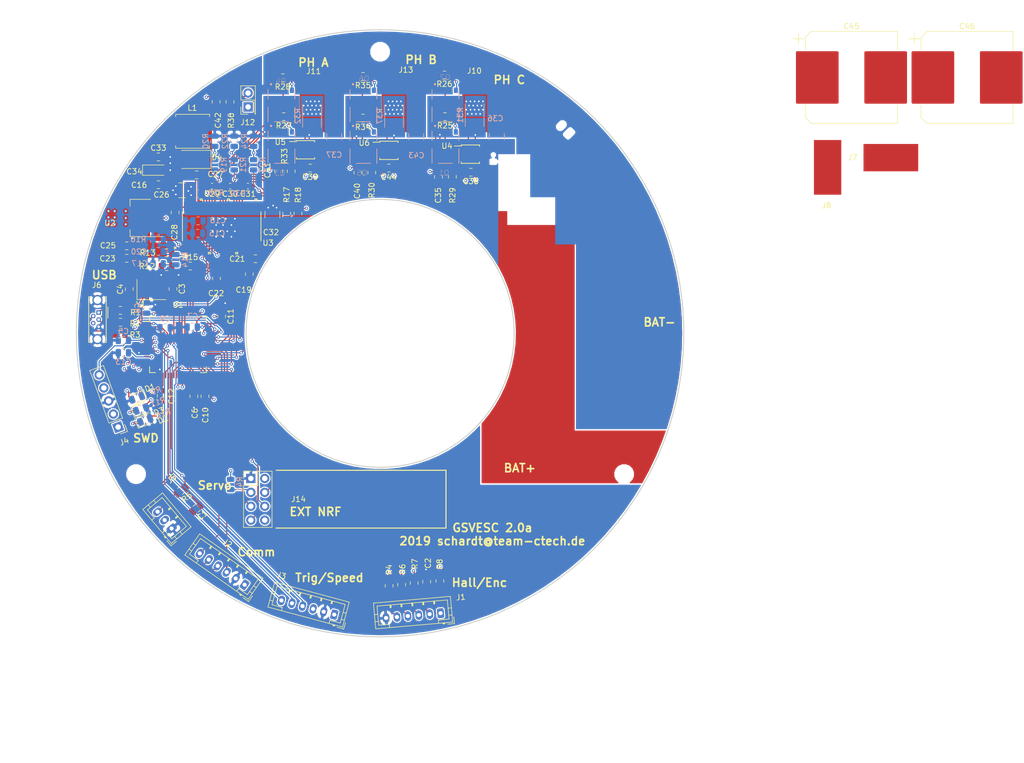
<source format=kicad_pcb>
(kicad_pcb (version 20171130) (host pcbnew 5.0.2-bee76a0~70~ubuntu18.04.1)
  (layers (0 F.Cu signal) (1 In1.Cu signal) (2 In2.Cu signal) (31 B.Cu signal) (34 B.Paste user hide) (35 F.Paste user hide) (36 B.SilkS user hide) (37 F.SilkS user hide) (38 B.Mask user hide) (39 F.Mask user hide) (44 Edge.Cuts user))
  (net 0 "")
  (net 1 /MCU/SERVO)
  (net 2 GND)
  (net 3 /MCU/TEMP_MOTOR)
  (net 4 "Net-(C3-Pad2)")
  (net 5 "Net-(C3-Pad1)")
  (net 6 "Net-(C4-Pad2)")
  (net 7 /MCU/NRST)
  (net 8 "Net-(C6-Pad2)")
  (net 9 "Net-(C7-Pad2)")
  (net 10 VCC)
  (net 11 +5V)
  (net 12 "Net-(C15-Pad1)")
  (net 13 "Net-(C17-Pad2)")
  (net 14 "Net-(C19-Pad1)")
  (net 15 "Net-(C20-Pad2)")
  (net 16 "Net-(C21-Pad1)")
  (net 17 "Net-(C22-Pad2)")
  (net 18 "Net-(C22-Pad1)")
  (net 19 "Net-(C27-Pad2)")
  (net 20 "Net-(C27-Pad1)")
  (net 21 "Net-(C28-Pad2)")
  (net 22 "Net-(C29-Pad2)")
  (net 23 /DRV8301/SH_A)
  (net 24 /DRV8301/SH_B)
  (net 25 "Net-(C30-Pad2)")
  (net 26 /DRV8301/SH_C)
  (net 27 "Net-(C31-Pad2)")
  (net 28 /MCU/CURRENT_1)
  (net 29 /MCU/CURRENT_2)
  (net 30 /MCU/CURRENT_3)
  (net 31 /MCU/ADC_TEMP)
  (net 32 /POWER_CTRL/SUPPLY)
  (net 33 "Net-(D1-Pad1)")
  (net 34 "Net-(D2-Pad1)")
  (net 35 /MCU/LED_RED)
  (net 36 /MCU/LED_GREEN)
  (net 37 "Net-(D3-Pad1)")
  (net 38 /MCU/HALL_3)
  (net 39 /MCU/HALL_2)
  (net 40 /MCU/HALL_1)
  (net 41 /MCU/RX_SDA_NSS)
  (net 42 /MCU/SCK_ADC_EXT)
  (net 43 /MCU/MISO_ADC_EXT2)
  (net 44 /MCU/TX_SCL_MOSI)
  (net 45 /MCU/HALL_TRIG)
  (net 46 /MCU/HALL_ROT_A)
  (net 47 /MCU/HALL_ROT_B)
  (net 48 "Net-(J3-Pad3)")
  (net 49 /MCU/SWCLK)
  (net 50 /MCU/SWDIO)
  (net 51 "Net-(J5-Pad3)")
  (net 52 "Net-(J6-Pad1)")
  (net 53 "Net-(J6-Pad2)")
  (net 54 "Net-(J6-Pad3)")
  (net 55 "Net-(J6-Pad4)")
  (net 56 "Net-(J14-Pad3)")
  (net 57 /NRF/CS)
  (net 58 /NRF/MOSI)
  (net 59 /NRF/MISO)
  (net 60 "Net-(J14-Pad8)")
  (net 61 /MCU/USB_D+)
  (net 62 /MCU/USB_D-)
  (net 63 "Net-(R12-Pad2)")
  (net 64 "Net-(R15-Pad2)")
  (net 65 "Net-(R16-Pad2)")
  (net 66 /DRV8301/SENS_A)
  (net 67 /DRV8301/SENS_B)
  (net 68 /DRV8301/SENS_C)
  (net 69 "Net-(Q1-Pad2)")
  (net 70 /DRV8301/GH_A)
  (net 71 /DRV8301/GL_A)
  (net 72 "Net-(Q2-Pad2)")
  (net 73 "Net-(Q3-Pad2)")
  (net 74 /DRV8301/GH_C)
  (net 75 /DRV8301/GL_C)
  (net 76 "Net-(Q4-Pad2)")
  (net 77 /POWER/C_A)
  (net 78 /POWER/C_B)
  (net 79 /POWER/C_C)
  (net 80 "Net-(Q5-Pad2)")
  (net 81 /DRV8301/GH_B)
  (net 82 /DRV8301/GL_B)
  (net 83 "Net-(Q6-Pad2)")
  (net 84 /MCU/AN_IN)
  (net 85 /MCU/PC5)
  (net 86 /MCU/PB2)
  (net 87 /DRV8301/INL_A)
  (net 88 /DRV8301/INL_B)
  (net 89 /DRV8301/INL_C)
  (net 90 /DRV8301/CS)
  (net 91 /MCU/H1)
  (net 92 /MCU/H2)
  (net 93 /MCU/H3)
  (net 94 /MCU/PA15)
  (net 95 /DRV8301/SCLK)
  (net 96 /DRV8301/SDO)
  (net 97 /DRV8301/SDI)
  (net 98 /MCU/NRF_SCK)
  (net 99 /DRV8301/EN_GATE)
  (net 100 /DRV8301/FAULT)
  (net 101 "Net-(U3-Pad4)")
  (net 102 "Net-(U4-Pad4)")
  (net 103 "Net-(U6-Pad4)")
  (net 104 "Net-(U3-Pad26)")
  (net 105 "Net-(U3-Pad25)")
  (net 106 "Net-(U3-Pad12)")
  (net 107 "Net-(U3-Pad5)")
  (net 108 "Net-(U5-Pad4)")
  (net 109 /POWER/PHASE_A)
  (net 110 /POWER/PHASE_C)
  (net 111 /POWER/PHASE_B)
  (net 112 "Net-(R38-Pad2)")
  (net 113 /NRF/NRF_RX)
  (net 114 /NRF/NRF_TX)
  (net 115 /MCU/PB4)
  (net 116 /MCU/PB3)
  (net 117 /MCU/PD2)
  (net 118 /MCU/PB12)
  (net 119 "Net-(J14-Pad6)")
  (net 120 "Net-(J14-Pad4)")
  (module Connector_Wire:SolderWirePad_1x01_SMD_5x10mm (layer F.Cu) (at 170.688 63.627 180)
    (fp_text reference J8 (at 0.1778 -6.9596 180) (layer F.SilkS))
    (fp_text value BAT-)
    (pad 1 smd rect (at 0 0 180) (size 5 10) (layers F.Cu F.Paste F.Mask) (net 2 GND))
  )
  (module Connector_Wire:SolderWirePad_1x01_SMD_5x10mm (layer F.Cu) (at 182.245 61.849 270)
    (fp_text reference J7 (at -0.0254 6.985) (layer F.SilkS))
    (fp_text value BAT+)
    (pad 1 smd rect (at 0 0 270) (size 5 10) (layers F.Cu F.Paste F.Mask) (net 32 /POWER_CTRL/SUPPLY))
  )
  (module Capacitor_SMD:C_0805_2012Metric (layer F.Cu) (at 55.372 125.984 220)
    (fp_text reference C1 (at 0 -1.65 220) (layer F.SilkS))
    (fp_text value 100N)
    (pad 2 smd roundrect (at 0.9375 0.000001 220) (size 0.975 1.4) (layers F.Cu F.Paste F.Mask) (net 2 GND))
    (pad 1 smd roundrect (at -0.9375 -0.000001 220) (size 0.975 1.4) (layers F.Cu F.Paste F.Mask) (net 1 /MCU/SERVO))
  )
  (module Capacitor_SMD:C_0805_2012Metric (layer F.Cu) (at 97.409 139.3975 90)
    (fp_text reference C2 (at 3.3805 0.254 90) (layer F.SilkS))
    (fp_text value 100n)
    (pad 2 smd roundrect (at 0.9375 0 90) (size 0.975 1.4) (layers F.Cu F.Paste F.Mask) (net 2 GND))
    (pad 1 smd roundrect (at -0.9375 0 90) (size 0.975 1.4) (layers F.Cu F.Paste F.Mask) (net 3 /MCU/TEMP_MOTOR))
  )
  (module Capacitor_SMD:C_0805_2012Metric (layer F.Cu) (at 51.054 85.852 270)
    (fp_text reference C3 (at 0 -1.65 270) (layer F.SilkS))
    (fp_text value 15p0)
    (pad 2 smd roundrect (at 0.9375 0 270) (size 0.975 1.4) (layers F.Cu F.Paste F.Mask) (net 4 "Net-(C3-Pad2)"))
    (pad 1 smd roundrect (at -0.9375 0 270) (size 0.975 1.4) (layers F.Cu F.Paste F.Mask) (net 5 "Net-(C3-Pad1)"))
  )
  (module Capacitor_SMD:C_0805_2012Metric (layer F.Cu) (at 43.053 85.9005 90)
    (fp_text reference C4 (at 0 -1.65 90) (layer F.SilkS))
    (fp_text value 15p0)
    (pad 2 smd roundrect (at 0.9375 0 90) (size 0.975 1.4) (layers F.Cu F.Paste F.Mask) (net 6 "Net-(C4-Pad2)"))
    (pad 1 smd roundrect (at -0.9375 0 90) (size 0.975 1.4) (layers F.Cu F.Paste F.Mask) (net 2 GND))
  )
  (module Capacitor_SMD:C_0805_2012Metric (layer B.Cu) (at 41.9885 95.25 180)
    (fp_text reference C5 (at 0 1.65 180) (layer B.SilkS) (effects (justify mirror)))
    (fp_text value 100n)
    (pad 2 smd roundrect (at 0.9375 0 180) (size 0.975 1.4) (layers B.Cu B.Paste B.Mask) (net 2 GND))
    (pad 1 smd roundrect (at -0.9375 0 180) (size 0.975 1.4) (layers B.Cu B.Paste B.Mask) (net 7 /MCU/NRST))
  )
  (module Capacitor_SMD:C_0805_2012Metric (layer F.Cu) (at 54.864 105.4885 90)
    (fp_text reference C6 (at -3.1219 0.1778 90) (layer F.SilkS))
    (fp_text value 10u0/16V)
    (pad 2 smd roundrect (at 0.9375 0 90) (size 0.975 1.4) (layers F.Cu F.Paste F.Mask) (net 8 "Net-(C6-Pad2)"))
    (pad 1 smd roundrect (at -0.9375 0 90) (size 0.975 1.4) (layers F.Cu F.Paste F.Mask) (net 2 GND))
  )
  (module Capacitor_SMD:C_0805_2012Metric (layer B.Cu) (at 54.5615 92.837)
    (fp_text reference C7 (at 0.0739 -1.9812) (layer B.SilkS) (effects (justify mirror)))
    (fp_text value 10u0/16V)
    (pad 2 smd roundrect (at 0.9375 0) (size 0.975 1.4) (layers B.Cu B.Paste B.Mask) (net 9 "Net-(C7-Pad2)"))
    (pad 1 smd roundrect (at -0.9375 0) (size 0.975 1.4) (layers B.Cu B.Paste B.Mask) (net 2 GND))
  )
  (module Capacitor_SMD:C_0805_2012Metric (layer B.Cu) (at 46.228 89.3595 270)
    (fp_text reference C8 (at 0 1.65 270) (layer B.SilkS) (effects (justify mirror)))
    (fp_text value 10u0/16V)
    (pad 2 smd roundrect (at 0.9375 0 270) (size 0.975 1.4) (layers B.Cu B.Paste B.Mask) (net 10 VCC))
    (pad 1 smd roundrect (at -0.9375 0 270) (size 0.975 1.4) (layers B.Cu B.Paste B.Mask) (net 2 GND))
  )
  (module Capacitor_SMD:C_0805_2012Metric (layer B.Cu) (at 49.6085 92.964 180)
    (fp_text reference C9 (at 0 1.65 180) (layer B.SilkS) (effects (justify mirror)))
    (fp_text value 10u0/16V)
    (pad 2 smd roundrect (at 0.9375 0 180) (size 0.975 1.4) (layers B.Cu B.Paste B.Mask) (net 10 VCC))
    (pad 1 smd roundrect (at -0.9375 0 180) (size 0.975 1.4) (layers B.Cu B.Paste B.Mask) (net 2 GND))
  )
  (module Capacitor_SMD:C_0805_2012Metric (layer F.Cu) (at 56.896 105.4885 90)
    (fp_text reference C10 (at -3.4521 0.0762 90) (layer F.SilkS))
    (fp_text value 10u0/16V)
    (pad 2 smd roundrect (at 0.9375 0 90) (size 0.975 1.4) (layers F.Cu F.Paste F.Mask) (net 10 VCC))
    (pad 1 smd roundrect (at -0.9375 0 90) (size 0.975 1.4) (layers F.Cu F.Paste F.Mask) (net 2 GND))
  )
  (module Capacitor_SMD:C_0805_2012Metric (layer F.Cu) (at 59.944 90.8835 270)
    (fp_text reference C11 (at 0 -1.65 270) (layer F.SilkS))
    (fp_text value 10u0/16V)
    (pad 2 smd roundrect (at 0.9375 0 270) (size 0.975 1.4) (layers F.Cu F.Paste F.Mask) (net 10 VCC))
    (pad 1 smd roundrect (at -0.9375 0 270) (size 0.975 1.4) (layers F.Cu F.Paste F.Mask) (net 2 GND))
  )
  (module Capacitor_SMD:C_0805_2012Metric (layer F.Cu) (at 48.895 105.41 90)
    (fp_text reference C12 (at -0.0762 1.8796 90) (layer F.SilkS))
    (fp_text value 10u0/16V)
    (pad 2 smd roundrect (at 0.9375 0 90) (size 0.975 1.4) (layers F.Cu F.Paste F.Mask) (net 10 VCC))
    (pad 1 smd roundrect (at -0.9375 0 90) (size 0.975 1.4) (layers F.Cu F.Paste F.Mask) (net 2 GND))
  )
  (module Capacitor_SMD:C_0805_2012Metric (layer B.Cu) (at 41.9885 97.536)
    (fp_text reference C13 (at 0 1.65) (layer B.SilkS) (effects (justify mirror)))
    (fp_text value 10u0/16V)
    (pad 2 smd roundrect (at 0.9375 0) (size 0.975 1.4) (layers B.Cu B.Paste B.Mask) (net 10 VCC))
    (pad 1 smd roundrect (at -0.9375 0) (size 0.975 1.4) (layers B.Cu B.Paste B.Mask) (net 2 GND))
  )
  (module Capacitor_SMD:C_0805_2012Metric (layer B.Cu) (at 55.5475 75.692 180)
    (fp_text reference C15 (at -3.5583 0 180) (layer B.SilkS) (effects (justify mirror)))
    (fp_text value 10u0/16V)
    (pad 2 smd roundrect (at 0.9375 0 180) (size 0.975 1.4) (layers B.Cu B.Paste B.Mask) (net 2 GND))
    (pad 1 smd roundrect (at -0.9375 0 180) (size 0.975 1.4) (layers B.Cu B.Paste B.Mask) (net 12 "Net-(C15-Pad1)"))
  )
  (module Capacitor_SMD:C_0805_2012Metric (layer F.Cu) (at 48.387 66.802)
    (fp_text reference C16 (at -3.5306 0.0508) (layer F.SilkS))
    (fp_text value 100n)
    (pad 2 smd roundrect (at 0.9375 0) (size 0.975 1.4) (layers F.Cu F.Paste F.Mask) (net 2 GND))
    (pad 1 smd roundrect (at -0.9375 0) (size 0.975 1.4) (layers F.Cu F.Paste F.Mask) (net 11 +5V))
  )
  (module Capacitor_SMD:C_0805_2012Metric (layer B.Cu) (at 48.3385 81.28)
    (fp_text reference C17 (at -3.4059 -0.0762) (layer B.SilkS) (effects (justify mirror)))
    (fp_text value 6n80)
    (pad 2 smd roundrect (at 0.9375 0) (size 0.975 1.4) (layers B.Cu B.Paste B.Mask) (net 13 "Net-(C17-Pad2)"))
    (pad 1 smd roundrect (at -0.9375 0) (size 0.975 1.4) (layers B.Cu B.Paste B.Mask) (net 2 GND))
  )
  (module Capacitor_SMD:C_0805_2012Metric (layer B.Cu) (at 55.626 73.406 180)
    (fp_text reference C18 (at -3.6322 0.0762 180) (layer B.SilkS) (effects (justify mirror)))
    (fp_text value 10u0/16V)
    (pad 2 smd roundrect (at 0.9375 0 180) (size 0.975 1.4) (layers B.Cu B.Paste B.Mask) (net 2 GND))
    (pad 1 smd roundrect (at -0.9375 0 180) (size 0.975 1.4) (layers B.Cu B.Paste B.Mask) (net 12 "Net-(C15-Pad1)"))
  )
  (module Capacitor_SMD:C_0805_2012Metric (layer F.Cu) (at 64.9986 83.1619 270)
    (fp_text reference C19 (at 2.8679 1.0414 180) (layer F.SilkS))
    (fp_text value 10u0/16V)
    (pad 2 smd roundrect (at 0.9375 0 270) (size 0.975 1.4) (layers F.Cu F.Paste F.Mask) (net 2 GND))
    (pad 1 smd roundrect (at -0.9375 0 270) (size 0.975 1.4) (layers F.Cu F.Paste F.Mask) (net 14 "Net-(C19-Pad1)"))
  )
  (module Capacitor_SMD:C_0805_2012Metric (layer B.Cu) (at 48.3385 78.994)
    (fp_text reference C20 (at -3.5329 0.0508) (layer B.SilkS) (effects (justify mirror)))
    (fp_text value 150p)
    (pad 2 smd roundrect (at 0.9375 0) (size 0.975 1.4) (layers B.Cu B.Paste B.Mask) (net 15 "Net-(C20-Pad2)"))
    (pad 1 smd roundrect (at -0.9375 0) (size 0.975 1.4) (layers B.Cu B.Paste B.Mask) (net 2 GND))
  )
  (module Capacitor_SMD:C_0805_2012Metric (layer F.Cu) (at 66.1139 80.3402)
    (fp_text reference C21 (at -3.3251 0.0254) (layer F.SilkS))
    (fp_text value 10u0/16V)
    (pad 2 smd roundrect (at 0.9375 0) (size 0.975 1.4) (layers F.Cu F.Paste F.Mask) (net 2 GND))
    (pad 1 smd roundrect (at -0.9375 0) (size 0.975 1.4) (layers F.Cu F.Paste F.Mask) (net 16 "Net-(C21-Pad1)"))
  )
  (module Capacitor_SMD:C_0805_2012Metric (layer F.Cu) (at 59.0042 83.9493 270)
    (fp_text reference C22 (at 2.7155 0.0762) (layer F.SilkS))
    (fp_text value 22n0)
    (pad 2 smd roundrect (at 0.9375 0 270) (size 0.975 1.4) (layers F.Cu F.Paste F.Mask) (net 17 "Net-(C22-Pad2)"))
    (pad 1 smd roundrect (at -0.9375 0 270) (size 0.975 1.4) (layers F.Cu F.Paste F.Mask) (net 18 "Net-(C22-Pad1)"))
  )
  (module Capacitor_SMD:C_0805_2012Metric (layer F.Cu) (at 42.5935 80.264)
    (fp_text reference C23 (at -3.5029 0.0508) (layer F.SilkS))
    (fp_text value 10u0/16V)
    (pad 2 smd roundrect (at 0.9375 0) (size 0.975 1.4) (layers F.Cu F.Paste F.Mask) (net 2 GND))
    (pad 1 smd roundrect (at -0.9375 0) (size 0.975 1.4) (layers F.Cu F.Paste F.Mask) (net 10 VCC))
  )
  (module Capacitor_SMD:C_0805_2012Metric (layer F.Cu) (at 42.5935 77.978)
    (fp_text reference C25 (at -3.4267 -0.0508) (layer F.SilkS))
    (fp_text value 100n)
    (pad 2 smd roundrect (at 0.9375 0) (size 0.975 1.4) (layers F.Cu F.Paste F.Mask) (net 2 GND))
    (pad 1 smd roundrect (at -0.9375 0) (size 0.975 1.4) (layers F.Cu F.Paste F.Mask) (net 10 VCC))
  )
  (module Capacitor_SMD:C_1210_3225Metric (layer F.Cu) (at 52.708 67.818 180)
    (fp_text reference C26 (at 3.7622 -0.8128 180) (layer F.SilkS))
    (fp_text value 47u0/100V)
    (pad 2 smd roundrect (at 1.4 0 180) (size 1.25 2.65) (layers F.Cu F.Paste F.Mask) (roundrect_rratio 0.2) (net 2 GND))
    (pad 1 smd roundrect (at -1.4 0 180) (size 1.25 2.65) (layers F.Cu F.Paste F.Mask) (roundrect_rratio 0.2) (net 32 /POWER_CTRL/SUPPLY))
  )
  (module Capacitor_SMD:C_0805_2012Metric (layer F.Cu) (at 55.3697 64.9986 180)
    (fp_text reference C27 (at -3.4567 0.127 180) (layer F.SilkS))
    (fp_text value 100n)
    (pad 2 smd roundrect (at 0.9375 0 180) (size 0.975 1.4) (layers F.Cu F.Paste F.Mask) (net 19 "Net-(C27-Pad2)"))
    (pad 1 smd roundrect (at -0.9375 0 180) (size 0.975 1.4) (layers F.Cu F.Paste F.Mask) (net 20 "Net-(C27-Pad1)"))
  )
  (module Capacitor_SMD:C_0805_2012Metric (layer F.Cu) (at 51.435 71.882 90)
    (fp_text reference C28 (at -3.6068 -0.1016 90) (layer F.SilkS))
    (fp_text value 15n0)
    (pad 2 smd roundrect (at 0.9375 0 90) (size 0.975 1.4) (layers F.Cu F.Paste F.Mask) (net 21 "Net-(C28-Pad2)"))
    (pad 1 smd roundrect (at -0.9375 0 90) (size 0.975 1.4) (layers F.Cu F.Paste F.Mask) (net 2 GND))
  )
  (module Capacitor_SMD:C_1210_3225Metric (layer F.Cu) (at 69.215 72.26 270)
    (fp_text reference C32 (at 3.2542 0.254 180) (layer F.SilkS))
    (fp_text value 47u0/100V)
    (pad 2 smd roundrect (at 1.4 0 270) (size 1.25 2.65) (layers F.Cu F.Paste F.Mask) (roundrect_rratio 0.2) (net 2 GND))
    (pad 1 smd roundrect (at -1.4 0 270) (size 1.25 2.65) (layers F.Cu F.Paste F.Mask) (roundrect_rratio 0.2) (net 32 /POWER_CTRL/SUPPLY))
  )
  (module Capacitor_SMD:C_0805_2012Metric (layer F.Cu) (at 48.387 61.722)
    (fp_text reference C33 (at 0 -1.65) (layer F.SilkS))
    (fp_text value 10u0/16V)
    (pad 2 smd roundrect (at 0.9375 0) (size 0.975 1.4) (layers F.Cu F.Paste F.Mask) (net 2 GND))
    (pad 1 smd roundrect (at -0.9375 0) (size 0.975 1.4) (layers F.Cu F.Paste F.Mask) (net 11 +5V))
  )
  (module Capacitor_SMD:C_0805_2012Metric (layer F.Cu) (at 99.568 65.3565 270)
    (fp_text reference C35 (at 3.4013 0.0508 270) (layer F.SilkS))
    (fp_text value 4n70)
    (pad 2 smd roundrect (at 0.9375 0 270) (size 0.975 1.4) (layers F.Cu F.Paste F.Mask) (net 2 GND))
    (pad 1 smd roundrect (at -0.9375 0 270) (size 0.975 1.4) (layers F.Cu F.Paste F.Mask) (net 30 /MCU/CURRENT_3))
  )
  (module Capacitor_SMD:C_1210_3225Metric (layer B.Cu) (at 110.236 58.036 90)
    (fp_text reference C36 (at 3.3498 -0.2794 180) (layer B.SilkS) (effects (justify mirror)))
    (fp_text value 47u0/100V)
    (pad 2 smd roundrect (at 1.4 0 90) (size 1.25 2.65) (layers B.Cu B.Paste B.Mask) (roundrect_rratio 0.2) (net 2 GND))
    (pad 1 smd roundrect (at -1.4 0 90) (size 1.25 2.65) (layers B.Cu B.Paste B.Mask) (roundrect_rratio 0.2) (net 32 /POWER_CTRL/SUPPLY))
  )
  (module Capacitor_SMD:C_1210_3225Metric (layer B.Cu) (at 80.518 58.036 90)
    (fp_text reference C37 (at -3.305 -0.0254 180) (layer B.SilkS) (effects (justify mirror)))
    (fp_text value 47u0/100V)
    (pad 2 smd roundrect (at 1.4 0 90) (size 1.25 2.65) (layers B.Cu B.Paste B.Mask) (roundrect_rratio 0.2) (net 2 GND))
    (pad 1 smd roundrect (at -1.4 0 90) (size 1.25 2.65) (layers B.Cu B.Paste B.Mask) (roundrect_rratio 0.2) (net 32 /POWER_CTRL/SUPPLY))
  )
  (module Capacitor_SMD:C_0805_2012Metric (layer F.Cu) (at 105.4885 64.516 180)
    (fp_text reference C38 (at 0 -1.65 180) (layer F.SilkS))
    (fp_text value 10u0/16V)
    (pad 2 smd roundrect (at 0.9375 0 180) (size 0.975 1.4) (layers F.Cu F.Paste F.Mask) (net 2 GND))
    (pad 1 smd roundrect (at -0.9375 0 180) (size 0.975 1.4) (layers F.Cu F.Paste F.Mask) (net 10 VCC))
  )
  (module Capacitor_SMD:C_0805_2012Metric (layer F.Cu) (at 76.1215 63.754 180)
    (fp_text reference C39 (at 0 -1.65 180) (layer F.SilkS))
    (fp_text value 10u0/16V)
    (pad 2 smd roundrect (at 0.9375 0 180) (size 0.975 1.4) (layers F.Cu F.Paste F.Mask) (net 2 GND))
    (pad 1 smd roundrect (at -0.9375 0 180) (size 0.975 1.4) (layers F.Cu F.Paste F.Mask) (net 10 VCC))
  )
  (module Capacitor_SMD:C_0805_2012Metric (layer F.Cu) (at 84.836 64.5945 270)
    (fp_text reference C40 (at 3.3505 0.127 270) (layer F.SilkS))
    (fp_text value 4n70)
    (pad 2 smd roundrect (at 0.9375 0 270) (size 0.975 1.4) (layers F.Cu F.Paste F.Mask) (net 2 GND))
    (pad 1 smd roundrect (at -0.9375 0 270) (size 0.975 1.4) (layers F.Cu F.Paste F.Mask) (net 29 /MCU/CURRENT_2))
  )
  (module Capacitor_SMD:C_0805_2012Metric (layer F.Cu) (at 70.358 64.3405 270)
    (fp_text reference C41 (at -0.1801 2.032 270) (layer F.SilkS))
    (fp_text value 4n70)
    (pad 2 smd roundrect (at 0.9375 0 270) (size 0.975 1.4) (layers F.Cu F.Paste F.Mask) (net 2 GND))
    (pad 1 smd roundrect (at -0.9375 0 270) (size 0.975 1.4) (layers F.Cu F.Paste F.Mask) (net 28 /MCU/CURRENT_1))
  )
  (module Capacitor_SMD:C_0805_2012Metric (layer F.Cu) (at 58.928 51.6405 270)
    (fp_text reference C42 (at 3.4013 -0.3556 270) (layer F.SilkS))
    (fp_text value 10u0/16V)
    (pad 2 smd roundrect (at 0.9375 0 270) (size 0.975 1.4) (layers F.Cu F.Paste F.Mask) (net 2 GND))
    (pad 1 smd roundrect (at -0.9375 0 270) (size 0.975 1.4) (layers F.Cu F.Paste F.Mask) (net 31 /MCU/ADC_TEMP))
  )
  (module Capacitor_SMD:C_1210_3225Metric (layer B.Cu) (at 95.504 58.036 90)
    (fp_text reference C43 (at -3.4066 0.0254 180) (layer B.SilkS) (effects (justify mirror)))
    (fp_text value 47u0/100V)
    (pad 2 smd roundrect (at 1.4 0 90) (size 1.25 2.65) (layers B.Cu B.Paste B.Mask) (roundrect_rratio 0.2) (net 2 GND))
    (pad 1 smd roundrect (at -1.4 0 90) (size 1.25 2.65) (layers B.Cu B.Paste B.Mask) (roundrect_rratio 0.2) (net 32 /POWER_CTRL/SUPPLY))
  )
  (module Capacitor_SMD:C_0805_2012Metric (layer F.Cu) (at 90.5025 63.754 180)
    (fp_text reference C44 (at 0 -1.65 180) (layer F.SilkS))
    (fp_text value 10u0/16V)
    (pad 2 smd roundrect (at 0.9375 0 180) (size 0.975 1.4) (layers F.Cu F.Paste F.Mask) (net 2 GND))
    (pad 1 smd roundrect (at -0.9375 0 180) (size 0.975 1.4) (layers F.Cu F.Paste F.Mask) (net 10 VCC))
  )
  (module LED_SMD:LED_0805_2012Metric (layer F.Cu) (at 44.45 105.791 200)
    (fp_text reference D1 (at -2.877784 0.925771 200) (layer F.SilkS))
    (fp_text value BLUE)
    (pad 2 smd roundrect (at 0.9375 0 200) (size 0.975 1.4) (layers F.Cu F.Paste F.Mask) (net 10 VCC))
    (pad 1 smd roundrect (at -0.9375 0 200) (size 0.975 1.4) (layers F.Cu F.Paste F.Mask) (net 33 "Net-(D1-Pad1)"))
  )
  (module LED_SMD:LED_0805_2012Metric (layer F.Cu) (at 45.974 109.855 20)
    (fp_text reference D2 (at 3.089878 1.016503 20) (layer F.SilkS))
    (fp_text value RED)
    (pad 2 smd roundrect (at 0.9375 0 20) (size 0.975 1.4) (layers F.Cu F.Paste F.Mask) (net 35 /MCU/LED_RED))
    (pad 1 smd roundrect (at -0.9375 0 20) (size 0.975 1.4) (layers F.Cu F.Paste F.Mask) (net 34 "Net-(D2-Pad1)"))
  )
  (module LED_SMD:LED_0805_2012Metric (layer F.Cu) (at 45.212 107.823 20)
    (fp_text reference D3 (at 2.922625 1.550291 20) (layer F.SilkS))
    (fp_text value GREEN)
    (pad 2 smd roundrect (at 0.9375 0 20) (size 0.975 1.4) (layers F.Cu F.Paste F.Mask) (net 36 /MCU/LED_GREEN))
    (pad 1 smd roundrect (at -0.9375 0 20) (size 0.975 1.4) (layers F.Cu F.Paste F.Mask) (net 37 "Net-(D3-Pad1)"))
  )
  (module Connector_JST:JST_PH_B6B-PH-K_1x06_P2.00mm_Vertical (layer F.Cu) (at 99.949 145.161 185)
    (fp_text reference J1 (at -3.94887 2.586676 5 unlocked) (layer F.SilkS))
    (fp_text value Conn_01x06 hide)
    (pad 6 thru_hole oval (at 10 0 185) (size 1.2 1.75) (drill 0.75) (layers *.Cu *.Mask) (net 2 GND))
    (pad 5 thru_hole oval (at 8 0 185) (size 1.2 1.75) (drill 0.75) (layers *.Cu *.Mask) (net 40 /MCU/HALL_1))
    (pad 4 thru_hole oval (at 6 0 185) (size 1.2 1.75) (drill 0.75) (layers *.Cu *.Mask) (net 39 /MCU/HALL_2))
    (pad 3 thru_hole oval (at 4 0 185) (size 1.2 1.75) (drill 0.75) (layers *.Cu *.Mask) (net 38 /MCU/HALL_3))
    (pad 2 thru_hole oval (at 2 0 185) (size 1.2 1.75) (drill 0.75) (layers *.Cu *.Mask) (net 3 /MCU/TEMP_MOTOR))
    (pad 1 thru_hole roundrect (at 0 0 185) (size 1.2 1.75) (drill 0.75) (layers *.Cu *.Mask) (roundrect_rratio 0.208333) (net 10 VCC))
  )
  (module Connector_JST:JST_PH_B6B-PH-K_1x06_P2.00mm_Vertical (layer F.Cu) (at 64.135 139.954 145)
    (fp_text reference J2 (at 6.936085 4.414596 145) (layer F.SilkS))
    (fp_text value Conn_01x06 hide)
    (pad 6 thru_hole oval (at 9.999999 0 145) (size 1.2 1.75) (drill 0.75) (layers *.Cu *.Mask) (net 44 /MCU/TX_SCL_MOSI))
    (pad 5 thru_hole oval (at 7.999999 0 145) (size 1.2 1.75) (drill 0.75) (layers *.Cu *.Mask) (net 43 /MCU/MISO_ADC_EXT2))
    (pad 4 thru_hole oval (at 6 0 145) (size 1.2 1.75) (drill 0.75) (layers *.Cu *.Mask) (net 42 /MCU/SCK_ADC_EXT))
    (pad 3 thru_hole oval (at 4 0 145) (size 1.2 1.75) (drill 0.75) (layers *.Cu *.Mask) (net 41 /MCU/RX_SDA_NSS))
    (pad 2 thru_hole oval (at 2 0 145) (size 1.2 1.75) (drill 0.75) (layers *.Cu *.Mask) (net 2 GND))
    (pad 1 thru_hole roundrect (at 0 0 145) (size 1.2 1.75) (drill 0.75) (layers *.Cu *.Mask) (roundrect_rratio 0.208333) (net 10 VCC))
  )
  (module Connector_JST:JST_PH_B6B-PH-K_1x06_P2.00mm_Vertical (layer F.Cu) (at 80.518 145.415 165)
    (fp_text reference J3 (at 11.163837 4.371543 165) (layer F.SilkS))
    (fp_text value Conn_01x06 hide)
    (pad 6 thru_hole oval (at 10 0 165) (size 1.2 1.75) (drill 0.75) (layers *.Cu *.Mask) (net 45 /MCU/HALL_TRIG))
    (pad 5 thru_hole oval (at 8 0 165) (size 1.2 1.75) (drill 0.75) (layers *.Cu *.Mask) (net 46 /MCU/HALL_ROT_A))
    (pad 4 thru_hole oval (at 6 0 165) (size 1.2 1.75) (drill 0.75) (layers *.Cu *.Mask) (net 47 /MCU/HALL_ROT_B))
    (pad 3 thru_hole oval (at 4 0 165) (size 1.2 1.75) (drill 0.75) (layers *.Cu *.Mask) (net 48 "Net-(J3-Pad3)"))
    (pad 2 thru_hole oval (at 2 0 165) (size 1.2 1.75) (drill 0.75) (layers *.Cu *.Mask) (net 2 GND))
    (pad 1 thru_hole roundrect (at 0 0 165) (size 1.2 1.75) (drill 0.75) (layers *.Cu *.Mask) (roundrect_rratio 0.208333) (net 10 VCC))
  )
  (module Connector_PinHeader_2.54mm:PinHeader_1x05_P2.54mm_Vertical (layer F.Cu) (at 41.021 111.125 200)
    (fp_text reference J4 (at -0.14672 -2.864534 200) (layer F.SilkS))
    (fp_text value Conn_01x05 hide)
    (pad 5 thru_hole oval (at 0 10.16 200) (size 1.7 1.7) (drill 1) (layers *.Cu *.Mask) (net 7 /MCU/NRST))
    (pad 4 thru_hole oval (at -0.000001 7.62 200) (size 1.7 1.7) (drill 1) (layers *.Cu *.Mask) (net 50 /MCU/SWDIO))
    (pad 3 thru_hole oval (at 0 5.08 200) (size 1.7 1.7) (drill 1) (layers *.Cu *.Mask) (net 2 GND))
    (pad 2 thru_hole oval (at 0 2.54 200) (size 1.7 1.7) (drill 1) (layers *.Cu *.Mask) (net 49 /MCU/SWCLK))
    (pad 1 thru_hole rect (at 0 0 200) (size 1.7 1.7) (drill 1) (layers *.Cu *.Mask) (net 10 VCC))
  )
  (module Connector_JST:JST_PH_B3B-PH-K_1x03_P2.00mm_Vertical (layer F.Cu) (at 50.8 129.667 130)
    (fp_text reference J5 (at 6.949469 5.864454 220) (layer F.SilkS))
    (fp_text value Conn_01x03 hide)
    (pad 3 thru_hole oval (at 4 0 130) (size 1.2 1.75) (drill 0.75) (layers *.Cu *.Mask) (net 51 "Net-(J5-Pad3)"))
    (pad 2 thru_hole oval (at 2 0 130) (size 1.2 1.75) (drill 0.75) (layers *.Cu *.Mask) (net 10 VCC))
    (pad 1 thru_hole roundrect (at 0 0 130) (size 1.2 1.75) (drill 0.75) (layers *.Cu *.Mask) (roundrect_rratio 0.208333) (net 2 GND))
  )
  (module Connector_USB:USB_Micro-B_Wuerth_614105150721_Vertical_CircularHoles (layer F.Cu) (at 37.465 90.17 270)
    (fp_text reference J6 (at -5.0038 0.3556) (layer F.SilkS))
    (fp_text value USB_B_Mini hide)
    (pad 6 thru_hole circle (at 4.875 0.22 270) (size 1.85 1.85) (drill 1.35) (layers *.Cu *.Mask) (net 2 GND))
    (pad 6 thru_hole circle (at -2.275 0.22 270) (size 1.85 1.85) (drill 1.35) (layers *.Cu *.Mask) (net 2 GND))
    (pad 5 thru_hole circle (at 2.6 0 270) (size 0.84 0.84) (drill 0.44) (layers *.Cu *.Mask) (net 2 GND))
    (pad 4 thru_hole circle (at 1.95 1 270) (size 0.84 0.84) (drill 0.44) (layers *.Cu *.Mask) (net 55 "Net-(J6-Pad4)"))
    (pad 3 thru_hole circle (at 1.3 0 270) (size 0.84 0.84) (drill 0.44) (layers *.Cu *.Mask) (net 54 "Net-(J6-Pad3)"))
    (pad 2 thru_hole circle (at 0.65 1 270) (size 0.84 0.84) (drill 0.44) (layers *.Cu *.Mask) (net 53 "Net-(J6-Pad2)"))
    (pad 1 thru_hole rect (at 0 0 270) (size 0.84 0.84) (drill 0.44) (layers *.Cu *.Mask) (net 52 "Net-(J6-Pad1)"))
  )
  (module Connector_PinHeader_2.54mm:PinHeader_2x01_P2.54mm_Vertical (layer F.Cu) (at 64.77 52.578 90)
    (fp_text reference J12 (at -2.8194 -0.0508 180) (layer F.SilkS))
    (fp_text value NTC)
    (pad 2 thru_hole oval (at 2.54 0 90) (size 1.7 1.7) (drill 1) (layers *.Cu *.Mask) (net 31 /MCU/ADC_TEMP))
    (pad 1 thru_hole rect (at 0 0 90) (size 1.7 1.7) (drill 1) (layers *.Cu *.Mask) (net 10 VCC))
  )
  (module Connector_PinHeader_2.54mm:PinHeader_2x04_P2.54mm_Vertical (layer F.Cu) (at 65.278 120.523)
    (fp_text reference J14 (at 8.7122 3.7846) (layer F.SilkS))
    (fp_text value Conn_02x04_Odd_Even hide)
    (pad 8 thru_hole oval (at 2.54 7.62) (size 1.7 1.7) (drill 1) (layers *.Cu *.Mask) (net 60 "Net-(J14-Pad8)"))
    (pad 7 thru_hole oval (at 0 7.62) (size 1.7 1.7) (drill 1) (layers *.Cu *.Mask) (net 113 /NRF/NRF_RX))
    (pad 6 thru_hole oval (at 2.54 5.08) (size 1.7 1.7) (drill 1) (layers *.Cu *.Mask) (net 119 "Net-(J14-Pad6)"))
    (pad 5 thru_hole oval (at 0 5.08) (size 1.7 1.7) (drill 1) (layers *.Cu *.Mask) (net 114 /NRF/NRF_TX))
    (pad 4 thru_hole oval (at 2.54 2.54) (size 1.7 1.7) (drill 1) (layers *.Cu *.Mask) (net 120 "Net-(J14-Pad4)"))
    (pad 3 thru_hole oval (at 0 2.54) (size 1.7 1.7) (drill 1) (layers *.Cu *.Mask) (net 56 "Net-(J14-Pad3)"))
    (pad 2 thru_hole oval (at 2.54 0) (size 1.7 1.7) (drill 1) (layers *.Cu *.Mask) (net 10 VCC))
    (pad 1 thru_hole rect (at 0 0) (size 1.7 1.7) (drill 1) (layers *.Cu *.Mask) (net 2 GND))
  )
  (module Package_QFP:LQFP-64_10x10mm_P0.5mm (layer F.Cu) (at 51.958 95.984)
    (fp_text reference U1 (at 0 -7.2) (layer F.SilkS))
    (fp_text value STM32F405RGTx)
    (pad 64 smd rect (at -3.75 -5.7 90) (size 1 0.25) (layers F.Cu F.Paste F.Mask) (net 10 VCC))
    (pad 63 smd rect (at -3.25 -5.7 90) (size 1 0.25) (layers F.Cu F.Paste F.Mask) (net 2 GND))
    (pad 62 smd rect (at -2.75 -5.7 90) (size 1 0.25) (layers F.Cu F.Paste F.Mask) (net 100 /DRV8301/FAULT))
    (pad 61 smd rect (at -2.25 -5.7 90) (size 1 0.25) (layers F.Cu F.Paste F.Mask) (net 1 /MCU/SERVO))
    (pad 60 smd rect (at -1.75 -5.7 90) (size 1 0.25) (layers F.Cu F.Paste F.Mask) (net 2 GND))
    (pad 59 smd rect (at -1.25 -5.7 90) (size 1 0.25) (layers F.Cu F.Paste F.Mask) (net 113 /NRF/NRF_RX))
    (pad 58 smd rect (at -0.75 -5.7 90) (size 1 0.25) (layers F.Cu F.Paste F.Mask) (net 114 /NRF/NRF_TX))
    (pad 57 smd rect (at -0.25 -5.7 90) (size 1 0.25) (layers F.Cu F.Paste F.Mask) (net 99 /DRV8301/EN_GATE))
    (pad 56 smd rect (at 0.25 -5.7 90) (size 1 0.25) (layers F.Cu F.Paste F.Mask) (net 115 /MCU/PB4))
    (pad 55 smd rect (at 0.75 -5.7 90) (size 1 0.25) (layers F.Cu F.Paste F.Mask) (net 116 /MCU/PB3))
    (pad 54 smd rect (at 1.25 -5.7 90) (size 1 0.25) (layers F.Cu F.Paste F.Mask) (net 117 /MCU/PD2))
    (pad 53 smd rect (at 1.75 -5.7 90) (size 1 0.25) (layers F.Cu F.Paste F.Mask) (net 97 /DRV8301/SDI))
    (pad 52 smd rect (at 2.25 -5.7 90) (size 1 0.25) (layers F.Cu F.Paste F.Mask) (net 96 /DRV8301/SDO))
    (pad 51 smd rect (at 2.75 -5.7 90) (size 1 0.25) (layers F.Cu F.Paste F.Mask) (net 95 /DRV8301/SCLK))
    (pad 50 smd rect (at 3.25 -5.7 90) (size 1 0.25) (layers F.Cu F.Paste F.Mask) (net 94 /MCU/PA15))
    (pad 49 smd rect (at 3.75 -5.7 90) (size 1 0.25) (layers F.Cu F.Paste F.Mask) (net 49 /MCU/SWCLK))
    (pad 48 smd rect (at 5.7 -3.75) (size 1 0.25) (layers F.Cu F.Paste F.Mask) (net 10 VCC))
    (pad 47 smd rect (at 5.7 -3.25) (size 1 0.25) (layers F.Cu F.Paste F.Mask) (net 9 "Net-(C7-Pad2)"))
    (pad 46 smd rect (at 5.7 -2.75) (size 1 0.25) (layers F.Cu F.Paste F.Mask) (net 50 /MCU/SWDIO))
    (pad 45 smd rect (at 5.7 -2.25) (size 1 0.25) (layers F.Cu F.Paste F.Mask) (net 61 /MCU/USB_D+))
    (pad 44 smd rect (at 5.7 -1.75) (size 1 0.25) (layers F.Cu F.Paste F.Mask) (net 62 /MCU/USB_D-))
    (pad 43 smd rect (at 5.7 -1.25) (size 1 0.25) (layers F.Cu F.Paste F.Mask) (net 93 /MCU/H3))
    (pad 42 smd rect (at 5.7 -0.75) (size 1 0.25) (layers F.Cu F.Paste F.Mask) (net 92 /MCU/H2))
    (pad 41 smd rect (at 5.7 -0.25) (size 1 0.25) (layers F.Cu F.Paste F.Mask) (net 91 /MCU/H1))
    (pad 40 smd rect (at 5.7 0.25) (size 1 0.25) (layers F.Cu F.Paste F.Mask) (net 90 /DRV8301/CS))
    (pad 39 smd rect (at 5.7 0.75) (size 1 0.25) (layers F.Cu F.Paste F.Mask) (net 38 /MCU/HALL_3))
    (pad 38 smd rect (at 5.7 1.25) (size 1 0.25) (layers F.Cu F.Paste F.Mask) (net 39 /MCU/HALL_2))
    (pad 37 smd rect (at 5.7 1.75) (size 1 0.25) (layers F.Cu F.Paste F.Mask) (net 40 /MCU/HALL_1))
    (pad 36 smd rect (at 5.7 2.25) (size 1 0.25) (layers F.Cu F.Paste F.Mask) (net 89 /DRV8301/INL_C))
    (pad 35 smd rect (at 5.7 2.75) (size 1 0.25) (layers F.Cu F.Paste F.Mask) (net 88 /DRV8301/INL_B))
    (pad 34 smd rect (at 5.7 3.25) (size 1 0.25) (layers F.Cu F.Paste F.Mask) (net 87 /DRV8301/INL_A))
    (pad 33 smd rect (at 5.7 3.75) (size 1 0.25) (layers F.Cu F.Paste F.Mask) (net 118 /MCU/PB12))
    (pad 32 smd rect (at 3.75 5.7 90) (size 1 0.25) (layers F.Cu F.Paste F.Mask) (net 10 VCC))
    (pad 31 smd rect (at 3.25 5.7 90) (size 1 0.25) (layers F.Cu F.Paste F.Mask) (net 8 "Net-(C6-Pad2)"))
    (pad 30 smd rect (at 2.75 5.7 90) (size 1 0.25) (layers F.Cu F.Paste F.Mask) (net 41 /MCU/RX_SDA_NSS))
    (pad 29 smd rect (at 2.25 5.7 90) (size 1 0.25) (layers F.Cu F.Paste F.Mask) (net 44 /MCU/TX_SCL_MOSI))
    (pad 28 smd rect (at 1.75 5.7 90) (size 1 0.25) (layers F.Cu F.Paste F.Mask) (net 86 /MCU/PB2))
    (pad 27 smd rect (at 1.25 5.7 90) (size 1 0.25) (layers F.Cu F.Paste F.Mask) (net 35 /MCU/LED_RED))
    (pad 26 smd rect (at 0.75 5.7 90) (size 1 0.25) (layers F.Cu F.Paste F.Mask) (net 36 /MCU/LED_GREEN))
    (pad 25 smd rect (at 0.25 5.7 90) (size 1 0.25) (layers F.Cu F.Paste F.Mask) (net 85 /MCU/PC5))
    (pad 24 smd rect (at -0.25 5.7 90) (size 1 0.25) (layers F.Cu F.Paste F.Mask) (net 3 /MCU/TEMP_MOTOR))
    (pad 23 smd rect (at -0.75 5.7 90) (size 1 0.25) (layers F.Cu F.Paste F.Mask) (net 44 /MCU/TX_SCL_MOSI))
    (pad 22 smd rect (at -1.25 5.7 90) (size 1 0.25) (layers F.Cu F.Paste F.Mask) (net 43 /MCU/MISO_ADC_EXT2))
    (pad 21 smd rect (at -1.75 5.7 90) (size 1 0.25) (layers F.Cu F.Paste F.Mask) (net 42 /MCU/SCK_ADC_EXT))
    (pad 20 smd rect (at -2.25 5.7 90) (size 1 0.25) (layers F.Cu F.Paste F.Mask) (net 41 /MCU/RX_SDA_NSS))
    (pad 19 smd rect (at -2.75 5.7 90) (size 1 0.25) (layers F.Cu F.Paste F.Mask) (net 10 VCC))
    (pad 18 smd rect (at -3.25 5.7 90) (size 1 0.25) (layers F.Cu F.Paste F.Mask) (net 2 GND))
    (pad 17 smd rect (at -3.75 5.7 90) (size 1 0.25) (layers F.Cu F.Paste F.Mask) (net 31 /MCU/ADC_TEMP))
    (pad 16 smd rect (at -5.7 3.75) (size 1 0.25) (layers F.Cu F.Paste F.Mask) (net 68 /DRV8301/SENS_C))
    (pad 15 smd rect (at -5.7 3.25) (size 1 0.25) (layers F.Cu F.Paste F.Mask) (net 67 /DRV8301/SENS_B))
    (pad 14 smd rect (at -5.7 2.75) (size 1 0.25) (layers F.Cu F.Paste F.Mask) (net 66 /DRV8301/SENS_A))
    (pad 13 smd rect (at -5.7 2.25) (size 1 0.25) (layers F.Cu F.Paste F.Mask) (net 10 VCC))
    (pad 12 smd rect (at -5.7 1.75) (size 1 0.25) (layers F.Cu F.Paste F.Mask) (net 2 GND))
    (pad 11 smd rect (at -5.7 1.25) (size 1 0.25) (layers F.Cu F.Paste F.Mask) (net 84 /MCU/AN_IN))
    (pad 10 smd rect (at -5.7 0.75) (size 1 0.25) (layers F.Cu F.Paste F.Mask) (net 30 /MCU/CURRENT_3))
    (pad 9 smd rect (at -5.7 0.25) (size 1 0.25) (layers F.Cu F.Paste F.Mask) (net 29 /MCU/CURRENT_2))
    (pad 8 smd rect (at -5.7 -0.25) (size 1 0.25) (layers F.Cu F.Paste F.Mask) (net 28 /MCU/CURRENT_1))
    (pad 7 smd rect (at -5.7 -0.75) (size 1 0.25) (layers F.Cu F.Paste F.Mask) (net 7 /MCU/NRST))
    (pad 6 smd rect (at -5.7 -1.25) (size 1 0.25) (layers F.Cu F.Paste F.Mask) (net 2 GND))
    (pad 5 smd rect (at -5.7 -1.75) (size 1 0.25) (layers F.Cu F.Paste F.Mask) (net 5 "Net-(C3-Pad1)"))
    (pad 4 smd rect (at -5.7 -2.25) (size 1 0.25) (layers F.Cu F.Paste F.Mask) (net 47 /MCU/HALL_ROT_B))
    (pad 3 smd rect (at -5.7 -2.75) (size 1 0.25) (layers F.Cu F.Paste F.Mask) (net 46 /MCU/HALL_ROT_A))
    (pad 2 smd rect (at -5.7 -3.25) (size 1 0.25) (layers F.Cu F.Paste F.Mask) (net 45 /MCU/HALL_TRIG))
    (pad 1 smd rect (at -5.7 -3.75) (size 1 0.25) (layers F.Cu F.Paste F.Mask) (net 10 VCC))
  )
  (module Package_SO:MSOP-8_3x3mm_P0.65mm (layer F.Cu) (at 105.41 61.214)
    (fp_text reference U4 (at -4.2926 -1.4986) (layer F.SilkS))
    (fp_text value AD8418)
    (pad 8 smd rect (at 2.2 -0.975) (size 1.45 0.45) (layers F.Cu F.Paste F.Mask) (net 26 /DRV8301/SH_C))
    (pad 7 smd rect (at 2.2 -0.325) (size 1.45 0.45) (layers F.Cu F.Paste F.Mask) (net 10 VCC))
    (pad 6 smd rect (at 2.2 0.325) (size 1.45 0.45) (layers F.Cu F.Paste F.Mask) (net 10 VCC))
    (pad 5 smd rect (at 2.2 0.975) (size 1.45 0.45) (layers F.Cu F.Paste F.Mask) (net 79 /POWER/C_C))
    (pad 4 smd rect (at -2.2 0.975) (size 1.45 0.45) (layers F.Cu F.Paste F.Mask) (net 102 "Net-(U4-Pad4)"))
    (pad 3 smd rect (at -2.2 0.325) (size 1.45 0.45) (layers F.Cu F.Paste F.Mask) (net 2 GND))
    (pad 2 smd rect (at -2.2 -0.325) (size 1.45 0.45) (layers F.Cu F.Paste F.Mask) (net 2 GND))
    (pad 1 smd rect (at -2.2 -0.975) (size 1.45 0.45) (layers F.Cu F.Paste F.Mask) (net 110 /POWER/PHASE_C))
  )
  (module Crystal:Crystal_SMD_5032-4Pin_5.0x3.2mm (layer F.Cu) (at 47.118 85.963)
    (fp_text reference Y1 (at -1.9314 2.7338) (layer F.SilkS))
    (fp_text value "ABM3B 8MHz")
    (pad 4 smd rect (at -1.65 -1) (size 1.6 1.3) (layers F.Cu F.Paste F.Mask) (net 6 "Net-(C4-Pad2)"))
    (pad 3 smd rect (at 1.65 -1) (size 1.6 1.3) (layers F.Cu F.Paste F.Mask) (net 5 "Net-(C3-Pad1)"))
    (pad 2 smd rect (at 1.65 1) (size 1.6 1.3) (layers F.Cu F.Paste F.Mask) (net 4 "Net-(C3-Pad2)"))
    (pad 1 smd rect (at -1.65 1) (size 1.6 1.3) (layers F.Cu F.Paste F.Mask) (net 2 GND))
  )
  (module gsvesc:DFN500X600X110-5N (layer B.Cu) (at 100.838 59.944)
    (fp_text reference Q1 (at -0.27016 4.69787) (layer B.SilkS) (effects (font (size 1.00061 1.00061) (thickness 0.05)) (justify mirror)))
    (fp_text value NVMFS5C604 hide)
    (pad 1 smd rect (at 2.5275 -0.4525 270) (size 0.905 0.495) (layers B.Cu B.Paste B.Mask) (net 32 /POWER_CTRL/SUPPLY))
    (pad 1 smd rect (at -2.5275 -0.4525 270) (size 0.905 0.495) (layers B.Cu B.Paste B.Mask) (net 32 /POWER_CTRL/SUPPLY))
    (pad 1 smd rect (at 1.905 2.9125) (size 0.75 0.575) (layers B.Cu B.Paste B.Mask) (net 32 /POWER_CTRL/SUPPLY))
    (pad 1 smd rect (at -1.905 2.9125) (size 0.75 0.575) (layers B.Cu B.Paste B.Mask) (net 32 /POWER_CTRL/SUPPLY))
    (pad 1 smd rect (at 0 0.6475 270) (size 3.955 4.56) (layers B.Cu B.Paste B.Mask) (net 32 /POWER_CTRL/SUPPLY))
    (pad 3 smd rect (at -1.905 -2.795) (size 0.75 1) (layers B.Cu B.Paste B.Mask) (net 26 /DRV8301/SH_C))
    (pad 2 smd rect (at 1.905 -2.795) (size 0.75 1) (layers B.Cu B.Paste B.Mask) (net 69 "Net-(Q1-Pad2)"))
    (pad 3 smd rect (at -0.635 -2.795) (size 0.75 1) (layers B.Cu B.Paste B.Mask) (net 26 /DRV8301/SH_C))
    (pad 3 smd rect (at 0.635 -2.795) (size 0.75 1) (layers B.Cu B.Paste B.Mask) (net 26 /DRV8301/SH_C))
  )
  (module gsvesc:DFN500X600X110-5N (layer B.Cu) (at 100.838 52.324)
    (fp_text reference Q2 (at -0.0508 -5.1562) (layer B.SilkS) (effects (font (size 1.00061 1.00061) (thickness 0.05)) (justify mirror)))
    (fp_text value NVMFS5C604 hide)
    (pad 1 smd rect (at 2.5275 -0.4525 270) (size 0.905 0.495) (layers B.Cu B.Paste B.Mask) (net 26 /DRV8301/SH_C))
    (pad 1 smd rect (at -2.5275 -0.4525 270) (size 0.905 0.495) (layers B.Cu B.Paste B.Mask) (net 26 /DRV8301/SH_C))
    (pad 1 smd rect (at 1.905 2.9125) (size 0.75 0.575) (layers B.Cu B.Paste B.Mask) (net 26 /DRV8301/SH_C))
    (pad 1 smd rect (at -1.905 2.9125) (size 0.75 0.575) (layers B.Cu B.Paste B.Mask) (net 26 /DRV8301/SH_C))
    (pad 1 smd rect (at 0 0.6475 270) (size 3.955 4.56) (layers B.Cu B.Paste B.Mask) (net 26 /DRV8301/SH_C))
    (pad 3 smd rect (at -1.905 -2.795) (size 0.75 1) (layers B.Cu B.Paste B.Mask) (net 2 GND))
    (pad 2 smd rect (at 1.905 -2.795) (size 0.75 1) (layers B.Cu B.Paste B.Mask) (net 72 "Net-(Q2-Pad2)"))
    (pad 3 smd rect (at -0.635 -2.795) (size 0.75 1) (layers B.Cu B.Paste B.Mask) (net 2 GND))
    (pad 3 smd rect (at 0.635 -2.795) (size 0.75 1) (layers B.Cu B.Paste B.Mask) (net 2 GND))
  )
  (module gsvesc:DFN500X600X110-5N (layer B.Cu) (at 70.866 59.945)
    (fp_text reference Q3 (at -0.27016 4.69787) (layer B.SilkS) (effects (font (size 1.00061 1.00061) (thickness 0.05)) (justify mirror)))
    (fp_text value NVMFS5C604 hide)
    (pad 1 smd rect (at 2.5275 -0.4525 270) (size 0.905 0.495) (layers B.Cu B.Paste B.Mask) (net 32 /POWER_CTRL/SUPPLY))
    (pad 1 smd rect (at -2.5275 -0.4525 270) (size 0.905 0.495) (layers B.Cu B.Paste B.Mask) (net 32 /POWER_CTRL/SUPPLY))
    (pad 1 smd rect (at 1.905 2.9125) (size 0.75 0.575) (layers B.Cu B.Paste B.Mask) (net 32 /POWER_CTRL/SUPPLY))
    (pad 1 smd rect (at -1.905 2.9125) (size 0.75 0.575) (layers B.Cu B.Paste B.Mask) (net 32 /POWER_CTRL/SUPPLY))
    (pad 1 smd rect (at 0 0.6475 270) (size 3.955 4.56) (layers B.Cu B.Paste B.Mask) (net 32 /POWER_CTRL/SUPPLY))
    (pad 3 smd rect (at -1.905 -2.795) (size 0.75 1) (layers B.Cu B.Paste B.Mask) (net 23 /DRV8301/SH_A))
    (pad 2 smd rect (at 1.905 -2.795) (size 0.75 1) (layers B.Cu B.Paste B.Mask) (net 73 "Net-(Q3-Pad2)"))
    (pad 3 smd rect (at -0.635 -2.795) (size 0.75 1) (layers B.Cu B.Paste B.Mask) (net 23 /DRV8301/SH_A))
    (pad 3 smd rect (at 0.635 -2.795) (size 0.75 1) (layers B.Cu B.Paste B.Mask) (net 23 /DRV8301/SH_A))
  )
  (module gsvesc:DFN500X600X110-5N (layer B.Cu) (at 70.866 52.324)
    (fp_text reference Q4 (at -0.1016 -4.445) (layer B.SilkS) (effects (font (size 1.00061 1.00061) (thickness 0.05)) (justify mirror)))
    (fp_text value NVMFS5C604 hide)
    (pad 1 smd rect (at 2.5275 -0.4525 270) (size 0.905 0.495) (layers B.Cu B.Paste B.Mask) (net 23 /DRV8301/SH_A))
    (pad 1 smd rect (at -2.5275 -0.4525 270) (size 0.905 0.495) (layers B.Cu B.Paste B.Mask) (net 23 /DRV8301/SH_A))
    (pad 1 smd rect (at 1.905 2.9125) (size 0.75 0.575) (layers B.Cu B.Paste B.Mask) (net 23 /DRV8301/SH_A))
    (pad 1 smd rect (at -1.905 2.9125) (size 0.75 0.575) (layers B.Cu B.Paste B.Mask) (net 23 /DRV8301/SH_A))
    (pad 1 smd rect (at 0 0.6475 270) (size 3.955 4.56) (layers B.Cu B.Paste B.Mask) (net 23 /DRV8301/SH_A))
    (pad 3 smd rect (at -1.905 -2.795) (size 0.75 1) (layers B.Cu B.Paste B.Mask) (net 2 GND))
    (pad 2 smd rect (at 1.905 -2.795) (size 0.75 1) (layers B.Cu B.Paste B.Mask) (net 76 "Net-(Q4-Pad2)"))
    (pad 3 smd rect (at -0.635 -2.795) (size 0.75 1) (layers B.Cu B.Paste B.Mask) (net 2 GND))
    (pad 3 smd rect (at 0.635 -2.795) (size 0.75 1) (layers B.Cu B.Paste B.Mask) (net 2 GND))
  )
  (module gsvesc:DFN500X600X110-5N (layer B.Cu) (at 85.852 59.944)
    (fp_text reference Q5 (at -0.27016 4.69787) (layer B.SilkS) (effects (font (size 1.00061 1.00061) (thickness 0.05)) (justify mirror)))
    (fp_text value NVMFS5C604 hide)
    (pad 1 smd rect (at 2.5275 -0.4525 270) (size 0.905 0.495) (layers B.Cu B.Paste B.Mask) (net 32 /POWER_CTRL/SUPPLY))
    (pad 1 smd rect (at -2.5275 -0.4525 270) (size 0.905 0.495) (layers B.Cu B.Paste B.Mask) (net 32 /POWER_CTRL/SUPPLY))
    (pad 1 smd rect (at 1.905 2.9125) (size 0.75 0.575) (layers B.Cu B.Paste B.Mask) (net 32 /POWER_CTRL/SUPPLY))
    (pad 1 smd rect (at -1.905 2.9125) (size 0.75 0.575) (layers B.Cu B.Paste B.Mask) (net 32 /POWER_CTRL/SUPPLY))
    (pad 1 smd rect (at 0 0.6475 270) (size 3.955 4.56) (layers B.Cu B.Paste B.Mask) (net 32 /POWER_CTRL/SUPPLY))
    (pad 3 smd rect (at -1.905 -2.795) (size 0.75 1) (layers B.Cu B.Paste B.Mask) (net 24 /DRV8301/SH_B))
    (pad 2 smd rect (at 1.905 -2.795) (size 0.75 1) (layers B.Cu B.Paste B.Mask) (net 80 "Net-(Q5-Pad2)"))
    (pad 3 smd rect (at -0.635 -2.795) (size 0.75 1) (layers B.Cu B.Paste B.Mask) (net 24 /DRV8301/SH_B))
    (pad 3 smd rect (at 0.635 -2.795) (size 0.75 1) (layers B.Cu B.Paste B.Mask) (net 24 /DRV8301/SH_B))
  )
  (module gsvesc:DFN500X600X110-5N (layer B.Cu) (at 85.852 52.324)
    (fp_text reference Q6 (at 0.1016 -4.9022) (layer B.SilkS) (effects (font (size 1.00061 1.00061) (thickness 0.05)) (justify mirror)))
    (fp_text value NVMFS5C604 hide)
    (pad 1 smd rect (at 2.5275 -0.4525 270) (size 0.905 0.495) (layers B.Cu B.Paste B.Mask) (net 24 /DRV8301/SH_B))
    (pad 1 smd rect (at -2.5275 -0.4525 270) (size 0.905 0.495) (layers B.Cu B.Paste B.Mask) (net 24 /DRV8301/SH_B))
    (pad 1 smd rect (at 1.905 2.9125) (size 0.75 0.575) (layers B.Cu B.Paste B.Mask) (net 24 /DRV8301/SH_B))
    (pad 1 smd rect (at -1.905 2.9125) (size 0.75 0.575) (layers B.Cu B.Paste B.Mask) (net 24 /DRV8301/SH_B))
    (pad 1 smd rect (at 0 0.6475 270) (size 3.955 4.56) (layers B.Cu B.Paste B.Mask) (net 24 /DRV8301/SH_B))
    (pad 3 smd rect (at -1.905 -2.795) (size 0.75 1) (layers B.Cu B.Paste B.Mask) (net 2 GND))
    (pad 2 smd rect (at 1.905 -2.795) (size 0.75 1) (layers B.Cu B.Paste B.Mask) (net 83 "Net-(Q6-Pad2)"))
    (pad 3 smd rect (at -0.635 -2.795) (size 0.75 1) (layers B.Cu B.Paste B.Mask) (net 2 GND))
    (pad 3 smd rect (at 0.635 -2.795) (size 0.75 1) (layers B.Cu B.Paste B.Mask) (net 2 GND))
  )
  (module Package_TO_SOT_SMD:SOT-223 (layer F.Cu) (at 45.11 72.884 180)
    (fp_text reference U2 (at 5.5876 -0.9284 180) (layer F.SilkS))
    (fp_text value IRU1010-33)
    (pad 1 smd rect (at -3.15 -2.3 180) (size 2 1.5) (layers F.Cu F.Paste F.Mask) (net 2 GND))
    (pad 3 smd rect (at -3.15 2.3 180) (size 2 1.5) (layers F.Cu F.Paste F.Mask) (net 11 +5V))
    (pad 2 smd rect (at -3.15 0 180) (size 2 1.5) (layers F.Cu F.Paste F.Mask) (net 10 VCC))
    (pad 4 smd rect (at 3.15 0 180) (size 2 3.8) (layers F.Cu F.Paste F.Mask) (net 10 VCC))
  )
  (module gsvesc:DRV8301DCAR (layer F.Cu) (at 59.944 74.422 90)
    (fp_text reference U3 (at -3.0226 8.4836 180) (layer F.SilkS))
    (fp_text value DRV8301DCAR hide)
    (fp_text user * (at -3.9243 -8.197786 90) (layer F.SilkS))
    (pad 1 smd rect (at -3.6703 -6.749986 90) (size 1.6764 0.3048) (layers F.Cu F.Paste F.Mask) (net 65 "Net-(R16-Pad2)"))
    (pad 2 smd rect (at -3.6703 -6.249988 90) (size 1.6764 0.3048) (layers F.Cu F.Paste F.Mask) (net 15 "Net-(C20-Pad2)"))
    (pad 3 smd rect (at -3.6703 -5.749988 90) (size 1.6764 0.3048) (layers F.Cu F.Paste F.Mask) (net 63 "Net-(R12-Pad2)"))
    (pad 4 smd rect (at -3.6703 -5.24999 90) (size 1.6764 0.3048) (layers F.Cu F.Paste F.Mask) (net 101 "Net-(U3-Pad4)"))
    (pad 5 smd rect (at -3.6703 -4.74999 90) (size 1.6764 0.3048) (layers F.Cu F.Paste F.Mask) (net 107 "Net-(U3-Pad5)"))
    (pad 6 smd rect (at -3.6703 -4.249991 90) (size 1.6764 0.3048) (layers F.Cu F.Paste F.Mask) (net 100 /DRV8301/FAULT))
    (pad 7 smd rect (at -3.6703 -3.749992 90) (size 1.6764 0.3048) (layers F.Cu F.Paste F.Mask) (net 64 "Net-(R15-Pad2)"))
    (pad 8 smd rect (at -3.6703 -3.249994 90) (size 1.6764 0.3048) (layers F.Cu F.Paste F.Mask) (net 90 /DRV8301/CS))
    (pad 9 smd rect (at -3.6703 -2.749994 90) (size 1.6764 0.3048) (layers F.Cu F.Paste F.Mask) (net 97 /DRV8301/SDI))
    (pad 10 smd rect (at -3.6703 -2.249996 90) (size 1.6764 0.3048) (layers F.Cu F.Paste F.Mask) (net 96 /DRV8301/SDO))
    (pad 11 smd rect (at -3.6703 -1.749996 90) (size 1.6764 0.3048) (layers F.Cu F.Paste F.Mask) (net 95 /DRV8301/SCLK))
    (pad 12 smd rect (at -3.6703 -1.249997 90) (size 1.6764 0.3048) (layers F.Cu F.Paste F.Mask) (net 106 "Net-(U3-Pad12)"))
    (pad 13 smd rect (at -3.6703 -0.749998 90) (size 1.6764 0.3048) (layers F.Cu F.Paste F.Mask) (net 12 "Net-(C15-Pad1)"))
    (pad 14 smd rect (at -3.6703 -0.25 90) (size 1.6764 0.3048) (layers F.Cu F.Paste F.Mask) (net 18 "Net-(C22-Pad1)"))
    (pad 15 smd rect (at -3.6703 0.25 90) (size 1.6764 0.3048) (layers F.Cu F.Paste F.Mask) (net 17 "Net-(C22-Pad2)"))
    (pad 16 smd rect (at -3.6703 0.749998 90) (size 1.6764 0.3048) (layers F.Cu F.Paste F.Mask) (net 99 /DRV8301/EN_GATE))
    (pad 17 smd rect (at -3.6703 1.249997 90) (size 1.6764 0.3048) (layers F.Cu F.Paste F.Mask) (net 91 /MCU/H1))
    (pad 18 smd rect (at -3.6703 1.749996 90) (size 1.6764 0.3048) (layers F.Cu F.Paste F.Mask) (net 87 /DRV8301/INL_A))
    (pad 19 smd rect (at -3.6703 2.249996 90) (size 1.6764 0.3048) (layers F.Cu F.Paste F.Mask) (net 92 /MCU/H2))
    (pad 20 smd rect (at -3.6703 2.749994 90) (size 1.6764 0.3048) (layers F.Cu F.Paste F.Mask) (net 88 /DRV8301/INL_B))
    (pad 21 smd rect (at -3.6703 3.249994 90) (size 1.6764 0.3048) (layers F.Cu F.Paste F.Mask) (net 93 /MCU/H3))
    (pad 22 smd rect (at -3.6703 3.749992 90) (size 1.6764 0.3048) (layers F.Cu F.Paste F.Mask) (net 89 /DRV8301/INL_C))
    (pad 23 smd rect (at -3.6703 4.249991 90) (size 1.6764 0.3048) (layers F.Cu F.Paste F.Mask) (net 14 "Net-(C19-Pad1)"))
    (pad 24 smd rect (at -3.6703 4.74999 90) (size 1.6764 0.3048) (layers F.Cu F.Paste F.Mask) (net 16 "Net-(C21-Pad1)"))
    (pad 25 smd rect (at -3.6703 5.24999 90) (size 1.6764 0.3048) (layers F.Cu F.Paste F.Mask) (net 105 "Net-(U3-Pad25)"))
    (pad 26 smd rect (at -3.6703 5.749988 90) (size 1.6764 0.3048) (layers F.Cu F.Paste F.Mask) (net 104 "Net-(U3-Pad26)"))
    (pad 27 smd rect (at -3.6703 6.249988 90) (size 1.6764 0.3048) (layers F.Cu F.Paste F.Mask) (net 16 "Net-(C21-Pad1)"))
    (pad 28 smd rect (at -3.6703 6.749986 90) (size 1.6764 0.3048) (layers F.Cu F.Paste F.Mask) (net 2 GND))
    (pad 29 smd rect (at 3.6703 6.749986 90) (size 1.6764 0.3048) (layers F.Cu F.Paste F.Mask) (net 32 /POWER_CTRL/SUPPLY))
    (pad 30 smd rect (at 3.6703 6.249988 90) (size 1.6764 0.3048) (layers F.Cu F.Paste F.Mask) (net 2 GND))
    (pad 31 smd rect (at 3.6703 5.749988 90) (size 1.6764 0.3048) (layers F.Cu F.Paste F.Mask) (net 2 GND))
    (pad 32 smd rect (at 3.6703 5.24999 90) (size 1.6764 0.3048) (layers F.Cu F.Paste F.Mask) (net 2 GND))
    (pad 33 smd rect (at 3.6703 4.74999 90) (size 1.6764 0.3048) (layers F.Cu F.Paste F.Mask) (net 2 GND))
    (pad 34 smd rect (at 3.6703 4.249991 90) (size 1.6764 0.3048) (layers F.Cu F.Paste F.Mask) (net 2 GND))
    (pad 35 smd rect (at 3.6703 3.749992 90) (size 1.6764 0.3048) (layers F.Cu F.Paste F.Mask) (net 75 /DRV8301/GL_C))
    (pad 36 smd rect (at 3.6703 3.249994 90) (size 1.6764 0.3048) (layers F.Cu F.Paste F.Mask) (net 26 /DRV8301/SH_C))
    (pad 37 smd rect (at 3.6703 2.749994 90) (size 1.6764 0.3048) (layers F.Cu F.Paste F.Mask) (net 74 /DRV8301/GH_C))
    (pad 38 smd rect (at 3.6703 2.249996 90) (size 1.6764 0.3048) (layers F.Cu F.Paste F.Mask) (net 27 "Net-(C31-Pad2)"))
    (pad 39 smd rect (at 3.6703 1.749996 90) (size 1.6764 0.3048) (layers F.Cu F.Paste F.Mask) (net 2 GND))
    (pad 40 smd rect (at 3.6703 1.249997 90) (size 1.6764 0.3048) (layers F.Cu F.Paste F.Mask) (net 82 /DRV8301/GL_B))
    (pad 41 smd rect (at 3.6703 0.749998 90) (size 1.6764 0.3048) (layers F.Cu F.Paste F.Mask) (net 24 /DRV8301/SH_B))
    (pad 42 smd rect (at 3.6703 0.25 90) (size 1.6764 0.3048) (layers F.Cu F.Paste F.Mask) (net 81 /DRV8301/GH_B))
    (pad 43 smd rect (at 3.6703 -0.25 90) (size 1.6764 0.3048) (layers F.Cu F.Paste F.Mask) (net 25 "Net-(C30-Pad2)"))
    (pad 44 smd rect (at 3.6703 -0.749998 90) (size 1.6764 0.3048) (layers F.Cu F.Paste F.Mask) (net 2 GND))
    (pad 45 smd rect (at 3.6703 -1.249997 90) (size 1.6764 0.3048) (layers F.Cu F.Paste F.Mask) (net 71 /DRV8301/GL_A))
    (pad 46 smd rect (at 3.6703 -1.749996 90) (size 1.6764 0.3048) (layers F.Cu F.Paste F.Mask) (net 23 /DRV8301/SH_A))
    (pad 47 smd rect (at 3.6703 -2.249996 90) (size 1.6764 0.3048) (layers F.Cu F.Paste F.Mask) (net 70 /DRV8301/GH_A))
    (pad 48 smd rect (at 3.6703 -2.749994 90) (size 1.6764 0.3048) (layers F.Cu F.Paste F.Mask) (net 22 "Net-(C29-Pad2)"))
    (pad 49 smd rect (at 3.6703 -3.249994 90) (size 1.6764 0.3048) (layers F.Cu F.Paste F.Mask) (net 10 VCC))
    (pad 50 smd rect (at 3.6703 -3.749992 90) (size 1.6764 0.3048) (layers F.Cu F.Paste F.Mask) (net 20 "Net-(C27-Pad1)"))
    (pad 51 smd rect (at 3.6703 -4.249991 90) (size 1.6764 0.3048) (layers F.Cu F.Paste F.Mask) (net 20 "Net-(C27-Pad1)"))
    (pad 52 smd rect (at 3.6703 -4.74999 90) (size 1.6764 0.3048) (layers F.Cu F.Paste F.Mask) (net 19 "Net-(C27-Pad2)"))
    (pad 53 smd rect (at 3.6703 -5.24999 90) (size 1.6764 0.3048) (layers F.Cu F.Paste F.Mask) (net 32 /POWER_CTRL/SUPPLY))
    (pad 54 smd rect (at 3.6703 -5.749988 90) (size 1.6764 0.3048) (layers F.Cu F.Paste F.Mask) (net 32 /POWER_CTRL/SUPPLY))
    (pad 55 smd rect (at 3.6703 -6.249988 90) (size 1.6764 0.3048) (layers F.Cu F.Paste F.Mask) (net 112 "Net-(R38-Pad2)"))
    (pad 56 smd rect (at 3.6703 -6.749986 90) (size 1.6764 0.3048) (layers F.Cu F.Paste F.Mask) (net 21 "Net-(C28-Pad2)"))
    (pad 57 smd rect (at 0 0 90) (size 3.61 6.35) (layers F.Cu F.Paste F.Mask) (net 2 GND))
  )
  (module Package_SO:MSOP-8_3x3mm_P0.65mm (layer F.Cu) (at 75.27 60.411)
    (fp_text reference U5 (at -4.6072 -1.4068) (layer F.SilkS))
    (fp_text value AD8418)
    (pad 8 smd rect (at 2.2 -0.975) (size 1.45 0.45) (layers F.Cu F.Paste F.Mask) (net 23 /DRV8301/SH_A))
    (pad 7 smd rect (at 2.2 -0.325) (size 1.45 0.45) (layers F.Cu F.Paste F.Mask) (net 10 VCC))
    (pad 6 smd rect (at 2.2 0.325) (size 1.45 0.45) (layers F.Cu F.Paste F.Mask) (net 10 VCC))
    (pad 5 smd rect (at 2.2 0.975) (size 1.45 0.45) (layers F.Cu F.Paste F.Mask) (net 77 /POWER/C_A))
    (pad 4 smd rect (at -2.2 0.975) (size 1.45 0.45) (layers F.Cu F.Paste F.Mask) (net 108 "Net-(U5-Pad4)"))
    (pad 3 smd rect (at -2.2 0.325) (size 1.45 0.45) (layers F.Cu F.Paste F.Mask) (net 2 GND))
    (pad 2 smd rect (at -2.2 -0.325) (size 1.45 0.45) (layers F.Cu F.Paste F.Mask) (net 2 GND))
    (pad 1 smd rect (at -2.2 -0.975) (size 1.45 0.45) (layers F.Cu F.Paste F.Mask) (net 109 /POWER/PHASE_A))
  )
  (module Package_SO:MSOP-8_3x3mm_P0.65mm (layer F.Cu) (at 90.51 60.523)
    (fp_text reference U6 (at -4.5056 -1.3664) (layer F.SilkS))
    (fp_text value AD8418)
    (pad 8 smd rect (at 2.2 -0.975) (size 1.45 0.45) (layers F.Cu F.Paste F.Mask) (net 24 /DRV8301/SH_B))
    (pad 7 smd rect (at 2.2 -0.325) (size 1.45 0.45) (layers F.Cu F.Paste F.Mask) (net 10 VCC))
    (pad 6 smd rect (at 2.2 0.325) (size 1.45 0.45) (layers F.Cu F.Paste F.Mask) (net 10 VCC))
    (pad 5 smd rect (at 2.2 0.975) (size 1.45 0.45) (layers F.Cu F.Paste F.Mask) (net 78 /POWER/C_B))
    (pad 4 smd rect (at -2.2 0.975) (size 1.45 0.45) (layers F.Cu F.Paste F.Mask) (net 103 "Net-(U6-Pad4)"))
    (pad 3 smd rect (at -2.2 0.325) (size 1.45 0.45) (layers F.Cu F.Paste F.Mask) (net 2 GND))
    (pad 2 smd rect (at -2.2 -0.325) (size 1.45 0.45) (layers F.Cu F.Paste F.Mask) (net 2 GND))
    (pad 1 smd rect (at -2.2 -0.975) (size 1.45 0.45) (layers F.Cu F.Paste F.Mask) (net 111 /POWER/PHASE_B))
  )
  (module Diode_SMD:D_SMA (layer F.Cu) (at 54.61 62.1792 180)
    (fp_text reference D4 (at -4.4704 0.381 180) (layer F.SilkS))
    (fp_text value B360_SMA)
    (pad 2 smd rect (at 2 0 180) (size 2.5 1.8) (layers F.Cu F.Paste F.Mask) (net 2 GND))
    (pad 1 smd rect (at -2 0 180) (size 2.5 1.8) (layers F.Cu F.Paste F.Mask) (net 20 "Net-(C27-Pad1)"))
  )
  (module Inductor_SMD:L_Bourns_SRN6045TA (layer F.Cu) (at 54.6432 57.023 180)
    (fp_text reference L1 (at 0.0586 4.2672 180) (layer F.SilkS))
    (fp_text value 22u)
    (pad 2 smd rect (at 2.075 0 180) (size 2.35 5.1) (layers F.Cu F.Paste F.Mask) (net 11 +5V))
    (pad 1 smd rect (at -2.075 0 180) (size 2.35 5.1) (layers F.Cu F.Paste F.Mask) (net 20 "Net-(C27-Pad1)"))
  )
  (module Capacitor_Tantalum_SMD:CP_EIA-3216-18_Kemet-A (layer F.Cu) (at 47.799 64.135)
    (fp_text reference C34 (at -3.8062 0.254) (layer F.SilkS))
    (fp_text value 100u/16V)
    (pad 2 smd roundrect (at 1.35 0) (size 1.4 1.35) (layers F.Cu F.Paste F.Mask) (roundrect_rratio 0.185185) (net 2 GND))
    (pad 1 smd roundrect (at -1.35 0) (size 1.4 1.35) (layers F.Cu F.Paste F.Mask) (roundrect_rratio 0.185185) (net 11 +5V))
  )
  (module Connector_Wire:SolderWirePad_1x01_SMD_5x10mm (layer F.Cu) (at 76.708 52.197 180)
    (fp_text reference J11 (at -0.0508 6.1468 180) (layer F.SilkS))
    (fp_text value PHASE_A hide)
    (pad 1 smd rect (at 0 0 180) (size 5 10) (layers F.Cu F.Paste F.Mask) (net 109 /POWER/PHASE_A))
  )
  (module Connector_Wire:SolderWirePad_1x01_SMD_5x10mm (layer F.Cu) (at 91.694 52.197)
    (fp_text reference J13 (at 1.9304 -6.4008) (layer F.SilkS))
    (fp_text value PHASE_B hide)
    (pad 1 smd rect (at 0 0) (size 5 10) (layers F.Cu F.Paste F.Mask) (net 111 /POWER/PHASE_B))
  )
  (module Connector_Wire:SolderWirePad_1x01_SMD_5x10mm (layer F.Cu) (at 106.426 52.197 180)
    (fp_text reference J10 (at 0.3048 6.223 180) (layer F.SilkS))
    (fp_text value PHASE_C hide)
    (pad 1 smd rect (at 0 0 180) (size 5 10) (layers F.Cu F.Paste F.Mask) (net 110 /POWER/PHASE_C))
  )
  (module Capacitor_SMD:C_0603_1608Metric (layer F.Cu) (at 58.1915 67.056 180)
    (fp_text reference C29 (at 0 -1.43 180) (layer F.SilkS))
    (fp_text value 220n)
    (pad 1 smd roundrect (at -0.7875 0 180) (size 0.875 0.95) (layers F.Cu F.Paste F.Mask) (net 23 /DRV8301/SH_A))
    (pad 2 smd roundrect (at 0.7875 0 180) (size 0.875 0.95) (layers F.Cu F.Paste F.Mask) (net 22 "Net-(C29-Pad2)"))
  )
  (module Capacitor_SMD:C_0603_1608Metric (layer F.Cu) (at 61.4935 67.056 180)
    (fp_text reference C30 (at 0 -1.43 180) (layer F.SilkS))
    (fp_text value 220n)
    (pad 1 smd roundrect (at -0.7875 0 180) (size 0.875 0.95) (layers F.Cu F.Paste F.Mask) (net 24 /DRV8301/SH_B))
    (pad 2 smd roundrect (at 0.7875 0 180) (size 0.875 0.95) (layers F.Cu F.Paste F.Mask) (net 25 "Net-(C30-Pad2)"))
  )
  (module Capacitor_SMD:C_0603_1608Metric (layer F.Cu) (at 64.7445 67.056 180)
    (fp_text reference C31 (at 0 -1.43 180) (layer F.SilkS))
    (fp_text value 220n)
    (pad 2 smd roundrect (at 0.7875 0 180) (size 0.875 0.95) (layers F.Cu F.Paste F.Mask) (net 27 "Net-(C31-Pad2)"))
    (pad 1 smd roundrect (at -0.7875 0 180) (size 0.875 0.95) (layers F.Cu F.Paste F.Mask) (net 26 /DRV8301/SH_C))
  )
  (module Resistor_SMD:R_0805_2012Metric (layer F.Cu) (at 41.4505 89.789 180)
    (fp_text reference R1 (at -2.7455 -0.381 180) (layer F.SilkS))
    (fp_text value 0R00)
    (pad 1 smd roundrect (at -0.9375 0 180) (size 0.975 1.4) (layers F.Cu F.Paste F.Mask) (net 11 +5V))
    (pad 2 smd roundrect (at 0.9375 0 180) (size 0.975 1.4) (layers F.Cu F.Paste F.Mask) (net 52 "Net-(J6-Pad1)"))
  )
  (module Resistor_SMD:R_0805_2012Metric (layer F.Cu) (at 41.4505 91.948 180)
    (fp_text reference R2 (at -2.6693 -0.2286 180) (layer F.SilkS))
    (fp_text value 22R1)
    (pad 1 smd roundrect (at -0.9375 0 180) (size 0.975 1.4) (layers F.Cu F.Paste F.Mask) (net 61 /MCU/USB_D+))
    (pad 2 smd roundrect (at 0.9375 0 180) (size 0.975 1.4) (layers F.Cu F.Paste F.Mask) (net 54 "Net-(J6-Pad3)"))
  )
  (module Resistor_SMD:R_0805_2012Metric (layer F.Cu) (at 41.3235 94.107 180)
    (fp_text reference R3 (at -2.7963 -0.127 180) (layer F.SilkS))
    (fp_text value 22R1)
    (pad 2 smd roundrect (at 0.9375 0 180) (size 0.975 1.4) (layers F.Cu F.Paste F.Mask) (net 53 "Net-(J6-Pad2)"))
    (pad 1 smd roundrect (at -0.9375 0 180) (size 0.975 1.4) (layers F.Cu F.Paste F.Mask) (net 62 /MCU/USB_D-))
  )
  (module Resistor_SMD:R_0805_2012Metric (layer F.Cu) (at 90.551 140.1595 270)
    (fp_text reference R4 (at -2.9741 0 270) (layer F.SilkS))
    (fp_text value 2K21)
    (pad 2 smd roundrect (at 0.9375 0 270) (size 0.975 1.4) (layers F.Cu F.Paste F.Mask) (net 40 /MCU/HALL_1))
    (pad 1 smd roundrect (at -0.9375 0 270) (size 0.975 1.4) (layers F.Cu F.Paste F.Mask) (net 10 VCC))
  )
  (module Resistor_SMD:R_0805_2012Metric (layer F.Cu) (at 52.534167 122.714387 220)
    (fp_text reference R5 (at 0 -1.65 220) (layer F.SilkS))
    (fp_text value 100R)
    (pad 1 smd roundrect (at -0.9375 -0.000001 220) (size 0.975 1.4) (layers F.Cu F.Paste F.Mask) (net 1 /MCU/SERVO))
    (pad 2 smd roundrect (at 0.9375 0.000001 220) (size 0.975 1.4) (layers F.Cu F.Paste F.Mask) (net 51 "Net-(J5-Pad3)"))
  )
  (module Resistor_SMD:R_0805_2012Metric (layer F.Cu) (at 92.837 139.954 270)
    (fp_text reference R6 (at -2.8448 -0.1524 270) (layer F.SilkS))
    (fp_text value 2K21)
    (pad 1 smd roundrect (at -0.9375 0 270) (size 0.975 1.4) (layers F.Cu F.Paste F.Mask) (net 10 VCC))
    (pad 2 smd roundrect (at 0.9375 0 270) (size 0.975 1.4) (layers F.Cu F.Paste F.Mask) (net 39 /MCU/HALL_2))
  )
  (module Resistor_SMD:R_0805_2012Metric (layer F.Cu) (at 95.123 139.6515 270)
    (fp_text reference R7 (at -3.5075 -0.127 270) (layer F.SilkS))
    (fp_text value 2K21)
    (pad 2 smd roundrect (at 0.9375 0 270) (size 0.975 1.4) (layers F.Cu F.Paste F.Mask) (net 38 /MCU/HALL_3))
    (pad 1 smd roundrect (at -0.9375 0 270) (size 0.975 1.4) (layers F.Cu F.Paste F.Mask) (net 10 VCC))
  )
  (module Resistor_SMD:R_0805_2012Metric (layer F.Cu) (at 99.822 139.2705 270)
    (fp_text reference R8 (at -3.0757 0.0254 270) (layer F.SilkS))
    (fp_text value 10k0)
    (pad 1 smd roundrect (at -0.9375 0 270) (size 0.975 1.4) (layers F.Cu F.Paste F.Mask) (net 10 VCC))
    (pad 2 smd roundrect (at 0.9375 0 270) (size 0.975 1.4) (layers F.Cu F.Paste F.Mask) (net 3 /MCU/TEMP_MOTOR))
  )
  (module Resistor_SMD:R_0805_2012Metric (layer B.Cu) (at 44.45 105.791 20)
    (fp_text reference R9 (at 3.721683 -0.050984 20) (layer B.SilkS) (effects (justify mirror)))
    (fp_text value 1k00)
    (pad 2 smd roundrect (at 0.9375 0 20) (size 0.975 1.4) (layers B.Cu B.Paste B.Mask) (net 33 "Net-(D1-Pad1)"))
    (pad 1 smd roundrect (at -0.9375 0 20) (size 0.975 1.4) (layers B.Cu B.Paste B.Mask) (net 2 GND))
  )
  (module Resistor_SMD:R_0805_2012Metric (layer B.Cu) (at 45.974 109.855 200)
    (fp_text reference R10 (at -3.495988 0.02501 200) (layer B.SilkS) (effects (justify mirror)))
    (fp_text value 221R)
    (pad 1 smd roundrect (at -0.9375 0 200) (size 0.975 1.4) (layers B.Cu B.Paste B.Mask) (net 2 GND))
    (pad 2 smd roundrect (at 0.9375 0 200) (size 0.975 1.4) (layers B.Cu B.Paste B.Mask) (net 34 "Net-(D2-Pad1)"))
  )
  (module Resistor_SMD:R_0805_2012Metric (layer B.Cu) (at 45.212 107.823 200)
    (fp_text reference R11 (at -3.322417 0.142245 200) (layer B.SilkS) (effects (justify mirror)))
    (fp_text value 221R)
    (pad 2 smd roundrect (at 0.9375 0 200) (size 0.975 1.4) (layers B.Cu B.Paste B.Mask) (net 37 "Net-(D3-Pad1)"))
    (pad 1 smd roundrect (at -0.9375 0 200) (size 0.975 1.4) (layers B.Cu B.Paste B.Mask) (net 2 GND))
  )
  (module Resistor_SMD:R_0805_2012Metric (layer F.Cu) (at 49.8625 81.788)
    (fp_text reference R12 (at -3.5583 -0.0762) (layer F.SilkS))
    (fp_text value 3k31)
    (pad 1 smd roundrect (at -0.9375 0) (size 0.975 1.4) (layers F.Cu F.Paste F.Mask) (net 2 GND))
    (pad 2 smd roundrect (at 0.9375 0) (size 0.975 1.4) (layers F.Cu F.Paste F.Mask) (net 63 "Net-(R12-Pad2)"))
  )
  (module Resistor_SMD:R_0805_2012Metric (layer F.Cu) (at 49.8625 79.248 180)
    (fp_text reference R13 (at 3.4313 0 180) (layer F.SilkS))
    (fp_text value 18k2)
    (pad 2 smd roundrect (at 0.9375 0 180) (size 0.975 1.4) (layers F.Cu F.Paste F.Mask) (net 11 +5V))
    (pad 1 smd roundrect (at -0.9375 0 180) (size 0.975 1.4) (layers F.Cu F.Paste F.Mask) (net 63 "Net-(R12-Pad2)"))
  )
  (module Resistor_SMD:R_0805_2012Metric (layer B.Cu) (at 51.562 80.518 90)
    (fp_text reference R14 (at 0 1.65 90) (layer B.SilkS) (effects (justify mirror)))
    (fp_text value 15k0)
    (pad 2 smd roundrect (at 0.9375 0 90) (size 0.975 1.4) (layers B.Cu B.Paste B.Mask) (net 15 "Net-(C20-Pad2)"))
    (pad 1 smd roundrect (at -0.9375 0 90) (size 0.975 1.4) (layers B.Cu B.Paste B.Mask) (net 13 "Net-(C17-Pad2)"))
  )
  (module Resistor_SMD:R_0805_2012Metric (layer F.Cu) (at 54.2059 81.6864)
    (fp_text reference R15 (at 0 -1.65) (layer F.SilkS))
    (fp_text value 10k0)
    (pad 1 smd roundrect (at -0.9375 0) (size 0.975 1.4) (layers F.Cu F.Paste F.Mask) (net 2 GND))
    (pad 2 smd roundrect (at 0.9375 0) (size 0.975 1.4) (layers F.Cu F.Paste F.Mask) (net 64 "Net-(R15-Pad2)"))
  )
  (module Resistor_SMD:R_0805_2012Metric (layer B.Cu) (at 48.3385 76.708)
    (fp_text reference R16 (at -3.6345 0.0762) (layer B.SilkS) (effects (justify mirror)))
    (fp_text value 221k)
    (pad 1 smd roundrect (at -0.9375 0) (size 0.975 1.4) (layers B.Cu B.Paste B.Mask) (net 2 GND))
    (pad 2 smd roundrect (at 0.9375 0) (size 0.975 1.4) (layers B.Cu B.Paste B.Mask) (net 65 "Net-(R16-Pad2)"))
  )
  (module Resistor_SMD:R_0805_2012Metric (layer F.Cu) (at 71.8312 72.0575 270)
    (fp_text reference R17 (at -3.4267 0 270) (layer F.SilkS))
    (fp_text value 39k0)
    (pad 2 smd roundrect (at 0.9375 0 270) (size 0.975 1.4) (layers F.Cu F.Paste F.Mask) (net 84 /MCU/AN_IN))
    (pad 1 smd roundrect (at -0.9375 0 270) (size 0.975 1.4) (layers F.Cu F.Paste F.Mask) (net 32 /POWER_CTRL/SUPPLY))
  )
  (module Resistor_SMD:R_0805_2012Metric (layer F.Cu) (at 73.8886 72.0575 90)
    (fp_text reference R18 (at 3.3759 0.0254 90) (layer F.SilkS))
    (fp_text value 2k21)
    (pad 1 smd roundrect (at -0.9375 0 90) (size 0.975 1.4) (layers F.Cu F.Paste F.Mask) (net 2 GND))
    (pad 2 smd roundrect (at 0.9375 0 90) (size 0.975 1.4) (layers F.Cu F.Paste F.Mask) (net 84 /MCU/AN_IN))
  )
  (module Resistor_SMD:R_0805_2012Metric (layer B.Cu) (at 58.674 63.1675 90)
    (fp_text reference R19 (at 0 1.65 90) (layer B.SilkS) (effects (justify mirror)))
    (fp_text value 39k0)
    (pad 2 smd roundrect (at 0.9375 0 90) (size 0.975 1.4) (layers B.Cu B.Paste B.Mask) (net 66 /DRV8301/SENS_A))
    (pad 1 smd roundrect (at -0.9375 0 90) (size 0.975 1.4) (layers B.Cu B.Paste B.Mask) (net 23 /DRV8301/SH_A))
  )
  (module Resistor_SMD:R_0805_2012Metric (layer B.Cu) (at 58.674 58.8495 270)
    (fp_text reference R20 (at 0 1.65 270) (layer B.SilkS) (effects (justify mirror)))
    (fp_text value 2k21)
    (pad 1 smd roundrect (at -0.9375 0 270) (size 0.975 1.4) (layers B.Cu B.Paste B.Mask) (net 2 GND))
    (pad 2 smd roundrect (at 0.9375 0 270) (size 0.975 1.4) (layers B.Cu B.Paste B.Mask) (net 66 /DRV8301/SENS_A))
  )
  (module Resistor_SMD:R_0805_2012Metric (layer B.Cu) (at 62.23 63.1675 90)
    (fp_text reference R21 (at 0 1.65 90) (layer B.SilkS) (effects (justify mirror)))
    (fp_text value 39k0)
    (pad 2 smd roundrect (at 0.9375 0 90) (size 0.975 1.4) (layers B.Cu B.Paste B.Mask) (net 67 /DRV8301/SENS_B))
    (pad 1 smd roundrect (at -0.9375 0 90) (size 0.975 1.4) (layers B.Cu B.Paste B.Mask) (net 24 /DRV8301/SH_B))
  )
  (module Resistor_SMD:R_0805_2012Metric (layer B.Cu) (at 62.23 58.8495 270)
    (fp_text reference R22 (at 0 1.65 270) (layer B.SilkS) (effects (justify mirror)))
    (fp_text value 2k21)
    (pad 1 smd roundrect (at -0.9375 0 270) (size 0.975 1.4) (layers B.Cu B.Paste B.Mask) (net 2 GND))
    (pad 2 smd roundrect (at 0.9375 0 270) (size 0.975 1.4) (layers B.Cu B.Paste B.Mask) (net 67 /DRV8301/SENS_B))
  )
  (module Resistor_SMD:R_0805_2012Metric (layer B.Cu) (at 65.786 63.1675 90)
    (fp_text reference R23 (at 0 1.65 90) (layer B.SilkS) (effects (justify mirror)))
    (fp_text value 39k0)
    (pad 2 smd roundrect (at 0.9375 0 90) (size 0.975 1.4) (layers B.Cu B.Paste B.Mask) (net 68 /DRV8301/SENS_C))
    (pad 1 smd roundrect (at -0.9375 0 90) (size 0.975 1.4) (layers B.Cu B.Paste B.Mask) (net 26 /DRV8301/SH_C))
  )
  (module Resistor_SMD:R_0805_2012Metric (layer B.Cu) (at 65.786 58.8495 270)
    (fp_text reference R24 (at 0 1.65 270) (layer B.SilkS) (effects (justify mirror)))
    (fp_text value 2k21)
    (pad 1 smd roundrect (at -0.9375 0 270) (size 0.975 1.4) (layers B.Cu B.Paste B.Mask) (net 2 GND))
    (pad 2 smd roundrect (at 0.9375 0 270) (size 0.975 1.4) (layers B.Cu B.Paste B.Mask) (net 68 /DRV8301/SENS_C))
  )
  (module Resistor_SMD:R_0805_2012Metric (layer F.Cu) (at 100.7595 54.356 180)
    (fp_text reference R25 (at 0 -1.65 180) (layer F.SilkS))
    (fp_text value 4R75)
    (pad 1 smd roundrect (at -0.9375 0 180) (size 0.975 1.4) (layers F.Cu F.Paste F.Mask) (net 69 "Net-(Q1-Pad2)"))
    (pad 2 smd roundrect (at 0.9375 0 180) (size 0.975 1.4) (layers F.Cu F.Paste F.Mask) (net 74 /DRV8301/GH_C))
  )
  (module Resistor_SMD:R_0805_2012Metric (layer F.Cu) (at 100.6625 46.736 180)
    (fp_text reference R26 (at 0 -1.65 180) (layer F.SilkS))
    (fp_text value 4R75)
    (pad 2 smd roundrect (at 0.9375 0 180) (size 0.975 1.4) (layers F.Cu F.Paste F.Mask) (net 75 /DRV8301/GL_C))
    (pad 1 smd roundrect (at -0.9375 0 180) (size 0.975 1.4) (layers F.Cu F.Paste F.Mask) (net 72 "Net-(Q2-Pad2)"))
  )
  (module Resistor_SMD:R_0805_2012Metric (layer F.Cu) (at 71.2955 54.356 180)
    (fp_text reference R27 (at 0 -1.65 180) (layer F.SilkS))
    (fp_text value 4R75)
    (pad 1 smd roundrect (at -0.9375 0 180) (size 0.975 1.4) (layers F.Cu F.Paste F.Mask) (net 73 "Net-(Q3-Pad2)"))
    (pad 2 smd roundrect (at 0.9375 0 180) (size 0.975 1.4) (layers F.Cu F.Paste F.Mask) (net 70 /DRV8301/GH_A))
  )
  (module Resistor_SMD:R_0805_2012Metric (layer F.Cu) (at 71.12 47.244 180)
    (fp_text reference R28 (at 0 -1.65 180) (layer F.SilkS))
    (fp_text value 4R75)
    (pad 2 smd roundrect (at 0.9375 0 180) (size 0.975 1.4) (layers F.Cu F.Paste F.Mask) (net 71 /DRV8301/GL_A))
    (pad 1 smd roundrect (at -0.9375 0 180) (size 0.975 1.4) (layers F.Cu F.Paste F.Mask) (net 76 "Net-(Q4-Pad2)"))
  )
  (module Resistor_SMD:R_0805_2012Metric (layer F.Cu) (at 102.108 65.3565 90)
    (fp_text reference R29 (at -3.4013 0.0254 90) (layer F.SilkS))
    (fp_text value 100R)
    (pad 2 smd roundrect (at 0.9375 0 90) (size 0.975 1.4) (layers F.Cu F.Paste F.Mask) (net 30 /MCU/CURRENT_3))
    (pad 1 smd roundrect (at -0.9375 0 90) (size 0.975 1.4) (layers F.Cu F.Paste F.Mask) (net 79 /POWER/C_C))
  )
  (module Resistor_SMD:R_0805_2012Metric (layer F.Cu) (at 87.376 64.5945 90)
    (fp_text reference R30 (at -3.2235 0 90) (layer F.SilkS))
    (fp_text value 100R)
    (pad 1 smd roundrect (at -0.9375 0 90) (size 0.975 1.4) (layers F.Cu F.Paste F.Mask) (net 78 /POWER/C_B))
    (pad 2 smd roundrect (at 0.9375 0 90) (size 0.975 1.4) (layers F.Cu F.Paste F.Mask) (net 29 /MCU/CURRENT_2))
  )
  (module Resistor_SMD:R_0805_2012Metric (layer F.Cu) (at 72.644 64.3405 90)
    (fp_text reference R33 (at 2.7709 -1.2192 90) (layer F.SilkS))
    (fp_text value 100R)
    (pad 2 smd roundrect (at 0.9375 0 90) (size 0.975 1.4) (layers F.Cu F.Paste F.Mask) (net 28 /MCU/CURRENT_1))
    (pad 1 smd roundrect (at -0.9375 0 90) (size 0.975 1.4) (layers F.Cu F.Paste F.Mask) (net 77 /POWER/C_A))
  )
  (module Resistor_SMD:R_0805_2012Metric (layer F.Cu) (at 85.7735 54.61 180)
    (fp_text reference R34 (at 0 -1.65 180) (layer F.SilkS))
    (fp_text value 4R75)
    (pad 1 smd roundrect (at -0.9375 0 180) (size 0.975 1.4) (layers F.Cu F.Paste F.Mask) (net 80 "Net-(Q5-Pad2)"))
    (pad 2 smd roundrect (at 0.9375 0 180) (size 0.975 1.4) (layers F.Cu F.Paste F.Mask) (net 81 /DRV8301/GH_B))
  )
  (module Resistor_SMD:R_0805_2012Metric (layer F.Cu) (at 85.7735 46.99 180)
    (fp_text reference R35 (at 0 -1.65 180) (layer F.SilkS))
    (fp_text value 4R75)
    (pad 2 smd roundrect (at 0.9375 0 180) (size 0.975 1.4) (layers F.Cu F.Paste F.Mask) (net 82 /DRV8301/GL_B))
    (pad 1 smd roundrect (at -0.9375 0 180) (size 0.975 1.4) (layers F.Cu F.Paste F.Mask) (net 83 "Net-(Q6-Pad2)"))
  )
  (module Resistor_SMD:R_0805_2012Metric (layer F.Cu) (at 61.468 51.6405 270)
    (fp_text reference R36 (at 3.4267 -0.2032 270) (layer F.SilkS))
    (fp_text value 10K0)
    (pad 1 smd roundrect (at -0.9375 0 270) (size 0.975 1.4) (layers F.Cu F.Paste F.Mask) (net 31 /MCU/ADC_TEMP))
    (pad 2 smd roundrect (at 0.9375 0 270) (size 0.975 1.4) (layers F.Cu F.Paste F.Mask) (net 2 GND))
  )
  (module Resistor_SMD:R_0805_2012Metric (layer B.Cu) (at 55.499 68.453)
    (fp_text reference R38 (at 3.4059 -0.1778) (layer B.SilkS) (effects (justify mirror)))
    (fp_text value 100k)
    (pad 1 smd roundrect (at -0.9375 0) (size 0.975 1.4) (layers B.Cu B.Paste B.Mask) (net 32 /POWER_CTRL/SUPPLY))
    (pad 2 smd roundrect (at 0.9375 0) (size 0.975 1.4) (layers B.Cu B.Paste B.Mask) (net 112 "Net-(R38-Pad2)"))
  )
  (module Resistor_SMD:R_0805_2012Metric (layer B.Cu) (at 59.4845 68.453)
    (fp_text reference R39 (at 3.4059 -0.0762) (layer B.SilkS) (effects (justify mirror)))
    (fp_text value 3k2)
    (pad 2 smd roundrect (at 0.9375 0) (size 0.975 1.4) (layers B.Cu B.Paste B.Mask) (net 2 GND))
    (pad 1 smd roundrect (at -0.9375 0) (size 0.975 1.4) (layers B.Cu B.Paste B.Mask) (net 112 "Net-(R38-Pad2)"))
  )
  (module Resistor_SMD:R_0805_2012Metric (layer B.Cu) (at 61.595 121.6175 90)
    (fp_text reference R41 (at 0 1.65 90) (layer B.SilkS) (effects (justify mirror)))
    (fp_text value 10K0)
    (pad 2 smd roundrect (at 0.9375 0 90) (size 0.975 1.4) (layers B.Cu B.Paste B.Mask) (net 10 VCC))
    (pad 1 smd roundrect (at -0.9375 0 90) (size 0.975 1.4) (layers B.Cu B.Paste B.Mask) (net 56 "Net-(J14-Pad3)"))
  )
  (module Resistor_SMD:R_2512_6332Metric (layer B.Cu) (at 106.172 54.102 270)
    (fp_text reference R31 (at 0 2.62 270) (layer B.SilkS) (effects (justify mirror)))
    (fp_text value 0R0005)
    (pad 1 smd roundrect (at -2.9 0 270) (size 1.35 3.35) (layers B.Cu B.Paste B.Mask) (roundrect_rratio 0.185185) (net 110 /POWER/PHASE_C))
    (pad 2 smd roundrect (at 2.9 0 270) (size 1.35 3.35) (layers B.Cu B.Paste B.Mask) (roundrect_rratio 0.185185) (net 26 /DRV8301/SH_C))
  )
  (module Resistor_SMD:R_2512_6332Metric (layer B.Cu) (at 76.454 54.25 270)
    (fp_text reference R32 (at 0 2.62 270) (layer B.SilkS) (effects (justify mirror)))
    (fp_text value 0R0005)
    (pad 2 smd roundrect (at 2.9 0 270) (size 1.35 3.35) (layers B.Cu B.Paste B.Mask) (roundrect_rratio 0.185185) (net 23 /DRV8301/SH_A))
    (pad 1 smd roundrect (at -2.9 0 270) (size 1.35 3.35) (layers B.Cu B.Paste B.Mask) (roundrect_rratio 0.185185) (net 109 /POWER/PHASE_A))
  )
  (module Resistor_SMD:R_2512_6332Metric (layer B.Cu) (at 91.44 54.25 270)
    (fp_text reference R37 (at 0 2.62 270) (layer B.SilkS) (effects (justify mirror)))
    (fp_text value 0R0005)
    (pad 1 smd roundrect (at -2.9 0 270) (size 1.35 3.35) (layers B.Cu B.Paste B.Mask) (roundrect_rratio 0.185185) (net 111 /POWER/PHASE_B))
    (pad 2 smd roundrect (at 2.9 0 270) (size 1.35 3.35) (layers B.Cu B.Paste B.Mask) (roundrect_rratio 0.185185) (net 24 /DRV8301/SH_B))
  )
  (module Capacitor_SMD:CP_Elec_16x17.5 (layer F.Cu) (at 175.048001 47.183001)
    (fp_text reference C45 (at 0 -9.35) (layer F.SilkS))
    (fp_text value 680u/63V)
    (pad 1 smd roundrect (at -6.25 0) (size 7.8 9.6) (layers F.Cu F.Paste F.Mask) (roundrect_rratio 0.032051) (net 32 /POWER_CTRL/SUPPLY))
    (pad 2 smd roundrect (at 6.25 0) (size 7.8 9.6) (layers F.Cu F.Paste F.Mask) (roundrect_rratio 0.032051) (net 2 GND))
  )
  (module Capacitor_SMD:CP_Elec_16x17.5 (layer F.Cu) (at 196.178001 47.183001)
    (fp_text reference C46 (at 0 -9.35) (layer F.SilkS))
    (fp_text value 680u/63V)
    (pad 2 smd roundrect (at 6.25 0) (size 7.8 9.6) (layers F.Cu F.Paste F.Mask) (roundrect_rratio 0.032051) (net 2 GND))
    (pad 1 smd roundrect (at -6.25 0) (size 7.8 9.6) (layers F.Cu F.Paste F.Mask) (roundrect_rratio 0.032051) (net 32 /POWER_CTRL/SUPPLY))
  )
  (gr_text "EXT NRF" (at 77.089 126.619) (layer F.SilkS) (effects (font (size 1.5 1.5) (thickness 0.3))))
  (gr_text BAT- (at 139.954 91.948) (layer F.SilkS) (effects (font (size 1.5 1.5) (thickness 0.3))))
  (gr_text BAT+ (at 114.427 118.618) (layer F.SilkS) (effects (font (size 1.5 1.5) (thickness 0.3))))
  (gr_text "PH C" (at 112.522 47.625) (layer F.SilkS) (effects (font (size 1.5 1.5) (thickness 0.3))))
  (gr_text "PH B" (at 96.393 43.942) (layer F.SilkS) (effects (font (size 1.5 1.5) (thickness 0.3))))
  (gr_text "PH A" (at 76.708 44.45) (layer F.SilkS) (effects (font (size 1.5 1.5) (thickness 0.3))))
  (gr_text USB (at 38.481 83.312) (layer F.SilkS) (effects (font (size 1.5 1.5) (thickness 0.3))))
  (gr_text SWD (at 46.101 113.157) (layer F.SilkS) (effects (font (size 1.5 1.5) (thickness 0.3))))
  (gr_text Servo (at 58.674 121.793) (layer F.SilkS) (effects (font (size 1.5 1.5) (thickness 0.3))))
  (gr_text Comm (at 66.294 133.985) (layer F.SilkS) (effects (font (size 1.5 1.5) (thickness 0.3))))
  (gr_text Hall/Enc (at 107.061 139.573) (layer F.SilkS) (effects (font (size 1.5 1.5) (thickness 0.3))))
  (gr_text Trig/Speed (at 79.629 138.684) (layer F.SilkS) (effects (font (size 1.5 1.5) (thickness 0.3))))
  (gr_text "GSVESC 2.0a\n2019 schardt@team-ctech.de\n" (at 109.4232 130.7592) (layer F.SilkS) (effects (font (size 1.5 1.5) (thickness 0.3))))
  (gr_line (start 100.9396 129.5908) (end 69.85 129.5908) (layer F.SilkS) (width 0.2))
  (gr_line (start 100.9396 118.999) (end 100.9396 129.5654) (layer F.SilkS) (width 0.2))
  (gr_line (start 69.9262 119.0244) (end 100.8634 119.0244) (layer F.SilkS) (width 0.2))
  (gr_circle (center 88.9 93.98) (end 113.4 93.98) (layer Edge.Cuts) (width 0.2))
  (gr_circle (center 88.9 93.98) (end 144.4 93.98) (layer Edge.Cuts) (width 0.2))
  (segment (start 53.252334 122.543554) (end 53.252334 122.111774) (width 0.2) (layer F.Cu) (net 1))
  (segment (start 56.090167 125.381387) (end 53.252334 122.543554) (width 0.2) (layer F.Cu) (net 1))
  (segment (start 51.208 90.284) (end 51.208 96.112) (width 0.2) (layer F.Cu) (net 1))
  (via (at 51.208 96.112) (size 0.6) (drill 0.3) (layers F.Cu B.Cu) (net 1))
  (segment (start 51.208 96.536264) (end 51.600018 96.928282) (width 0.2) (layer B.Cu) (net 1))
  (segment (start 51.208 96.112) (end 51.208 96.536264) (width 0.2) (layer B.Cu) (net 1))
  (segment (start 51.600018 103.21398) (end 51.342999 103.470999) (width 0.2) (layer B.Cu) (net 1))
  (segment (start 51.600018 96.928282) (end 51.600018 103.21398) (width 0.2) (layer B.Cu) (net 1))
  (segment (start 51.342999 103.470999) (end 51.342999 118.873027) (width 0.2) (layer B.Cu) (net 1))
  (segment (start 53.252334 120.583428) (end 52.677467 120.008561) (width 0.2) (layer F.Cu) (net 1))
  (via (at 52.677467 120.008561) (size 0.6) (drill 0.3) (layers F.Cu B.Cu) (net 1))
  (segment (start 53.252334 122.111774) (end 53.252334 120.583428) (width 0.2) (layer F.Cu) (net 1))
  (segment (start 51.342999 118.873027) (end 52.677467 120.008561) (width 0.2) (layer B.Cu) (net 1))
  (via (at 51.562 68.58) (size 0.6) (drill 0.3) (layers F.Cu B.Cu) (net 2))
  (via (at 51.054 67.818) (size 0.6) (drill 0.3) (layers F.Cu B.Cu) (net 2))
  (via (at 51.562 67.056) (size 0.6) (drill 0.3) (layers F.Cu B.Cu) (net 2))
  (via (at 62.357 75.311) (size 0.6) (drill 0.3) (layers F.Cu B.Cu) (net 2))
  (via (at 60.96 75.311) (size 0.6) (drill 0.3) (layers F.Cu B.Cu) (net 2))
  (via (at 59.69 75.311) (size 0.6) (drill 0.3) (layers F.Cu B.Cu) (net 2))
  (via (at 58.293 75.311) (size 0.6) (drill 0.3) (layers F.Cu B.Cu) (net 2))
  (via (at 62.357 73.025) (size 0.6) (drill 0.3) (layers F.Cu B.Cu) (net 2))
  (via (at 61.722 74.168) (size 0.6) (drill 0.3) (layers F.Cu B.Cu) (net 2))
  (via (at 58.928 74.168) (size 0.6) (drill 0.3) (layers F.Cu B.Cu) (net 2))
  (via (at 60.706 73.025) (size 0.6) (drill 0.3) (layers F.Cu B.Cu) (net 2))
  (via (at 58.42 73.025) (size 0.6) (drill 0.3) (layers F.Cu B.Cu) (net 2))
  (segment (start 61.693996 72.672004) (end 60.198 74.168) (width 0.2) (layer F.Cu) (net 2))
  (segment (start 61.693996 70.7517) (end 61.693996 72.672004) (width 0.2) (layer F.Cu) (net 2))
  (segment (start 59.194002 73.672002) (end 59.944 74.422) (width 0.2) (layer F.Cu) (net 2))
  (segment (start 59.194002 70.7517) (end 59.194002 73.025) (width 0.2) (layer F.Cu) (net 2))
  (segment (start 66.693986 78.0923) (end 66.693986 76.472986) (width 0.2) (layer F.Cu) (net 2))
  (segment (start 59.194002 73.025) (end 59.194002 73.672002) (width 0.2) (layer F.Cu) (net 2))
  (via (at 59.563 73.025) (size 0.6) (drill 0.3) (layers F.Cu B.Cu) (net 2))
  (segment (start 60.198 74.168) (end 59.944 74.422) (width 0.2) (layer F.Cu) (net 2))
  (via (at 60.198 74.168) (size 0.6) (drill 0.3) (layers F.Cu B.Cu) (net 2))
  (via (at 61.722 76.327) (size 0.6) (drill 0.3) (layers F.Cu B.Cu) (net 2))
  (via (at 60.198 76.327) (size 0.6) (drill 0.3) (layers F.Cu B.Cu) (net 2))
  (via (at 58.928 76.327) (size 0.6) (drill 0.3) (layers F.Cu B.Cu) (net 2))
  (segment (start 52.712163 82.242637) (end 52.712163 82.669837) (width 0.2) (layer F.Cu) (net 2))
  (segment (start 53.2684 81.6864) (end 52.712163 82.242637) (width 0.2) (layer F.Cu) (net 2))
  (via (at 52.07 83.312) (size 0.6) (drill 0.3) (layers F.Cu B.Cu) (net 2))
  (segment (start 52.712163 82.669837) (end 52.07 83.312) (width 0.2) (layer F.Cu) (net 2))
  (segment (start 43.531 80.264) (end 43.531 77.978) (width 0.2) (layer F.Cu) (net 2))
  (via (at 48.895 83.312) (size 0.6) (drill 0.3) (layers F.Cu B.Cu) (net 2))
  (segment (start 48.925 81.788) (end 48.925 83.282) (width 0.2) (layer F.Cu) (net 2))
  (segment (start 48.925 83.282) (end 48.895 83.312) (width 0.2) (layer F.Cu) (net 2))
  (via (at 43.561 76.580996) (size 0.6) (drill 0.3) (layers F.Cu B.Cu) (net 2))
  (segment (start 43.531 76.610996) (end 43.561 76.580996) (width 0.2) (layer F.Cu) (net 2))
  (segment (start 43.531 77.978) (end 43.531 76.610996) (width 0.2) (layer F.Cu) (net 2))
  (via (at 50.546 61.722) (size 0.6) (drill 0.3) (layers F.Cu B.Cu) (net 2))
  (via (at 50.546 62.865) (size 0.6) (drill 0.3) (layers F.Cu B.Cu) (net 2))
  (via (at 50.546 64.135) (size 0.6) (drill 0.3) (layers F.Cu B.Cu) (net 2))
  (segment (start 59.728 52.578) (end 61.468 52.578) (width 0.2) (layer F.Cu) (net 2))
  (segment (start 58.928 52.578) (end 59.728 52.578) (width 0.2) (layer F.Cu) (net 2))
  (via (at 61.468 53.848) (size 0.6) (drill 0.3) (layers F.Cu B.Cu) (net 2))
  (segment (start 61.468 52.578) (end 61.468 53.848) (width 0.2) (layer F.Cu) (net 2))
  (segment (start 104.135 61.539) (end 103.21 61.539) (width 0.2) (layer F.Cu) (net 2))
  (segment (start 105.107237 62.511237) (end 104.135 61.539) (width 0.2) (layer F.Cu) (net 2))
  (segment (start 105.107237 63.959763) (end 105.107237 62.511237) (width 0.2) (layer F.Cu) (net 2))
  (segment (start 104.551 64.516) (end 105.107237 63.959763) (width 0.2) (layer F.Cu) (net 2))
  (segment (start 103.21 60.889) (end 103.21 61.539) (width 0.2) (layer F.Cu) (net 2))
  (segment (start 104.551 65.316) (end 104.521 65.346) (width 0.2) (layer F.Cu) (net 2))
  (segment (start 104.521 65.346) (end 104.521 66.04) (width 0.2) (layer F.Cu) (net 2))
  (via (at 104.521 66.04) (size 0.6) (drill 0.3) (layers F.Cu B.Cu) (net 2))
  (segment (start 104.551 64.516) (end 104.551 65.316) (width 0.2) (layer F.Cu) (net 2))
  (segment (start 88.31 60.198) (end 88.31 60.848) (width 0.2) (layer F.Cu) (net 2))
  (segment (start 89.565 61.178) (end 89.565 62.954) (width 0.2) (layer F.Cu) (net 2))
  (segment (start 89.565 62.954) (end 89.565 63.754) (width 0.2) (layer F.Cu) (net 2))
  (segment (start 89.235 60.848) (end 89.565 61.178) (width 0.2) (layer F.Cu) (net 2))
  (segment (start 88.31 60.848) (end 89.235 60.848) (width 0.2) (layer F.Cu) (net 2))
  (via (at 89.535 65.151) (size 0.6) (drill 0.3) (layers F.Cu B.Cu) (net 2))
  (via (at 89.535 65.151) (size 0.6) (drill 0.3) (layers F.Cu B.Cu) (net 2))
  (segment (start 89.565 65.121) (end 89.535 65.151) (width 0.2) (layer F.Cu) (net 2))
  (segment (start 89.565 63.754) (end 89.565 65.121) (width 0.2) (layer F.Cu) (net 2))
  (segment (start 73.07 60.086) (end 73.07 60.736) (width 0.2) (layer F.Cu) (net 2))
  (segment (start 75.184 62.954) (end 75.184 63.754) (width 0.2) (layer F.Cu) (net 2))
  (segment (start 75.184 61.925) (end 75.184 62.954) (width 0.2) (layer F.Cu) (net 2))
  (segment (start 73.995 60.736) (end 75.184 61.925) (width 0.2) (layer F.Cu) (net 2))
  (segment (start 73.07 60.736) (end 73.995 60.736) (width 0.2) (layer F.Cu) (net 2))
  (segment (start 75.184 65.024) (end 75.311 65.151) (width 0.2) (layer F.Cu) (net 2))
  (via (at 75.311 65.151) (size 0.6) (drill 0.3) (layers F.Cu B.Cu) (net 2))
  (segment (start 75.184 63.754) (end 75.184 65.024) (width 0.2) (layer F.Cu) (net 2))
  (segment (start 89.027 64.643) (end 89.235001 64.851001) (width 0.2) (layer F.Cu) (net 2))
  (segment (start 89.235001 64.851001) (end 89.535 65.151) (width 0.2) (layer F.Cu) (net 2))
  (segment (start 85.725 64.643) (end 89.027 64.643) (width 0.2) (layer F.Cu) (net 2))
  (segment (start 84.836 65.532) (end 85.725 64.643) (width 0.2) (layer F.Cu) (net 2))
  (segment (start 74.5965 63.754) (end 75.184 63.754) (width 0.2) (layer F.Cu) (net 2))
  (segment (start 74.15999 64.19051) (end 74.5965 63.754) (width 0.2) (layer F.Cu) (net 2))
  (segment (start 71.44549 64.19051) (end 74.15999 64.19051) (width 0.2) (layer F.Cu) (net 2))
  (segment (start 70.358 65.278) (end 71.44549 64.19051) (width 0.2) (layer F.Cu) (net 2))
  (segment (start 104.221001 65.740001) (end 104.521 66.04) (width 0.2) (layer F.Cu) (net 2))
  (segment (start 100.65549 65.20651) (end 103.68751 65.20651) (width 0.2) (layer F.Cu) (net 2))
  (segment (start 103.68751 65.20651) (end 104.221001 65.740001) (width 0.2) (layer F.Cu) (net 2))
  (segment (start 99.568 66.294) (end 100.65549 65.20651) (width 0.2) (layer F.Cu) (net 2))
  (segment (start 97.409 138.46) (end 97.409 137.287) (width 0.2) (layer F.Cu) (net 2))
  (via (at 97.282 137.16) (size 0.6) (drill 0.3) (layers F.Cu B.Cu) (net 2))
  (segment (start 97.409 137.287) (end 97.282 137.16) (width 0.2) (layer F.Cu) (net 2))
  (segment (start 53.880387 126.586613) (end 54.653833 126.586613) (width 0.2) (layer F.Cu) (net 2))
  (segment (start 50.8 129.667) (end 53.880387 126.586613) (width 0.2) (layer F.Cu) (net 2))
  (segment (start 46.228 88.7245) (end 47.8305 88.7245) (width 0.2) (layer B.Cu) (net 2))
  (via (at 47.8305 88.7245) (size 0.6) (drill 0.3) (layers F.Cu B.Cu) (net 2))
  (segment (start 48.708 89.602) (end 47.8305 88.7245) (width 0.2) (layer F.Cu) (net 2))
  (segment (start 48.708 90.284) (end 48.708 89.602) (width 0.2) (layer F.Cu) (net 2))
  (segment (start 48.254764 88.7245) (end 47.8305 88.7245) (width 0.2) (layer F.Cu) (net 2))
  (segment (start 49.3485 88.7245) (end 48.254764 88.7245) (width 0.2) (layer F.Cu) (net 2))
  (segment (start 50.208 89.584) (end 49.3485 88.7245) (width 0.2) (layer F.Cu) (net 2))
  (segment (start 50.208 90.284) (end 50.208 89.584) (width 0.2) (layer F.Cu) (net 2))
  (via (at 44.831 97.536) (size 0.6) (drill 0.3) (layers F.Cu B.Cu) (net 2))
  (segment (start 46.258 97.734) (end 45.029 97.734) (width 0.2) (layer F.Cu) (net 2))
  (segment (start 45.029 97.734) (end 44.831 97.536) (width 0.2) (layer F.Cu) (net 2))
  (via (at 48.641 100.584) (size 0.6) (drill 0.3) (layers F.Cu B.Cu) (net 2))
  (segment (start 48.708 101.684) (end 48.708 100.651) (width 0.2) (layer F.Cu) (net 2))
  (segment (start 48.708 100.651) (end 48.641 100.584) (width 0.2) (layer F.Cu) (net 2))
  (via (at 56.896 107.696) (size 0.6) (drill 0.3) (layers F.Cu B.Cu) (net 2))
  (segment (start 56.896 106.426) (end 56.896 107.696) (width 0.2) (layer F.Cu) (net 2))
  (segment (start 54.864 106.426) (end 54.864 107.0135) (width 0.2) (layer F.Cu) (net 2))
  (via (at 54.864 107.569) (size 0.6) (drill 0.3) (layers F.Cu B.Cu) (net 2))
  (segment (start 54.864 107.0135) (end 54.864 107.569) (width 0.2) (layer F.Cu) (net 2))
  (segment (start 48.895 106.3475) (end 48.0545 107.188) (width 0.2) (layer F.Cu) (net 2))
  (via (at 47.498 107.188) (size 0.6) (drill 0.3) (layers F.Cu B.Cu) (net 2))
  (segment (start 48.0545 107.188) (end 47.498 107.188) (width 0.2) (layer F.Cu) (net 2))
  (segment (start 46.407318 107.188) (end 46.092962 107.502356) (width 0.2) (layer B.Cu) (net 2))
  (segment (start 47.498 107.188) (end 46.407318 107.188) (width 0.2) (layer B.Cu) (net 2))
  (segment (start 46.854962 108.264356) (end 46.092962 107.502356) (width 0.2) (layer B.Cu) (net 2))
  (segment (start 46.854962 109.534356) (end 46.854962 108.264356) (width 0.2) (layer B.Cu) (net 2))
  (segment (start 60.293988 88.760627) (end 60.593987 88.460628) (width 0.2) (layer F.Cu) (net 2))
  (segment (start 59.944 89.110615) (end 60.293988 88.760627) (width 0.2) (layer F.Cu) (net 2))
  (segment (start 59.944 89.946) (end 59.944 89.110615) (width 0.2) (layer F.Cu) (net 2))
  (via (at 60.593987 88.460628) (size 0.6) (drill 0.3) (layers F.Cu B.Cu) (net 2))
  (segment (start 51.7375 72.517) (end 53.594 72.517) (width 0.2) (layer F.Cu) (net 2))
  (segment (start 51.435 72.8195) (end 51.7375 72.517) (width 0.2) (layer F.Cu) (net 2))
  (segment (start 45.343 86.838) (end 45.468 86.963) (width 0.2) (layer F.Cu) (net 2))
  (segment (start 43.053 86.838) (end 45.343 86.838) (width 0.2) (layer F.Cu) (net 2))
  (segment (start 44.958 94.134) (end 45.558 94.734) (width 0.2) (layer F.Cu) (net 2))
  (segment (start 45.558 94.734) (end 46.258 94.734) (width 0.2) (layer F.Cu) (net 2))
  (segment (start 44.958 88.323) (end 44.958 94.134) (width 0.2) (layer F.Cu) (net 2))
  (segment (start 45.468 86.963) (end 45.468 87.813) (width 0.2) (layer F.Cu) (net 2))
  (segment (start 45.468 87.813) (end 44.958 88.323) (width 0.2) (layer F.Cu) (net 2))
  (segment (start 97.409 144.7877) (end 97.956611 145.335311) (width 0.2) (layer F.Cu) (net 3))
  (segment (start 97.409 140.335) (end 97.409 144.7877) (width 0.2) (layer F.Cu) (net 3))
  (segment (start 99.695 140.335) (end 99.822 140.208) (width 0.2) (layer F.Cu) (net 3))
  (segment (start 97.409 140.335) (end 99.695 140.335) (width 0.2) (layer F.Cu) (net 3))
  (via (at 61.722 100.584) (size 0.6) (drill 0.3) (layers F.Cu B.Cu) (net 3))
  (segment (start 96.40899 137.55699) (end 96.40899 139.33499) (width 0.2) (layer F.Cu) (net 3))
  (segment (start 96.40899 139.33499) (end 96.852763 139.778763) (width 0.2) (layer F.Cu) (net 3))
  (segment (start 61.722 102.87) (end 96.40899 137.55699) (width 0.2) (layer F.Cu) (net 3))
  (segment (start 61.722 100.584) (end 61.722 102.87) (width 0.2) (layer F.Cu) (net 3))
  (segment (start 96.852763 139.778763) (end 97.409 140.335) (width 0.2) (layer F.Cu) (net 3))
  (segment (start 51.708 100.984) (end 52.362 100.33) (width 0.2) (layer F.Cu) (net 3))
  (via (at 52.70501 100.33) (size 0.6) (drill 0.3) (layers F.Cu B.Cu) (net 3))
  (segment (start 61.722 100.584) (end 52.95901 100.584) (width 0.2) (layer B.Cu) (net 3))
  (segment (start 52.95901 100.584) (end 52.70501 100.33) (width 0.2) (layer B.Cu) (net 3))
  (segment (start 51.708 101.684) (end 51.708 100.984) (width 0.2) (layer F.Cu) (net 3))
  (segment (start 52.362 100.33) (end 52.70501 100.33) (width 0.2) (layer F.Cu) (net 3))
  (segment (start 50.8805 86.963) (end 51.054 86.7895) (width 0.2) (layer F.Cu) (net 4))
  (segment (start 48.768 86.963) (end 50.8805 86.963) (width 0.2) (layer F.Cu) (net 4))
  (segment (start 51.0055 84.963) (end 51.054 84.9145) (width 0.2) (layer F.Cu) (net 5))
  (segment (start 48.768 84.963) (end 51.0055 84.963) (width 0.2) (layer F.Cu) (net 5))
  (segment (start 45.6237 94.234) (end 46.258 94.234) (width 0.2) (layer F.Cu) (net 5))
  (segment (start 46.568001 88.051999) (end 45.358011 89.261989) (width 0.2) (layer F.Cu) (net 5))
  (segment (start 45.358011 93.968311) (end 45.6237 94.234) (width 0.2) (layer F.Cu) (net 5))
  (segment (start 48.618 84.963) (end 46.568001 87.012999) (width 0.2) (layer F.Cu) (net 5))
  (segment (start 48.768 84.963) (end 48.618 84.963) (width 0.2) (layer F.Cu) (net 5))
  (segment (start 46.568001 87.012999) (end 46.568001 88.051999) (width 0.2) (layer F.Cu) (net 5))
  (segment (start 45.358011 89.261989) (end 45.358011 93.968311) (width 0.2) (layer F.Cu) (net 5))
  (segment (start 43.053 84.963) (end 45.468 84.963) (width 0.2) (layer F.Cu) (net 6))
  (via (at 45.304 95.277585) (size 0.6) (drill 0.3) (layers F.Cu B.Cu) (net 7))
  (segment (start 42.926 95.25) (end 45.276415 95.25) (width 0.2) (layer B.Cu) (net 7))
  (segment (start 45.276415 95.25) (end 45.304 95.277585) (width 0.2) (layer B.Cu) (net 7))
  (segment (start 46.214415 95.277585) (end 46.258 95.234) (width 0.2) (layer F.Cu) (net 7))
  (segment (start 45.304 95.277585) (end 46.214415 95.277585) (width 0.2) (layer F.Cu) (net 7))
  (segment (start 41.92599 96.25001) (end 42.369763 95.806237) (width 0.2) (layer B.Cu) (net 7))
  (segment (start 42.369763 95.806237) (end 42.926 95.25) (width 0.2) (layer B.Cu) (net 7))
  (segment (start 40.40199 96.25001) (end 41.92599 96.25001) (width 0.2) (layer B.Cu) (net 7))
  (segment (start 37.546075 101.577723) (end 37.546075 99.105925) (width 0.2) (layer B.Cu) (net 7))
  (segment (start 37.546075 99.105925) (end 40.40199 96.25001) (width 0.2) (layer B.Cu) (net 7))
  (segment (start 55.208 102.384) (end 55.208 101.684) (width 0.2) (layer F.Cu) (net 8))
  (segment (start 54.864 103.9635) (end 55.208 103.6195) (width 0.2) (layer F.Cu) (net 8))
  (segment (start 55.208 103.6195) (end 55.208 102.384) (width 0.2) (layer F.Cu) (net 8))
  (segment (start 54.864 104.551) (end 54.864 103.9635) (width 0.2) (layer F.Cu) (net 8))
  (segment (start 57.658 92.734) (end 56.491001 92.734) (width 0.2) (layer F.Cu) (net 9))
  (segment (start 55.499 92.837) (end 56.388001 92.837) (width 0.2) (layer B.Cu) (net 9))
  (segment (start 56.491001 92.734) (end 56.388001 92.837) (width 0.2) (layer F.Cu) (net 9))
  (via (at 56.388001 92.837) (size 0.6) (drill 0.3) (layers F.Cu B.Cu) (net 9))
  (via (at 42.418 72.898) (size 0.6) (drill 0.3) (layers F.Cu B.Cu) (net 10))
  (segment (start 106.685 61.539) (end 107.61 61.539) (width 0.2) (layer F.Cu) (net 10))
  (segment (start 106.426 61.798) (end 106.685 61.539) (width 0.2) (layer F.Cu) (net 10))
  (segment (start 106.426 64.516) (end 106.426 61.798) (width 0.2) (layer F.Cu) (net 10))
  (segment (start 107.61 61.539) (end 107.61 60.889) (width 0.2) (layer F.Cu) (net 10))
  (segment (start 92.71 60.198) (end 92.71 60.848) (width 0.2) (layer F.Cu) (net 10))
  (segment (start 91.44 62.954) (end 91.44 63.754) (width 0.2) (layer F.Cu) (net 10))
  (segment (start 91.44 61.193) (end 91.44 62.954) (width 0.2) (layer F.Cu) (net 10))
  (segment (start 91.785 60.848) (end 91.44 61.193) (width 0.2) (layer F.Cu) (net 10))
  (segment (start 92.71 60.848) (end 91.785 60.848) (width 0.2) (layer F.Cu) (net 10))
  (segment (start 91.44 63.754) (end 91.44 64.554) (width 0.2) (layer F.Cu) (net 10))
  (segment (start 91.44 64.554) (end 91.44 65.151) (width 0.2) (layer F.Cu) (net 10))
  (via (at 91.44 65.151) (size 0.6) (drill 0.3) (layers F.Cu B.Cu) (net 10))
  (via (at 106.382735 65.869735) (size 0.6) (drill 0.3) (layers F.Cu B.Cu) (net 10))
  (segment (start 106.426 65.82647) (end 106.382735 65.869735) (width 0.2) (layer F.Cu) (net 10))
  (segment (start 106.426 64.516) (end 106.426 65.82647) (width 0.2) (layer F.Cu) (net 10))
  (segment (start 77.47 60.086) (end 77.47 60.736) (width 0.2) (layer F.Cu) (net 10))
  (segment (start 76.502763 63.197763) (end 77.059 63.754) (width 0.2) (layer F.Cu) (net 10))
  (segment (start 76.444999 63.139999) (end 76.502763 63.197763) (width 0.2) (layer F.Cu) (net 10))
  (segment (start 76.444999 60.836001) (end 76.444999 63.139999) (width 0.2) (layer F.Cu) (net 10))
  (segment (start 76.545 60.736) (end 76.444999 60.836001) (width 0.2) (layer F.Cu) (net 10))
  (segment (start 77.47 60.736) (end 76.545 60.736) (width 0.2) (layer F.Cu) (net 10))
  (via (at 77.089 65.278) (size 0.6) (drill 0.3) (layers F.Cu B.Cu) (net 10))
  (segment (start 77.059 65.248) (end 77.089 65.278) (width 0.2) (layer F.Cu) (net 10))
  (segment (start 77.059 63.754) (end 77.059 65.248) (width 0.2) (layer F.Cu) (net 10))
  (via (at 40.386 71.628) (size 0.6) (drill 0.3) (layers F.Cu B.Cu) (net 10))
  (via (at 40.386 72.771) (size 0.6) (drill 0.3) (layers F.Cu B.Cu) (net 10))
  (via (at 40.386 74.041) (size 0.6) (drill 0.3) (layers F.Cu B.Cu) (net 10))
  (via (at 39.243 71.628) (size 0.6) (drill 0.3) (layers F.Cu B.Cu) (net 10))
  (via (at 39.243 72.771) (size 0.6) (drill 0.3) (layers F.Cu B.Cu) (net 10))
  (via (at 39.243 74.041) (size 0.6) (drill 0.3) (layers F.Cu B.Cu) (net 10))
  (via (at 42.418 74.041) (size 0.6) (drill 0.3) (layers F.Cu B.Cu) (net 10))
  (via (at 42.418 71.628) (size 0.6) (drill 0.3) (layers F.Cu B.Cu) (net 10))
  (segment (start 56.694006 70.7517) (end 56.694006 68.781992) (width 0.2) (layer F.Cu) (net 10))
  (segment (start 56.850001 68.625997) (end 57.15 68.325998) (width 0.2) (layer F.Cu) (net 10))
  (via (at 57.15 68.325998) (size 0.6) (drill 0.3) (layers F.Cu B.Cu) (net 10))
  (segment (start 56.694006 68.781992) (end 56.850001 68.625997) (width 0.2) (layer F.Cu) (net 10))
  (via (at 99.822 136.652) (size 0.6) (drill 0.3) (layers F.Cu B.Cu) (net 10))
  (segment (start 99.822 138.333) (end 99.822 136.652) (width 0.2) (layer F.Cu) (net 10))
  (via (at 90.424 137.668) (size 0.6) (drill 0.3) (layers F.Cu B.Cu) (net 10))
  (segment (start 90.551 139.222) (end 90.551 137.795) (width 0.2) (layer F.Cu) (net 10))
  (segment (start 90.551 137.795) (end 90.424 137.668) (width 0.2) (layer F.Cu) (net 10))
  (segment (start 92.837 139.0165) (end 92.837 137.795) (width 0.2) (layer F.Cu) (net 10))
  (via (at 92.964 137.668) (size 0.6) (drill 0.3) (layers F.Cu B.Cu) (net 10))
  (segment (start 92.837 137.795) (end 92.964 137.668) (width 0.2) (layer F.Cu) (net 10))
  (segment (start 95.123 138.714) (end 95.123 137.541) (width 0.2) (layer F.Cu) (net 10))
  (via (at 94.996 137.414) (size 0.6) (drill 0.3) (layers F.Cu B.Cu) (net 10))
  (segment (start 95.123 137.541) (end 94.996 137.414) (width 0.2) (layer F.Cu) (net 10))
  (segment (start 59.563 92.202) (end 59.944 91.821) (width 0.2) (layer F.Cu) (net 10))
  (segment (start 57.658 92.234) (end 57.69 92.202) (width 0.2) (layer F.Cu) (net 10))
  (segment (start 57.69 92.202) (end 59.563 92.202) (width 0.2) (layer F.Cu) (net 10))
  (via (at 47.498 90.424) (size 0.6) (drill 0.3) (layers F.Cu B.Cu) (net 10))
  (segment (start 48.208 90.284) (end 47.638 90.284) (width 0.2) (layer F.Cu) (net 10))
  (segment (start 47.638 90.284) (end 47.498 90.424) (width 0.2) (layer F.Cu) (net 10))
  (segment (start 46.4035 90.424) (end 46.228 90.5995) (width 0.2) (layer B.Cu) (net 10))
  (segment (start 47.498 90.424) (end 46.4035 90.424) (width 0.2) (layer B.Cu) (net 10))
  (segment (start 46.258 92.234) (end 47.465996 92.234) (width 0.2) (layer F.Cu) (net 10))
  (segment (start 47.465996 92.234) (end 47.498 92.201996) (width 0.2) (layer F.Cu) (net 10))
  (segment (start 47.908996 92.201996) (end 47.498 92.201996) (width 0.2) (layer B.Cu) (net 10))
  (segment (start 48.671 92.964) (end 47.908996 92.201996) (width 0.2) (layer B.Cu) (net 10))
  (via (at 47.498 92.201996) (size 0.6) (drill 0.3) (layers F.Cu B.Cu) (net 10))
  (via (at 47.133119 98.278414) (size 0.6) (drill 0.3) (layers F.Cu B.Cu) (net 10))
  (segment (start 46.302414 98.278414) (end 46.258 98.234) (width 0.2) (layer F.Cu) (net 10))
  (segment (start 47.133119 98.278414) (end 46.302414 98.278414) (width 0.2) (layer F.Cu) (net 10))
  (segment (start 44.303414 98.278414) (end 47.133119 98.278414) (width 0.2) (layer B.Cu) (net 10))
  (segment (start 42.926 97.536) (end 43.561 97.536) (width 0.2) (layer B.Cu) (net 10))
  (segment (start 43.561 97.536) (end 44.303414 98.278414) (width 0.2) (layer B.Cu) (net 10))
  (segment (start 49.208 103.572) (end 49.208 102.384) (width 0.2) (layer F.Cu) (net 10))
  (segment (start 49.208 102.384) (end 49.208 101.684) (width 0.2) (layer F.Cu) (net 10))
  (segment (start 48.895 103.885) (end 49.208 103.572) (width 0.2) (layer F.Cu) (net 10))
  (segment (start 48.895 104.4725) (end 48.895 103.885) (width 0.2) (layer F.Cu) (net 10))
  (segment (start 42.962666 105.505272) (end 42.962666 104.811666) (width 0.2) (layer F.Cu) (net 10))
  (segment (start 43.569038 106.111644) (end 42.962666 105.505272) (width 0.2) (layer F.Cu) (net 10))
  (via (at 42.672 104.521) (size 0.6) (drill 0.3) (layers F.Cu B.Cu) (net 10))
  (segment (start 42.962666 104.811666) (end 42.672 104.521) (width 0.2) (layer F.Cu) (net 10))
  (segment (start 48.895 104.4725) (end 47.2925 104.4725) (width 0.2) (layer F.Cu) (net 10))
  (via (at 47.244 104.521) (size 0.6) (drill 0.3) (layers F.Cu B.Cu) (net 10))
  (segment (start 47.2925 104.4725) (end 47.244 104.521) (width 0.2) (layer F.Cu) (net 10))
  (segment (start 56.033 101.684) (end 55.708 101.684) (width 0.2) (layer F.Cu) (net 10))
  (segment (start 56.896 102.547) (end 56.033 101.684) (width 0.2) (layer F.Cu) (net 10))
  (segment (start 56.896 104.551) (end 56.896 102.547) (width 0.2) (layer F.Cu) (net 10))
  (via (at 58.547 106.045) (size 0.6) (drill 0.3) (layers F.Cu B.Cu) (net 10))
  (segment (start 56.896 104.551) (end 58.39 106.045) (width 0.2) (layer F.Cu) (net 10))
  (segment (start 58.39 106.045) (end 58.547 106.045) (width 0.2) (layer F.Cu) (net 10))
  (segment (start 59.018895 90.895895) (end 58.597438 90.895895) (width 0.2) (layer F.Cu) (net 10))
  (segment (start 59.944 91.821) (end 59.018895 90.895895) (width 0.2) (layer F.Cu) (net 10))
  (via (at 58.597438 90.895895) (size 0.6) (drill 0.3) (layers F.Cu B.Cu) (net 10))
  (segment (start 61.595 120.68) (end 61.595 119.126) (width 0.2) (layer B.Cu) (net 10))
  (via (at 61.595 119.126) (size 0.6) (drill 0.3) (layers F.Cu B.Cu) (net 10))
  (via (at 49.783998 72.898) (size 0.6) (drill 0.3) (layers F.Cu B.Cu) (net 10))
  (segment (start 49.769998 72.884) (end 49.783998 72.898) (width 0.2) (layer F.Cu) (net 10))
  (segment (start 48.26 72.884) (end 49.769998 72.884) (width 0.2) (layer F.Cu) (net 10))
  (segment (start 41.831763 89.232763) (end 41.831763 84.152237) (width 0.2) (layer F.Cu) (net 11))
  (segment (start 42.388 89.789) (end 41.831763 89.232763) (width 0.2) (layer F.Cu) (net 11))
  (segment (start 41.831763 84.152237) (end 44.958 81.026) (width 0.2) (layer F.Cu) (net 11))
  (segment (start 44.958 81.026) (end 44.958 78.994) (width 0.2) (layer F.Cu) (net 11))
  (segment (start 59.194002 78.0923) (end 59.194002 79.591598) (width 0.2) (layer F.Cu) (net 12))
  (via (at 59.0804 79.6544) (size 0.6) (drill 0.3) (layers F.Cu B.Cu) (net 12))
  (segment (start 59.194002 79.591598) (end 59.143202 79.591598) (width 0.2) (layer F.Cu) (net 12))
  (segment (start 59.143202 79.591598) (end 59.0804 79.6544) (width 0.2) (layer F.Cu) (net 12))
  (segment (start 56.485 77.059) (end 56.485 75.692) (width 0.2) (layer B.Cu) (net 12))
  (segment (start 59.0804 79.6544) (end 56.485 77.059) (width 0.2) (layer B.Cu) (net 12))
  (segment (start 56.485 73.4845) (end 56.5635 73.406) (width 0.2) (layer B.Cu) (net 12))
  (segment (start 56.485 75.692) (end 56.485 73.4845) (width 0.2) (layer B.Cu) (net 12))
  (segment (start 49.4515 81.4555) (end 49.276 81.28) (width 0.2) (layer B.Cu) (net 13))
  (segment (start 51.562 81.4555) (end 49.4515 81.4555) (width 0.2) (layer B.Cu) (net 13))
  (segment (start 65.1764 81.9681) (end 64.241589 81.033289) (width 0.2) (layer F.Cu) (net 14))
  (segment (start 64.241589 78.139898) (end 64.193991 78.0923) (width 0.2) (layer F.Cu) (net 14))
  (segment (start 64.241589 81.033289) (end 64.241589 78.139898) (width 0.2) (layer F.Cu) (net 14))
  (via (at 53.34 79.756) (size 0.6) (drill 0.3) (layers F.Cu B.Cu) (net 15))
  (segment (start 53.694012 78.0923) (end 53.694012 79.401988) (width 0.2) (layer F.Cu) (net 15))
  (segment (start 53.694012 79.401988) (end 53.34 79.756) (width 0.2) (layer F.Cu) (net 15))
  (segment (start 51.7375 79.756) (end 51.562 79.5805) (width 0.2) (layer B.Cu) (net 15))
  (segment (start 53.34 79.756) (end 51.7375 79.756) (width 0.2) (layer B.Cu) (net 15))
  (segment (start 49.8625 79.5805) (end 49.276 78.994) (width 0.2) (layer B.Cu) (net 15))
  (segment (start 51.562 79.5805) (end 49.8625 79.5805) (width 0.2) (layer B.Cu) (net 15))
  (segment (start 65.1764 79.61291) (end 65.1764 80.2132) (width 0.2) (layer F.Cu) (net 16))
  (segment (start 64.69399 79.1305) (end 65.1764 79.61291) (width 0.2) (layer F.Cu) (net 16))
  (segment (start 64.69399 78.0923) (end 64.69399 79.1305) (width 0.2) (layer F.Cu) (net 16))
  (segment (start 65.732637 79.656963) (end 65.1764 80.2132) (width 0.2) (layer F.Cu) (net 16))
  (segment (start 66.146389 78.938411) (end 66.146389 79.243211) (width 0.2) (layer F.Cu) (net 16))
  (segment (start 66.193988 78.890812) (end 66.146389 78.938411) (width 0.2) (layer F.Cu) (net 16))
  (segment (start 66.146389 79.243211) (end 65.732637 79.656963) (width 0.2) (layer F.Cu) (net 16))
  (segment (start 66.193988 78.0923) (end 66.193988 78.890812) (width 0.2) (layer F.Cu) (net 16))
  (segment (start 60.1472 78.1391) (end 60.194 78.0923) (width 0.2) (layer F.Cu) (net 17))
  (segment (start 59.0042 84.8868) (end 59.8042 84.8868) (width 0.2) (layer F.Cu) (net 17))
  (segment (start 59.8042 84.8868) (end 60.1472 84.5438) (width 0.2) (layer F.Cu) (net 17))
  (segment (start 60.1472 84.5438) (end 60.1472 80.1116) (width 0.2) (layer F.Cu) (net 17))
  (segment (start 60.1472 80.1116) (end 60.145303 80.109703) (width 0.2) (layer F.Cu) (net 17))
  (segment (start 60.145303 80.109703) (end 60.1472 80.107806) (width 0.2) (layer F.Cu) (net 17))
  (segment (start 60.1472 80.107806) (end 60.1472 78.1391) (width 0.2) (layer F.Cu) (net 17))
  (segment (start 59.694 80.4655) (end 59.69 80.4695) (width 0.2) (layer F.Cu) (net 18))
  (segment (start 59.694 78.0923) (end 59.694 80.4655) (width 0.2) (layer F.Cu) (net 18))
  (segment (start 59.694 80.4655) (end 59.694 81.8094) (width 0.2) (layer F.Cu) (net 18))
  (segment (start 59.0042 82.4992) (end 59.0042 83.0118) (width 0.2) (layer F.Cu) (net 18))
  (segment (start 59.694 81.8094) (end 59.0042 82.4992) (width 0.2) (layer F.Cu) (net 18))
  (segment (start 55.19401 65.76041) (end 55.19401 70.7517) (width 0.2) (layer F.Cu) (net 19))
  (segment (start 54.4576 65.024) (end 55.19401 65.76041) (width 0.2) (layer F.Cu) (net 19))
  (segment (start 53.049714 70.896) (end 53.194014 70.7517) (width 0.2) (layer F.Cu) (net 21))
  (segment (start 51.816 70.896) (end 53.049714 70.896) (width 0.2) (layer F.Cu) (net 21))
  (segment (start 57.194006 70.7517) (end 57.194006 69.169998) (width 0.2) (layer F.Cu) (net 22))
  (segment (start 57.750002 67.402002) (end 57.404 67.056) (width 0.2) (layer F.Cu) (net 22))
  (segment (start 57.750002 68.614002) (end 57.750002 67.402002) (width 0.2) (layer F.Cu) (net 22))
  (segment (start 57.194006 69.169998) (end 57.750002 68.614002) (width 0.2) (layer F.Cu) (net 22))
  (via (at 67.818 57.15) (size 0.6) (drill 0.3) (layers F.Cu B.Cu) (net 23))
  (via (at 75.946 57.69703) (size 0.6) (drill 0.3) (layers F.Cu B.Cu) (net 23))
  (segment (start 76.2 59.436) (end 75.946 59.182) (width 0.2) (layer F.Cu) (net 23))
  (segment (start 77.47 59.436) (end 76.2 59.436) (width 0.2) (layer F.Cu) (net 23))
  (segment (start 75.946 59.182) (end 75.946 57.69703) (width 0.2) (layer F.Cu) (net 23))
  (segment (start 58.674 64.105) (end 58.674 65.047514) (width 0.2) (layer B.Cu) (net 23))
  (segment (start 59.231515 66.205027) (end 59.531514 65.905028) (width 0.2) (layer F.Cu) (net 23))
  (segment (start 59.531514 65.480764) (end 59.531514 65.905028) (width 0.2) (layer F.Cu) (net 23))
  (segment (start 58.194004 69.584852) (end 58.6486 69.130256) (width 0.2) (layer F.Cu) (net 23))
  (segment (start 58.6486 66.787942) (end 59.231515 66.205027) (width 0.2) (layer F.Cu) (net 23))
  (segment (start 58.6486 69.130256) (end 58.6486 66.787942) (width 0.2) (layer F.Cu) (net 23))
  (segment (start 67.818 57.15) (end 67.231746 57.15) (width 0.2) (layer F.Cu) (net 23))
  (via (at 59.531514 65.905028) (size 0.6) (drill 0.3) (layers F.Cu B.Cu) (net 23))
  (segment (start 67.231746 57.15) (end 59.531514 64.850232) (width 0.2) (layer F.Cu) (net 23))
  (segment (start 58.194004 70.7517) (end 58.194004 69.584852) (width 0.2) (layer F.Cu) (net 23))
  (segment (start 59.231515 65.605029) (end 59.531514 65.905028) (width 0.2) (layer B.Cu) (net 23))
  (segment (start 58.674 65.047514) (end 59.231515 65.605029) (width 0.2) (layer B.Cu) (net 23))
  (segment (start 59.531514 64.850232) (end 59.531514 65.480764) (width 0.2) (layer F.Cu) (net 23))
  (via (at 84.582 57.912) (size 0.6) (drill 0.3) (layers F.Cu B.Cu) (net 24))
  (via (at 91.44 57.785) (size 0.6) (drill 0.3) (layers F.Cu B.Cu) (net 24))
  (segment (start 91.679 59.548) (end 91.44 59.309) (width 0.2) (layer F.Cu) (net 24))
  (segment (start 92.71 59.548) (end 91.679 59.548) (width 0.2) (layer F.Cu) (net 24))
  (segment (start 91.44 59.309) (end 91.44 57.785) (width 0.2) (layer F.Cu) (net 24))
  (via (at 62.31579 65.843073) (size 0.6) (drill 0.3) (layers F.Cu B.Cu) (net 24))
  (segment (start 62.23 64.105) (end 62.23 65.757283) (width 0.2) (layer B.Cu) (net 24))
  (segment (start 78.74 66.802) (end 68.962411 66.802001) (width 0.2) (layer F.Cu) (net 24))
  (segment (start 68.962411 66.802001) (end 67.496401 65.335991) (width 0.2) (layer F.Cu) (net 24))
  (segment (start 62.31579 66.267337) (end 62.31579 65.843073) (width 0.2) (layer F.Cu) (net 24))
  (segment (start 62.822872 65.335991) (end 62.615789 65.543074) (width 0.2) (layer F.Cu) (net 24))
  (segment (start 62.615789 65.543074) (end 62.31579 65.843073) (width 0.2) (layer F.Cu) (net 24))
  (segment (start 60.693998 69.102822) (end 62.31579 67.48103) (width 0.2) (layer F.Cu) (net 24))
  (segment (start 60.693998 70.7517) (end 60.693998 69.102822) (width 0.2) (layer F.Cu) (net 24))
  (segment (start 62.31579 67.48103) (end 62.31579 66.267337) (width 0.2) (layer F.Cu) (net 24))
  (segment (start 67.496401 65.335991) (end 62.822872 65.335991) (width 0.2) (layer F.Cu) (net 24))
  (segment (start 84.582 60.96) (end 78.74 66.802) (width 0.2) (layer F.Cu) (net 24))
  (segment (start 84.582 57.912) (end 84.582 60.96) (width 0.2) (layer F.Cu) (net 24))
  (segment (start 62.23 65.757283) (end 62.31579 65.843073) (width 0.2) (layer B.Cu) (net 24))
  (segment (start 60.706 67.818) (end 60.706 67.056) (width 0.2) (layer F.Cu) (net 25))
  (segment (start 59.694 70.7517) (end 59.694 68.83) (width 0.2) (layer F.Cu) (net 25))
  (segment (start 59.694 68.83) (end 60.706 67.818) (width 0.2) (layer F.Cu) (net 25))
  (segment (start 99.822 57.53) (end 100.203 57.149) (width 0.2) (layer B.Cu) (net 26))
  (via (at 99.822 57.658) (size 0.6) (drill 0.3) (layers F.Cu B.Cu) (net 26))
  (segment (start 64.407569 68.306021) (end 63.171395 69.542195) (width 0.2) (layer F.Cu) (net 26))
  (segment (start 65.043979 68.306021) (end 64.407569 68.306021) (width 0.2) (layer F.Cu) (net 26))
  (segment (start 65.532 67.056) (end 65.532 67.818) (width 0.2) (layer F.Cu) (net 26))
  (segment (start 63.171395 70.729101) (end 63.193994 70.7517) (width 0.2) (layer F.Cu) (net 26))
  (segment (start 63.171395 69.542195) (end 63.171395 70.729101) (width 0.2) (layer F.Cu) (net 26))
  (segment (start 65.532 67.818) (end 65.043979 68.306021) (width 0.2) (layer F.Cu) (net 26))
  (segment (start 67.31 68.326) (end 66.802 67.818) (width 0.2) (layer F.Cu) (net 26))
  (segment (start 66.04 67.056) (end 65.532 67.056) (width 0.2) (layer F.Cu) (net 26))
  (segment (start 92.584411 68.326) (end 67.31 68.326) (width 0.2) (layer F.Cu) (net 26))
  (segment (start 99.822 57.658) (end 99.822 61.088411) (width 0.2) (layer F.Cu) (net 26))
  (segment (start 99.822 61.088411) (end 92.584411 68.326) (width 0.2) (layer F.Cu) (net 26))
  (segment (start 66.802 67.818) (end 66.04 67.056) (width 0.2) (layer F.Cu) (net 26))
  (via (at 66.802 67.818) (size 0.6) (drill 0.3) (layers F.Cu B.Cu) (net 26))
  (segment (start 65.786 66.802) (end 66.802 67.818) (width 0.2) (layer B.Cu) (net 26))
  (segment (start 65.786 64.105) (end 65.786 66.802) (width 0.2) (layer B.Cu) (net 26))
  (via (at 106.299 57.697018) (size 0.6) (drill 0.3) (layers F.Cu B.Cu) (net 26))
  (segment (start 106.594 60.239) (end 106.299 59.944) (width 0.2) (layer F.Cu) (net 26))
  (segment (start 107.61 60.239) (end 106.594 60.239) (width 0.2) (layer F.Cu) (net 26))
  (segment (start 106.299 59.944) (end 106.299 57.697018) (width 0.2) (layer F.Cu) (net 26))
  (segment (start 107.481018 57.697018) (end 106.723264 57.697018) (width 0.2) (layer B.Cu) (net 26))
  (segment (start 107.696 57.912) (end 107.481018 57.697018) (width 0.2) (layer B.Cu) (net 26))
  (segment (start 106.723264 57.697018) (end 106.299 57.697018) (width 0.2) (layer B.Cu) (net 26))
  (segment (start 63.957 67.23541) (end 63.957 67.107) (width 0.2) (layer F.Cu) (net 27))
  (segment (start 62.193996 70.7517) (end 62.193996 68.998414) (width 0.2) (layer F.Cu) (net 27))
  (segment (start 62.193996 68.998414) (end 63.957 67.23541) (width 0.2) (layer F.Cu) (net 27))
  (segment (start 72.644 63.403) (end 70.358 63.403) (width 0.2) (layer F.Cu) (net 28))
  (via (at 68.707 64.135) (size 0.6) (drill 0.3) (layers F.Cu B.Cu) (net 28))
  (segment (start 70.358 63.403) (end 69.439 63.403) (width 0.2) (layer F.Cu) (net 28))
  (segment (start 69.439 63.403) (end 68.707 64.135) (width 0.2) (layer F.Cu) (net 28))
  (segment (start 47.419648 95.148006) (end 47.719647 94.848007) (width 0.2) (layer F.Cu) (net 28))
  (via (at 47.719647 94.848007) (size 0.6) (drill 0.3) (layers F.Cu B.Cu) (net 28))
  (segment (start 46.833654 95.734) (end 47.419648 95.148006) (width 0.2) (layer F.Cu) (net 28))
  (segment (start 46.258 95.734) (end 46.833654 95.734) (width 0.2) (layer F.Cu) (net 28))
  (segment (start 86.576 63.657) (end 84.836 63.657) (width 0.2) (layer F.Cu) (net 29))
  (segment (start 87.376 63.657) (end 86.576 63.657) (width 0.2) (layer F.Cu) (net 29))
  (via (at 83.439 63.754) (size 0.6) (drill 0.3) (layers F.Cu B.Cu) (net 29))
  (segment (start 84.836 63.657) (end 83.536 63.657) (width 0.2) (layer F.Cu) (net 29))
  (segment (start 83.536 63.657) (end 83.439 63.754) (width 0.2) (layer F.Cu) (net 29))
  (via (at 47.874071 95.632973) (size 0.6) (drill 0.3) (layers F.Cu B.Cu) (net 29))
  (segment (start 47.037809 96.234) (end 47.638836 95.632973) (width 0.2) (layer F.Cu) (net 29))
  (segment (start 47.638836 95.632973) (end 47.874071 95.632973) (width 0.2) (layer F.Cu) (net 29))
  (segment (start 46.258 96.234) (end 47.037809 96.234) (width 0.2) (layer F.Cu) (net 29))
  (segment (start 102.108 64.419) (end 99.568 64.419) (width 0.2) (layer F.Cu) (net 30))
  (via (at 98.044 64.389) (size 0.6) (drill 0.3) (layers F.Cu B.Cu) (net 30))
  (segment (start 99.568 64.419) (end 98.074 64.419) (width 0.2) (layer F.Cu) (net 30))
  (segment (start 98.074 64.419) (end 98.044 64.389) (width 0.2) (layer F.Cu) (net 30))
  (segment (start 47.438405 96.721389) (end 47.738404 96.42139) (width 0.2) (layer F.Cu) (net 30))
  (segment (start 47.425794 96.734) (end 47.438405 96.721389) (width 0.2) (layer F.Cu) (net 30))
  (via (at 47.738404 96.42139) (size 0.6) (drill 0.3) (layers F.Cu B.Cu) (net 30))
  (segment (start 46.258 96.734) (end 47.425794 96.734) (width 0.2) (layer F.Cu) (net 30))
  (segment (start 58.928 50.703) (end 61.468 50.703) (width 0.2) (layer F.Cu) (net 31))
  (segment (start 64.105 50.703) (end 64.77 50.038) (width 0.2) (layer F.Cu) (net 31))
  (segment (start 61.468 50.703) (end 64.105 50.703) (width 0.2) (layer F.Cu) (net 31))
  (via (at 57.15 50.8) (size 0.6) (drill 0.3) (layers F.Cu B.Cu) (net 31))
  (segment (start 58.928 50.703) (end 57.247 50.703) (width 0.2) (layer F.Cu) (net 31))
  (segment (start 57.247 50.703) (end 57.15 50.8) (width 0.2) (layer F.Cu) (net 31))
  (via (at 42.164 100.457) (size 0.6) (drill 0.3) (layers F.Cu B.Cu) (net 31))
  (segment (start 43.391 101.684) (end 42.463999 100.756999) (width 0.2) (layer F.Cu) (net 31))
  (segment (start 48.208 101.684) (end 43.391 101.684) (width 0.2) (layer F.Cu) (net 31))
  (segment (start 42.463999 100.756999) (end 42.164 100.457) (width 0.2) (layer F.Cu) (net 31))
  (via (at 54.356 68.707) (size 0.6) (drill 0.3) (layers F.Cu B.Cu) (net 32))
  (via (at 53.848 67.945) (size 0.6) (drill 0.3) (layers F.Cu B.Cu) (net 32))
  (via (at 54.356 67.183) (size 0.6) (drill 0.3) (layers F.Cu B.Cu) (net 32))
  (via (at 69.342 70.612) (size 0.6) (drill 0.3) (layers F.Cu B.Cu) (net 32))
  (via (at 69.977 70.993) (size 0.6) (drill 0.3) (layers F.Cu B.Cu) (net 32))
  (via (at 68.453 70.993) (size 0.6) (drill 0.3) (layers F.Cu B.Cu) (net 32))
  (via (at 71.755 69.85) (size 0.6) (drill 0.3) (layers F.Cu B.Cu) (net 32))
  (segment (start 71.755 71.12) (end 71.755 69.85) (width 0.2) (layer F.Cu) (net 32))
  (via (at 44.958 104.14) (size 0.6) (drill 0.3) (layers F.Cu B.Cu) (net 33))
  (segment (start 45.330962 105.470356) (end 45.330962 104.512962) (width 0.2) (layer B.Cu) (net 33))
  (segment (start 45.330962 104.512962) (end 44.958 104.14) (width 0.2) (layer B.Cu) (net 33))
  (segment (start 44.958 105.097394) (end 45.330962 105.470356) (width 0.2) (layer F.Cu) (net 33))
  (segment (start 44.958 104.14) (end 44.958 105.097394) (width 0.2) (layer F.Cu) (net 33))
  (via (at 43.688 110.49) (size 0.6) (drill 0.3) (layers F.Cu B.Cu) (net 34))
  (segment (start 45.093038 110.175644) (end 44.002356 110.175644) (width 0.2) (layer B.Cu) (net 34))
  (segment (start 44.002356 110.175644) (end 43.688 110.49) (width 0.2) (layer B.Cu) (net 34))
  (segment (start 44.778682 110.49) (end 45.093038 110.175644) (width 0.2) (layer F.Cu) (net 34))
  (segment (start 43.688 110.49) (end 44.778682 110.49) (width 0.2) (layer F.Cu) (net 34))
  (via (at 52.766334 103.759) (size 0.6) (drill 0.3) (layers F.Cu B.Cu) (net 35))
  (segment (start 52.766334 103.328268) (end 52.766334 103.759) (width 0.2) (layer F.Cu) (net 35))
  (segment (start 53.208 101.684) (end 53.208 102.886602) (width 0.2) (layer F.Cu) (net 35))
  (segment (start 53.208 102.886602) (end 52.766334 103.328268) (width 0.2) (layer F.Cu) (net 35))
  (via (at 48.26 109.093) (size 0.6) (drill 0.3) (layers F.Cu B.Cu) (net 35))
  (segment (start 47.296318 109.093) (end 46.854962 109.534356) (width 0.2) (layer F.Cu) (net 35))
  (segment (start 48.26 109.093) (end 47.296318 109.093) (width 0.2) (layer F.Cu) (net 35))
  (segment (start 52.708 102.384) (end 51.943 103.149) (width 0.2) (layer F.Cu) (net 36))
  (segment (start 52.708 101.684) (end 52.708 102.384) (width 0.2) (layer F.Cu) (net 36))
  (via (at 51.943 103.759) (size 0.6) (drill 0.3) (layers F.Cu B.Cu) (net 36))
  (segment (start 51.943 103.149) (end 51.943 103.759) (width 0.2) (layer F.Cu) (net 36))
  (via (at 46.99 106.172) (size 0.6) (drill 0.3) (layers F.Cu B.Cu) (net 36))
  (segment (start 46.092962 107.502356) (end 46.092962 107.069038) (width 0.2) (layer F.Cu) (net 36))
  (segment (start 46.092962 107.069038) (end 46.99 106.172) (width 0.2) (layer F.Cu) (net 36))
  (via (at 43.18 108.458) (size 0.6) (drill 0.3) (layers F.Cu B.Cu) (net 37))
  (segment (start 44.331038 108.143644) (end 43.494356 108.143644) (width 0.2) (layer F.Cu) (net 37))
  (segment (start 43.494356 108.143644) (end 43.18 108.458) (width 0.2) (layer F.Cu) (net 37))
  (segment (start 44.016682 108.458) (end 44.331038 108.143644) (width 0.2) (layer B.Cu) (net 37))
  (segment (start 43.18 108.458) (end 44.016682 108.458) (width 0.2) (layer B.Cu) (net 37))
  (segment (start 95.123 144.668402) (end 95.964221 145.509623) (width 0.2) (layer F.Cu) (net 38))
  (segment (start 95.123 140.589) (end 95.123 144.668402) (width 0.2) (layer F.Cu) (net 38))
  (segment (start 94.12299 139.58899) (end 94.566763 140.032763) (width 0.2) (layer F.Cu) (net 38))
  (segment (start 94.12299 136.03299) (end 94.12299 139.58899) (width 0.2) (layer F.Cu) (net 38))
  (segment (start 60.96 102.87) (end 94.12299 136.03299) (width 0.2) (layer F.Cu) (net 38))
  (segment (start 60.96 97.536) (end 60.96 102.87) (width 0.2) (layer F.Cu) (net 38))
  (segment (start 60.158 96.734) (end 60.96 97.536) (width 0.2) (layer F.Cu) (net 38))
  (segment (start 94.566763 140.032763) (end 95.123 140.589) (width 0.2) (layer F.Cu) (net 38))
  (segment (start 57.658 96.734) (end 60.158 96.734) (width 0.2) (layer F.Cu) (net 38))
  (segment (start 92.837 144.549102) (end 93.971832 145.683934) (width 0.2) (layer F.Cu) (net 39))
  (segment (start 92.837 140.8915) (end 92.837 144.549102) (width 0.2) (layer F.Cu) (net 39))
  (segment (start 92.280763 140.335263) (end 92.837 140.8915) (width 0.2) (layer F.Cu) (net 39))
  (segment (start 59.896 97.234) (end 60.452 97.79) (width 0.2) (layer F.Cu) (net 39))
  (segment (start 57.658 97.234) (end 59.896 97.234) (width 0.2) (layer F.Cu) (net 39))
  (segment (start 91.83699 134.50899) (end 91.83699 139.89149) (width 0.2) (layer F.Cu) (net 39))
  (segment (start 60.452 97.79) (end 60.452 103.124) (width 0.2) (layer F.Cu) (net 39))
  (segment (start 60.452 103.124) (end 91.83699 134.50899) (width 0.2) (layer F.Cu) (net 39))
  (segment (start 91.83699 139.89149) (end 92.280763 140.335263) (width 0.2) (layer F.Cu) (net 39))
  (segment (start 90.551 144.429804) (end 91.979442 145.858246) (width 0.2) (layer F.Cu) (net 40))
  (segment (start 90.551 141.097) (end 90.551 144.429804) (width 0.2) (layer F.Cu) (net 40))
  (segment (start 89.408 139.954) (end 90.551 141.097) (width 0.2) (layer F.Cu) (net 40))
  (segment (start 89.408 132.842) (end 89.408 139.954) (width 0.2) (layer F.Cu) (net 40))
  (segment (start 59.944 103.378) (end 89.408 132.842) (width 0.2) (layer F.Cu) (net 40))
  (segment (start 57.658 97.734) (end 59.634 97.734) (width 0.2) (layer F.Cu) (net 40))
  (segment (start 59.944 98.044) (end 59.944 103.378) (width 0.2) (layer F.Cu) (net 40))
  (segment (start 59.634 97.734) (end 59.944 98.044) (width 0.2) (layer F.Cu) (net 40))
  (segment (start 60.858392 123.342392) (end 60.858392 136.755762) (width 0.2) (layer F.Cu) (net 41))
  (segment (start 54.708 102.518) (end 53.766345 103.459655) (width 0.2) (layer F.Cu) (net 41))
  (segment (start 60.858392 136.755762) (end 60.858392 137.659694) (width 0.2) (layer F.Cu) (net 41))
  (segment (start 53.766345 116.250345) (end 60.858392 123.342392) (width 0.2) (layer F.Cu) (net 41))
  (segment (start 54.708 101.684) (end 54.708 102.518) (width 0.2) (layer F.Cu) (net 41))
  (segment (start 53.766345 103.459655) (end 53.766345 116.250345) (width 0.2) (layer F.Cu) (net 41))
  (segment (start 53.28569 99.329988) (end 51.362012 99.329988) (width 0.2) (layer F.Cu) (net 41))
  (segment (start 51.362012 99.329988) (end 49.708 100.984) (width 0.2) (layer F.Cu) (net 41))
  (segment (start 54.708 100.752298) (end 53.28569 99.329988) (width 0.2) (layer F.Cu) (net 41))
  (segment (start 49.708 100.984) (end 49.708 101.684) (width 0.2) (layer F.Cu) (net 41))
  (segment (start 54.708 101.684) (end 54.708 100.752298) (width 0.2) (layer F.Cu) (net 41))
  (segment (start 46.482 128.27) (end 55.408061 137.196061) (width 0.2) (layer F.Cu) (net 42))
  (segment (start 50.208 101.684) (end 50.208 120.226) (width 0.2) (layer F.Cu) (net 42))
  (segment (start 46.482 123.952) (end 46.482 128.27) (width 0.2) (layer F.Cu) (net 42))
  (segment (start 50.208 120.226) (end 46.482 123.952) (width 0.2) (layer F.Cu) (net 42))
  (segment (start 58.536568 137.196061) (end 59.220088 136.512541) (width 0.2) (layer F.Cu) (net 42))
  (segment (start 55.408061 137.196061) (end 58.536568 137.196061) (width 0.2) (layer F.Cu) (net 42))
  (segment (start 46.882011 127.908011) (end 55.245 136.271) (width 0.2) (layer F.Cu) (net 43))
  (segment (start 50.708 101.684) (end 50.708 114.97) (width 0.2) (layer F.Cu) (net 43))
  (segment (start 56.676173 136.271) (end 56.898264 136.048909) (width 0.2) (layer F.Cu) (net 43))
  (segment (start 56.898264 136.048909) (end 57.581784 135.365389) (width 0.2) (layer F.Cu) (net 43))
  (segment (start 55.245 136.271) (end 56.676173 136.271) (width 0.2) (layer F.Cu) (net 43))
  (segment (start 46.882011 124.117688) (end 46.882011 127.908011) (width 0.2) (layer F.Cu) (net 43))
  (segment (start 50.708 114.97) (end 50.927 115.189) (width 0.2) (layer F.Cu) (net 43))
  (segment (start 50.927 120.072698) (end 46.882011 124.117688) (width 0.2) (layer F.Cu) (net 43))
  (segment (start 50.927 115.189) (end 50.927 120.072698) (width 0.2) (layer F.Cu) (net 43))
  (segment (start 53.366334 116.416034) (end 59.436 122.4857) (width 0.2) (layer F.Cu) (net 44))
  (segment (start 59.436 130.725716) (end 56.627 133.534716) (width 0.2) (layer F.Cu) (net 44))
  (segment (start 59.436 122.4857) (end 59.436 130.725716) (width 0.2) (layer F.Cu) (net 44))
  (segment (start 53.366334 103.293966) (end 53.366334 116.416034) (width 0.2) (layer F.Cu) (net 44))
  (segment (start 56.627 133.534716) (end 55.94348 134.218236) (width 0.2) (layer F.Cu) (net 44))
  (segment (start 54.208 102.4523) (end 53.366334 103.293966) (width 0.2) (layer F.Cu) (net 44))
  (segment (start 54.208 101.684) (end 54.208 102.4523) (width 0.2) (layer F.Cu) (net 44))
  (segment (start 52.289999 99.729999) (end 53.120001 99.729999) (width 0.2) (layer F.Cu) (net 44))
  (segment (start 51.208 100.811998) (end 52.289999 99.729999) (width 0.2) (layer F.Cu) (net 44))
  (segment (start 54.208 100.817998) (end 54.208 100.984) (width 0.2) (layer F.Cu) (net 44))
  (segment (start 53.120001 99.729999) (end 54.208 100.817998) (width 0.2) (layer F.Cu) (net 44))
  (segment (start 51.208 101.684) (end 51.208 100.811998) (width 0.2) (layer F.Cu) (net 44))
  (segment (start 54.208 100.984) (end 54.208 101.684) (width 0.2) (layer F.Cu) (net 44))
  (via (at 50.038008 96.266) (size 0.6) (drill 0.3) (layers F.Cu B.Cu) (net 45))
  (segment (start 46.258 92.734) (end 46.958 92.734) (width 0.2) (layer F.Cu) (net 45))
  (segment (start 46.958 92.734) (end 47.026003 92.802003) (width 0.2) (layer F.Cu) (net 45))
  (segment (start 47.026003 92.802003) (end 48.860003 92.802003) (width 0.2) (layer F.Cu) (net 45))
  (segment (start 50.038008 93.980008) (end 50.038008 95.841736) (width 0.2) (layer F.Cu) (net 45))
  (segment (start 48.860003 92.802003) (end 50.038008 93.980008) (width 0.2) (layer F.Cu) (net 45))
  (segment (start 50.038008 95.841736) (end 50.038008 96.266) (width 0.2) (layer F.Cu) (net 45))
  (segment (start 49.738009 96.565999) (end 50.038008 96.266) (width 0.2) (layer B.Cu) (net 45))
  (segment (start 49.499304 96.804704) (end 49.738009 96.565999) (width 0.2) (layer B.Cu) (net 45))
  (segment (start 49.499304 121.467372) (end 49.499304 96.804704) (width 0.2) (layer B.Cu) (net 45))
  (segment (start 70.858742 142.82681) (end 49.499304 121.467372) (width 0.2) (layer B.Cu) (net 45))
  (segment (start 46.258 93.234) (end 48.276 93.234) (width 0.2) (layer F.Cu) (net 46))
  (segment (start 48.276 93.234) (end 49.022 93.98) (width 0.2) (layer F.Cu) (net 46))
  (segment (start 49.022 96.496891) (end 49.675042 97.149933) (width 0.2) (layer F.Cu) (net 46))
  (segment (start 49.675042 97.149933) (end 50.099306 97.149933) (width 0.2) (layer F.Cu) (net 46))
  (segment (start 49.022 93.98) (end 49.022 96.496891) (width 0.2) (layer F.Cu) (net 46))
  (via (at 50.099306 97.149933) (size 0.6) (drill 0.3) (layers F.Cu B.Cu) (net 46))
  (segment (start 72.790593 143.344448) (end 72.790593 142.384431) (width 0.2) (layer B.Cu) (net 46))
  (segment (start 72.790593 142.384431) (end 50.099306 119.693144) (width 0.2) (layer B.Cu) (net 46))
  (segment (start 50.099306 97.574197) (end 50.099306 97.149933) (width 0.2) (layer B.Cu) (net 46))
  (segment (start 50.099306 119.693144) (end 50.099306 97.574197) (width 0.2) (layer B.Cu) (net 46))
  (segment (start 48.621989 96.753991) (end 50.252439 98.384441) (width 0.2) (layer F.Cu) (net 47))
  (segment (start 50.252439 98.384441) (end 50.375736 98.384441) (width 0.2) (layer F.Cu) (net 47))
  (segment (start 50.375736 98.384441) (end 50.8 98.384441) (width 0.2) (layer F.Cu) (net 47))
  (segment (start 46.258 93.734) (end 47.76 93.734) (width 0.2) (layer F.Cu) (net 47))
  (via (at 50.8 98.384441) (size 0.6) (drill 0.3) (layers F.Cu B.Cu) (net 47))
  (segment (start 47.76 93.734) (end 48.621989 94.595989) (width 0.2) (layer F.Cu) (net 47))
  (segment (start 48.621989 94.595989) (end 48.621989 96.753991) (width 0.2) (layer F.Cu) (net 47))
  (segment (start 74.722445 142.902069) (end 74.722445 143.862086) (width 0.2) (layer B.Cu) (net 47))
  (segment (start 50.927 119.106624) (end 74.722445 142.902069) (width 0.2) (layer B.Cu) (net 47))
  (segment (start 50.927 100.183317) (end 50.927 119.106624) (width 0.2) (layer B.Cu) (net 47))
  (segment (start 51.200008 98.784449) (end 51.200008 99.910309) (width 0.2) (layer B.Cu) (net 47))
  (segment (start 50.8 98.384441) (end 51.200008 98.784449) (width 0.2) (layer B.Cu) (net 47))
  (segment (start 51.200008 99.910309) (end 50.927 100.183317) (width 0.2) (layer B.Cu) (net 47))
  (segment (start 55.708 90.284) (end 56.02 90.284) (width 0.2) (layer F.Cu) (net 49))
  (via (at 56.388 89.916) (size 0.6) (drill 0.3) (layers F.Cu B.Cu) (net 49))
  (segment (start 56.02 90.284) (end 56.388 89.916) (width 0.2) (layer F.Cu) (net 49))
  (via (at 56.642 93.98) (size 0.6) (drill 0.3) (layers F.Cu B.Cu) (net 50))
  (segment (start 56.642 93.55) (end 56.642 93.98) (width 0.2) (layer F.Cu) (net 50))
  (segment (start 57.658 93.234) (end 56.958 93.234) (width 0.2) (layer F.Cu) (net 50))
  (segment (start 56.958 93.234) (end 56.642 93.55) (width 0.2) (layer F.Cu) (net 50))
  (segment (start 51.514672 123.317) (end 51.816 123.317) (width 0.2) (layer F.Cu) (net 51))
  (segment (start 48.22885 126.602822) (end 51.514672 123.317) (width 0.2) (layer F.Cu) (net 51))
  (segment (start 37.846 89.789) (end 37.465 90.17) (width 0.2) (layer F.Cu) (net 52))
  (segment (start 40.513 89.789) (end 37.846 89.789) (width 0.2) (layer F.Cu) (net 52))
  (segment (start 39.829763 93.550763) (end 40.386 94.107) (width 0.2) (layer F.Cu) (net 53))
  (segment (start 36.830161 93.550763) (end 39.829763 93.550763) (width 0.2) (layer F.Cu) (net 53))
  (segment (start 35.744999 92.465601) (end 36.830161 93.550763) (width 0.2) (layer F.Cu) (net 53))
  (segment (start 35.744999 91.540001) (end 35.744999 92.465601) (width 0.2) (layer F.Cu) (net 53))
  (segment (start 36.465 90.82) (end 35.744999 91.540001) (width 0.2) (layer F.Cu) (net 53))
  (segment (start 37.943 91.948) (end 37.465 91.47) (width 0.2) (layer F.Cu) (net 54))
  (segment (start 40.513 91.948) (end 37.943 91.948) (width 0.2) (layer F.Cu) (net 54))
  (segment (start 64.77 122.555) (end 65.278 123.063) (width 0.2) (layer B.Cu) (net 56))
  (segment (start 61.595 122.555) (end 64.77 122.555) (width 0.2) (layer B.Cu) (net 56))
  (segment (start 57.658 100.059) (end 59.436 101.837) (width 0.2) (layer F.Cu) (net 57))
  (segment (start 57.658 99.734) (end 57.658 100.059) (width 0.2) (layer F.Cu) (net 57))
  (segment (start 59.436 101.837) (end 59.436 103.632) (width 0.2) (layer F.Cu) (net 57))
  (segment (start 59.436 103.632) (end 69.088 113.284) (width 0.2) (layer F.Cu) (net 57))
  (segment (start 67.945 123.063) (end 67.818 123.063) (width 0.2) (layer F.Cu) (net 57))
  (segment (start 69.088 121.92) (end 67.945 123.063) (width 0.2) (layer F.Cu) (net 57))
  (segment (start 69.088 113.284) (end 69.088 121.92) (width 0.2) (layer F.Cu) (net 57))
  (via (at 65.532 117.348) (size 0.6) (drill 0.3) (layers F.Cu B.Cu) (net 58))
  (segment (start 65.532 117.094) (end 65.532 117.348) (width 0.2) (layer F.Cu) (net 58))
  (segment (start 66.968001 124.753001) (end 67.818 125.603) (width 0.2) (layer B.Cu) (net 58))
  (segment (start 66.667999 124.452999) (end 66.968001 124.753001) (width 0.2) (layer B.Cu) (net 58))
  (segment (start 66.667999 118.483999) (end 66.667999 124.452999) (width 0.2) (layer B.Cu) (net 58))
  (segment (start 65.532 117.348) (end 66.667999 118.483999) (width 0.2) (layer B.Cu) (net 58))
  (segment (start 52.708 96.65) (end 52.708 90.284) (width 0.2) (layer F.Cu) (net 58))
  (segment (start 58.63598 104.35598) (end 58.63598 102.57798) (width 0.2) (layer F.Cu) (net 58))
  (segment (start 65.532 111.252) (end 58.63598 104.35598) (width 0.2) (layer F.Cu) (net 58))
  (segment (start 58.63598 102.57798) (end 52.708 96.65) (width 0.2) (layer F.Cu) (net 58))
  (segment (start 65.532 117.348) (end 65.532 111.252) (width 0.2) (layer F.Cu) (net 58))
  (segment (start 59.03599 102.21599) (end 53.208 96.388) (width 0.2) (layer F.Cu) (net 59))
  (segment (start 59.03599 103.99399) (end 59.03599 102.21599) (width 0.2) (layer F.Cu) (net 59))
  (segment (start 66.548 111.506) (end 59.03599 103.99399) (width 0.2) (layer F.Cu) (net 59))
  (segment (start 53.208 96.388) (end 53.208 90.284) (width 0.2) (layer F.Cu) (net 59))
  (segment (start 66.548 126.873) (end 66.421 127) (width 0.2) (layer F.Cu) (net 59))
  (segment (start 66.548 111.506) (end 66.548 126.873) (width 0.2) (layer F.Cu) (net 59))
  (segment (start 65.278 128.143) (end 66.421 127) (width 0.2) (layer F.Cu) (net 59))
  (via (at 44.196 91.821) (size 0.6) (drill 0.3) (layers F.Cu B.Cu) (net 61))
  (segment (start 42.388 91.948) (end 44.069 91.948) (width 0.2) (layer F.Cu) (net 61))
  (segment (start 44.069 91.948) (end 44.196 91.821) (width 0.2) (layer F.Cu) (net 61))
  (segment (start 59.309 93.726) (end 59.392736 93.726) (width 0.2) (layer F.Cu) (net 61))
  (segment (start 59.392736 93.726) (end 59.817 93.726) (width 0.2) (layer F.Cu) (net 61))
  (via (at 59.817 93.726) (size 0.6) (drill 0.3) (layers F.Cu B.Cu) (net 61))
  (segment (start 57.658 94.234) (end 58.801 94.234) (width 0.2) (layer F.Cu) (net 61))
  (segment (start 58.801 94.234) (end 59.309 93.726) (width 0.2) (layer F.Cu) (net 61))
  (segment (start 59.817 93.345) (end 59.817 93.726) (width 0.2) (layer B.Cu) (net 61))
  (segment (start 58.674 92.583) (end 59.055 92.583) (width 0.2) (layer B.Cu) (net 61))
  (segment (start 57.277 91.186) (end 58.674 92.583) (width 0.2) (layer B.Cu) (net 61))
  (segment (start 59.055 92.583) (end 59.817 93.345) (width 0.2) (layer B.Cu) (net 61))
  (segment (start 44.196 91.821) (end 44.831 91.186) (width 0.2) (layer B.Cu) (net 61))
  (segment (start 44.831 91.186) (end 57.277 91.186) (width 0.2) (layer B.Cu) (net 61))
  (segment (start 42.8485 94.107) (end 44.1185 92.837) (width 0.2) (layer F.Cu) (net 62))
  (segment (start 42.261 94.107) (end 42.8485 94.107) (width 0.2) (layer F.Cu) (net 62))
  (via (at 44.1185 92.837) (size 0.6) (drill 0.3) (layers F.Cu B.Cu) (net 62))
  (segment (start 45.36949 91.58601) (end 57.04201 91.58601) (width 0.2) (layer B.Cu) (net 62))
  (segment (start 57.04201 91.58601) (end 58.374001 92.918001) (width 0.2) (layer B.Cu) (net 62))
  (segment (start 58.358 93.734) (end 58.674 93.418) (width 0.2) (layer F.Cu) (net 62))
  (segment (start 57.658 93.734) (end 58.358 93.734) (width 0.2) (layer F.Cu) (net 62))
  (segment (start 58.674 93.418) (end 58.674 93.218) (width 0.2) (layer F.Cu) (net 62))
  (via (at 58.674 93.218) (size 0.6) (drill 0.3) (layers F.Cu B.Cu) (net 62))
  (segment (start 44.1185 92.837) (end 45.36949 91.58601) (width 0.2) (layer B.Cu) (net 62))
  (segment (start 58.374001 92.918001) (end 58.674 93.218) (width 0.2) (layer B.Cu) (net 62))
  (segment (start 50.8 80.518) (end 50.8 81.788) (width 0.2) (layer F.Cu) (net 63))
  (segment (start 50.8 79.248) (end 50.8 80.518) (width 0.2) (layer F.Cu) (net 63))
  (segment (start 54.194012 79.917988) (end 54.194012 78.0923) (width 0.2) (layer F.Cu) (net 63))
  (segment (start 50.8 80.518) (end 53.594 80.518) (width 0.2) (layer F.Cu) (net 63))
  (segment (start 53.594 80.518) (end 54.194012 79.917988) (width 0.2) (layer F.Cu) (net 63))
  (segment (start 56.194008 79.441992) (end 56.194008 78.0923) (width 0.2) (layer F.Cu) (net 64))
  (segment (start 55.372 80.264) (end 56.194008 79.441992) (width 0.2) (layer F.Cu) (net 64))
  (segment (start 55.1434 81.6864) (end 55.372 81.4578) (width 0.2) (layer F.Cu) (net 64))
  (segment (start 55.372 81.4578) (end 55.372 80.264) (width 0.2) (layer F.Cu) (net 64))
  (segment (start 52.369999 78.023999) (end 52.07 77.724) (width 0.2) (layer F.Cu) (net 65))
  (segment (start 51.054 76.708) (end 51.770001 77.424001) (width 0.2) (layer B.Cu) (net 65))
  (segment (start 51.770001 77.424001) (end 52.07 77.724) (width 0.2) (layer B.Cu) (net 65))
  (segment (start 49.276 76.708) (end 51.054 76.708) (width 0.2) (layer B.Cu) (net 65))
  (via (at 52.07 77.724) (size 0.6) (drill 0.3) (layers F.Cu B.Cu) (net 65))
  (segment (start 53.194014 78.0923) (end 52.4383 78.0923) (width 0.2) (layer F.Cu) (net 65))
  (segment (start 52.4383 78.0923) (end 52.369999 78.023999) (width 0.2) (layer F.Cu) (net 65))
  (segment (start 58.674 62.23) (end 58.674 60.96) (width 0.2) (layer B.Cu) (net 66))
  (segment (start 58.674 60.96) (end 58.674 59.787) (width 0.2) (layer B.Cu) (net 66))
  (via (at 58.674 60.96) (size 0.6) (drill 0.3) (layers F.Cu B.Cu) (net 66))
  (segment (start 46.258 98.734) (end 43.548123 98.734) (width 0.2) (layer F.Cu) (net 66))
  (segment (start 43.548123 98.734) (end 43.069571 99.212552) (width 0.2) (layer F.Cu) (net 66))
  (segment (start 43.069571 99.212552) (end 42.769572 99.512551) (width 0.2) (layer F.Cu) (net 66))
  (via (at 42.769572 99.512551) (size 0.6) (drill 0.3) (layers F.Cu B.Cu) (net 66))
  (segment (start 62.021999 60.660001) (end 61.722 60.96) (width 0.2) (layer B.Cu) (net 67))
  (segment (start 62.23 60.452) (end 62.021999 60.660001) (width 0.2) (layer B.Cu) (net 67))
  (via (at 61.722 60.96) (size 0.6) (drill 0.3) (layers F.Cu B.Cu) (net 67))
  (segment (start 62.23 59.787) (end 62.23 60.452) (width 0.2) (layer B.Cu) (net 67))
  (segment (start 61.976 61.214) (end 61.722 60.96) (width 0.2) (layer B.Cu) (net 67))
  (segment (start 62.23 62.23) (end 62.23 61.468) (width 0.2) (layer B.Cu) (net 67))
  (segment (start 62.23 61.468) (end 61.976 61.214) (width 0.2) (layer B.Cu) (net 67))
  (segment (start 46.258 99.234) (end 44.637071 99.234) (width 0.2) (layer F.Cu) (net 67))
  (segment (start 44.146895 99.724176) (end 43.846896 100.024175) (width 0.2) (layer F.Cu) (net 67))
  (segment (start 44.637071 99.234) (end 44.146895 99.724176) (width 0.2) (layer F.Cu) (net 67))
  (via (at 43.846896 100.024175) (size 0.6) (drill 0.3) (layers F.Cu B.Cu) (net 67))
  (segment (start 65.786 62.23) (end 65.786 60.96) (width 0.2) (layer B.Cu) (net 68))
  (segment (start 65.786 60.96) (end 65.786 59.787) (width 0.2) (layer B.Cu) (net 68))
  (via (at 65.786 60.96) (size 0.6) (drill 0.3) (layers F.Cu B.Cu) (net 68))
  (segment (start 46.394 99.734) (end 45.681 99.734) (width 0.2) (layer F.Cu) (net 68))
  (segment (start 45.681 99.734) (end 45.130999 100.284001) (width 0.2) (layer F.Cu) (net 68))
  (via (at 44.831 100.584) (size 0.6) (drill 0.3) (layers F.Cu B.Cu) (net 68))
  (segment (start 45.130999 100.284001) (end 44.831 100.584) (width 0.2) (layer F.Cu) (net 68))
  (via (at 102.616 56.024082) (size 0.6) (drill 0.3) (layers F.Cu B.Cu) (net 69))
  (segment (start 102.743 57.149) (end 102.743 56.151082) (width 0.2) (layer B.Cu) (net 69))
  (segment (start 102.743 56.151082) (end 102.616 56.024082) (width 0.2) (layer B.Cu) (net 69))
  (segment (start 102.616 55.275) (end 102.616 55.599818) (width 0.2) (layer F.Cu) (net 69))
  (segment (start 102.616 55.599818) (end 102.616 56.024082) (width 0.2) (layer F.Cu) (net 69))
  (segment (start 101.697 54.356) (end 102.616 55.275) (width 0.2) (layer F.Cu) (net 69))
  (segment (start 69.213589 54.356) (end 58.14101 65.428579) (width 0.2) (layer F.Cu) (net 70))
  (segment (start 58.14101 65.428579) (end 58.14101 66.58437) (width 0.2) (layer F.Cu) (net 70))
  (segment (start 58.14101 66.58437) (end 58.150013 66.593373) (width 0.2) (layer F.Cu) (net 70))
  (segment (start 70.358 54.356) (end 69.213589 54.356) (width 0.2) (layer F.Cu) (net 70))
  (segment (start 58.150013 66.593373) (end 58.150013 69.027787) (width 0.2) (layer F.Cu) (net 70))
  (segment (start 58.150013 69.027787) (end 57.694004 69.483796) (width 0.2) (layer F.Cu) (net 70))
  (segment (start 57.694004 69.483796) (end 57.694004 69.7135) (width 0.2) (layer F.Cu) (net 70))
  (segment (start 57.694004 69.7135) (end 57.694004 70.7517) (width 0.2) (layer F.Cu) (net 70))
  (segment (start 67.05882 57.912) (end 68.30635 57.912) (width 0.2) (layer F.Cu) (net 71))
  (segment (start 58.694003 70.7517) (end 58.694003 69.7135) (width 0.2) (layer F.Cu) (net 71))
  (segment (start 58.694003 69.7135) (end 59.1058 69.301703) (width 0.2) (layer F.Cu) (net 71))
  (segment (start 60.131516 66.19303) (end 60.131516 64.839304) (width 0.2) (layer F.Cu) (net 71))
  (segment (start 59.91799 66.406556) (end 60.131516 66.19303) (width 0.2) (layer F.Cu) (net 71))
  (segment (start 68.30635 57.912) (end 71.17051 55.04784) (width 0.2) (layer F.Cu) (net 71))
  (segment (start 71.17051 55.04784) (end 71.17051 48.23201) (width 0.2) (layer F.Cu) (net 71))
  (segment (start 70.738737 47.800237) (end 70.1825 47.244) (width 0.2) (layer F.Cu) (net 71))
  (segment (start 71.17051 48.23201) (end 70.738737 47.800237) (width 0.2) (layer F.Cu) (net 71))
  (segment (start 60.131516 64.839304) (end 67.05882 57.912) (width 0.2) (layer F.Cu) (net 71))
  (segment (start 59.1058 68.6562) (end 59.91799 67.84401) (width 0.2) (layer F.Cu) (net 71))
  (segment (start 59.1058 69.301703) (end 59.1058 68.6562) (width 0.2) (layer F.Cu) (net 71))
  (segment (start 59.91799 67.84401) (end 59.91799 66.406556) (width 0.2) (layer F.Cu) (net 71))
  (segment (start 101.6 46.736) (end 102.156237 47.292237) (width 0.2) (layer F.Cu) (net 72))
  (segment (start 102.87 48.006) (end 102.87 49.402) (width 0.2) (layer B.Cu) (net 72))
  (segment (start 102.87 49.402) (end 102.743 49.529) (width 0.2) (layer B.Cu) (net 72))
  (segment (start 102.156237 47.292237) (end 102.87 48.006) (width 0.2) (layer F.Cu) (net 72))
  (via (at 102.87 48.006) (size 0.6) (drill 0.3) (layers F.Cu B.Cu) (net 72))
  (segment (start 72.233 54.356) (end 72.233 55.91) (width 0.2) (layer F.Cu) (net 73))
  (via (at 72.136 56.007) (size 0.6) (drill 0.3) (layers F.Cu B.Cu) (net 73))
  (segment (start 72.233 55.91) (end 72.136 56.007) (width 0.2) (layer F.Cu) (net 73))
  (segment (start 72.771 56.642) (end 72.771 57.15) (width 0.2) (layer B.Cu) (net 73))
  (segment (start 72.136 56.007) (end 72.771 56.642) (width 0.2) (layer B.Cu) (net 73))
  (segment (start 64.71951 67.537484) (end 64.400984 67.85601) (width 0.2) (layer F.Cu) (net 74))
  (segment (start 62.693994 69.231982) (end 62.693994 70.7517) (width 0.2) (layer F.Cu) (net 74))
  (segment (start 64.71951 66.59849) (end 64.71951 67.537484) (width 0.2) (layer F.Cu) (net 74))
  (segment (start 64.069966 67.85601) (end 62.693994 69.231982) (width 0.2) (layer F.Cu) (net 74))
  (segment (start 65.024 66.294) (end 64.71951 66.59849) (width 0.2) (layer F.Cu) (net 74))
  (segment (start 65.088016 66.25599) (end 65.050006 66.294) (width 0.2) (layer F.Cu) (net 74))
  (segment (start 99.06 55.118) (end 99.06 61.214) (width 0.2) (layer F.Cu) (net 74))
  (segment (start 66.12899 66.25599) (end 65.088016 66.25599) (width 0.2) (layer F.Cu) (net 74))
  (segment (start 99.822 54.356) (end 99.06 55.118) (width 0.2) (layer F.Cu) (net 74))
  (segment (start 64.400984 67.85601) (end 64.069966 67.85601) (width 0.2) (layer F.Cu) (net 74))
  (segment (start 65.050006 66.294) (end 65.024 66.294) (width 0.2) (layer F.Cu) (net 74))
  (segment (start 99.06 61.214) (end 92.456 67.818) (width 0.2) (layer F.Cu) (net 74))
  (segment (start 92.456 67.818) (end 67.691 67.818) (width 0.2) (layer F.Cu) (net 74))
  (segment (start 67.691 67.818) (end 66.12899 66.25599) (width 0.2) (layer F.Cu) (net 74))
  (segment (start 100.281237 47.292237) (end 99.725 46.736) (width 0.2) (layer F.Cu) (net 75))
  (segment (start 100.78001 47.79101) (end 100.281237 47.292237) (width 0.2) (layer F.Cu) (net 75))
  (segment (start 92.712822 68.834) (end 100.78001 60.766812) (width 0.2) (layer F.Cu) (net 75))
  (segment (start 64.516 68.834) (end 92.712822 68.834) (width 0.2) (layer F.Cu) (net 75))
  (segment (start 63.693992 70.7517) (end 63.693992 69.656008) (width 0.2) (layer F.Cu) (net 75))
  (segment (start 100.78001 60.766812) (end 100.78001 47.79101) (width 0.2) (layer F.Cu) (net 75))
  (segment (start 63.693992 69.656008) (end 64.516 68.834) (width 0.2) (layer F.Cu) (net 75))
  (segment (start 72.771 49.529) (end 72.771 48.387) (width 0.2) (layer B.Cu) (net 76))
  (segment (start 72.0575 47.244) (end 72.771 47.9575) (width 0.2) (layer F.Cu) (net 76))
  (via (at 72.771 48.387) (size 0.6) (drill 0.3) (layers F.Cu B.Cu) (net 76))
  (segment (start 72.771 47.9575) (end 72.771 47.962736) (width 0.2) (layer F.Cu) (net 76))
  (segment (start 72.771 47.962736) (end 72.771 48.387) (width 0.2) (layer F.Cu) (net 76))
  (segment (start 78.395 62.736) (end 77.47 61.811) (width 0.2) (layer F.Cu) (net 77))
  (segment (start 77.47 61.811) (end 77.47 61.386) (width 0.2) (layer F.Cu) (net 77))
  (segment (start 73.244002 65.878002) (end 77.377002 65.878002) (width 0.2) (layer F.Cu) (net 77))
  (segment (start 78.395 64.860002) (end 78.395 62.736) (width 0.2) (layer F.Cu) (net 77))
  (segment (start 72.644 65.278) (end 73.244002 65.878002) (width 0.2) (layer F.Cu) (net 77))
  (segment (start 77.377002 65.878002) (end 78.395 64.860002) (width 0.2) (layer F.Cu) (net 77))
  (segment (start 92.71 61.923) (end 92.71 61.498) (width 0.2) (layer F.Cu) (net 78))
  (segment (start 92.71 64.769002) (end 92.71 61.923) (width 0.2) (layer F.Cu) (net 78))
  (segment (start 91.390765 66.088237) (end 92.71 64.769002) (width 0.2) (layer F.Cu) (net 78))
  (segment (start 87.932237 66.088237) (end 91.390765 66.088237) (width 0.2) (layer F.Cu) (net 78))
  (segment (start 87.376 65.532) (end 87.932237 66.088237) (width 0.2) (layer F.Cu) (net 78))
  (segment (start 107.61 62.614) (end 107.61 62.189) (width 0.2) (layer F.Cu) (net 79))
  (segment (start 107.61 65.491) (end 107.61 62.614) (width 0.2) (layer F.Cu) (net 79))
  (segment (start 106.250763 66.850237) (end 107.61 65.491) (width 0.2) (layer F.Cu) (net 79))
  (segment (start 102.108 66.294) (end 102.664237 66.850237) (width 0.2) (layer F.Cu) (net 79))
  (segment (start 102.664237 66.850237) (end 106.250763 66.850237) (width 0.2) (layer F.Cu) (net 79))
  (via (at 86.868 56.007) (size 0.6) (drill 0.3) (layers F.Cu B.Cu) (net 80))
  (segment (start 86.868 56.007) (end 87.757 56.896) (width 0.2) (layer B.Cu) (net 80))
  (segment (start 87.757 56.896) (end 87.757 57.149) (width 0.2) (layer B.Cu) (net 80))
  (segment (start 86.711 55.85) (end 86.868 56.007) (width 0.2) (layer F.Cu) (net 80))
  (segment (start 86.711 54.61) (end 86.711 55.85) (width 0.2) (layer F.Cu) (net 80))
  (segment (start 69.399989 66.351989) (end 78.428011 66.351989) (width 0.2) (layer F.Cu) (net 81))
  (segment (start 61.46851 67.6919) (end 61.46851 65.746032) (width 0.2) (layer F.Cu) (net 81))
  (segment (start 78.428011 66.351989) (end 83.82 60.96) (width 0.2) (layer F.Cu) (net 81))
  (segment (start 60.194 68.96641) (end 61.46851 67.6919) (width 0.2) (layer F.Cu) (net 81))
  (segment (start 61.46851 65.746032) (end 62.328561 64.885981) (width 0.2) (layer F.Cu) (net 81))
  (segment (start 62.328561 64.885981) (end 67.933981 64.885981) (width 0.2) (layer F.Cu) (net 81))
  (segment (start 84.279763 55.166237) (end 84.836 54.61) (width 0.2) (layer F.Cu) (net 81))
  (segment (start 67.933981 64.885981) (end 69.399989 66.351989) (width 0.2) (layer F.Cu) (net 81))
  (segment (start 83.82 55.626) (end 84.279763 55.166237) (width 0.2) (layer F.Cu) (net 81))
  (segment (start 60.194 70.7517) (end 60.194 68.96641) (width 0.2) (layer F.Cu) (net 81))
  (segment (start 83.82 60.96) (end 83.82 55.626) (width 0.2) (layer F.Cu) (net 81))
  (segment (start 85.392237 47.546237) (end 84.836 46.99) (width 0.2) (layer F.Cu) (net 82))
  (segment (start 63.01801 65.944) (end 63.17601 65.786) (width 0.2) (layer F.Cu) (net 82))
  (segment (start 63.17601 65.786) (end 67.31 65.786) (width 0.2) (layer F.Cu) (net 82))
  (segment (start 67.31 65.786) (end 68.776012 67.252012) (width 0.2) (layer F.Cu) (net 82))
  (segment (start 63.01801 67.53799) (end 63.01801 65.944) (width 0.2) (layer F.Cu) (net 82))
  (segment (start 61.193997 69.362003) (end 63.01801 67.53799) (width 0.2) (layer F.Cu) (net 82))
  (segment (start 61.193997 70.7517) (end 61.193997 69.362003) (width 0.2) (layer F.Cu) (net 82))
  (segment (start 85.64851 60.529901) (end 85.64851 47.80251) (width 0.2) (layer F.Cu) (net 82))
  (segment (start 68.776012 67.252012) (end 69.02719 67.252012) (width 0.2) (layer F.Cu) (net 82))
  (segment (start 69.02719 67.252012) (end 78.926401 67.252009) (width 0.2) (layer F.Cu) (net 82))
  (segment (start 78.926401 67.252009) (end 85.64851 60.529901) (width 0.2) (layer F.Cu) (net 82))
  (segment (start 85.64851 47.80251) (end 85.392237 47.546237) (width 0.2) (layer F.Cu) (net 82))
  (via (at 87.884 48.133) (size 0.6) (drill 0.3) (layers F.Cu B.Cu) (net 83))
  (segment (start 86.711 46.99) (end 86.741 46.99) (width 0.2) (layer F.Cu) (net 83))
  (segment (start 86.741 46.99) (end 87.884 48.133) (width 0.2) (layer F.Cu) (net 83))
  (segment (start 87.884 49.402) (end 87.757 49.529) (width 0.2) (layer B.Cu) (net 83))
  (segment (start 87.884 48.133) (end 87.884 49.402) (width 0.2) (layer B.Cu) (net 83))
  (segment (start 72.0136 72.995) (end 71.8312 72.995) (width 0.2) (layer F.Cu) (net 84))
  (segment (start 73.8886 71.12) (end 72.0136 72.995) (width 0.2) (layer F.Cu) (net 84))
  (via (at 75.438 71.12) (size 0.6) (drill 0.3) (layers F.Cu B.Cu) (net 84))
  (segment (start 73.8886 71.12) (end 75.438 71.12) (width 0.2) (layer F.Cu) (net 84))
  (via (at 48.26 97.282042) (size 0.6) (drill 0.3) (layers F.Cu B.Cu) (net 84))
  (segment (start 46.258 97.234) (end 48.211958 97.234) (width 0.2) (layer F.Cu) (net 84))
  (segment (start 48.211958 97.234) (end 48.26 97.282042) (width 0.2) (layer F.Cu) (net 84))
  (via (at 61.722 99.568) (size 0.6) (drill 0.3) (layers F.Cu B.Cu) (net 87))
  (via (at 59.182 99.568) (size 0.6) (drill 0.3) (layers F.Cu B.Cu) (net 87))
  (segment (start 61.722 99.568) (end 59.182 99.568) (width 0.2) (layer B.Cu) (net 87))
  (segment (start 58.757736 99.568) (end 59.182 99.568) (width 0.2) (layer F.Cu) (net 87))
  (segment (start 58.547996 99.568) (end 58.757736 99.568) (width 0.2) (layer F.Cu) (net 87))
  (segment (start 58.213996 99.234) (end 58.547996 99.568) (width 0.2) (layer F.Cu) (net 87))
  (segment (start 57.658 99.234) (end 58.213996 99.234) (width 0.2) (layer F.Cu) (net 87))
  (segment (start 61.693996 79.1305) (end 61.693996 78.0923) (width 0.2) (layer F.Cu) (net 87))
  (segment (start 61.3156 96.6216) (end 61.3156 95.0791) (width 0.2) (layer F.Cu) (net 87))
  (segment (start 61.722 97.028) (end 61.3156 96.6216) (width 0.2) (layer F.Cu) (net 87))
  (segment (start 61.722 99.568) (end 61.722 97.028) (width 0.2) (layer F.Cu) (net 87))
  (segment (start 61.693996 94.700704) (end 61.693996 79.1305) (width 0.2) (layer F.Cu) (net 87))
  (segment (start 61.3156 95.0791) (end 61.693996 94.700704) (width 0.2) (layer F.Cu) (net 87))
  (via (at 62.6364 98.3488) (size 0.6) (drill 0.3) (layers F.Cu B.Cu) (net 88))
  (segment (start 59.3852 98.3488) (end 59.182 98.552) (width 0.2) (layer B.Cu) (net 88))
  (segment (start 62.6364 98.3488) (end 59.3852 98.3488) (width 0.2) (layer B.Cu) (net 88))
  (via (at 59.182 98.552) (size 0.6) (drill 0.3) (layers F.Cu B.Cu) (net 88))
  (segment (start 57.658 98.734) (end 59 98.734) (width 0.2) (layer F.Cu) (net 88))
  (segment (start 59 98.734) (end 59.182 98.552) (width 0.2) (layer F.Cu) (net 88))
  (segment (start 62.6364 89.296761) (end 62.6364 97.924536) (width 0.2) (layer F.Cu) (net 88))
  (segment (start 62.693994 89.239167) (end 62.6364 89.296761) (width 0.2) (layer F.Cu) (net 88))
  (segment (start 62.693994 78.0923) (end 62.693994 89.239167) (width 0.2) (layer F.Cu) (net 88))
  (segment (start 62.6364 97.924536) (end 62.6364 98.3488) (width 0.2) (layer F.Cu) (net 88))
  (via (at 63.5 97.536) (size 0.6) (drill 0.3) (layers F.Cu B.Cu) (net 89))
  (segment (start 56.857975 97.536) (end 56.642 97.751975) (width 0.2) (layer B.Cu) (net 89))
  (via (at 56.642 97.751975) (size 0.6) (drill 0.3) (layers F.Cu B.Cu) (net 89))
  (segment (start 63.5 97.536) (end 56.857975 97.536) (width 0.2) (layer B.Cu) (net 89))
  (segment (start 57.658 98.234) (end 57.583001 98.159001) (width 0.2) (layer F.Cu) (net 89))
  (segment (start 56.642 97.79) (end 56.642 97.751975) (width 0.2) (layer F.Cu) (net 89))
  (segment (start 57.011001 98.159001) (end 56.642 97.79) (width 0.2) (layer F.Cu) (net 89))
  (segment (start 57.583001 98.159001) (end 57.011001 98.159001) (width 0.2) (layer F.Cu) (net 89))
  (segment (start 63.799999 97.236001) (end 63.5 97.536) (width 0.2) (layer F.Cu) (net 89))
  (segment (start 63.899602 97.136398) (end 63.799999 97.236001) (width 0.2) (layer F.Cu) (net 89))
  (segment (start 63.693992 78.0923) (end 63.693992 89.107765) (width 0.2) (layer F.Cu) (net 89))
  (segment (start 63.899602 89.313375) (end 63.899602 97.136398) (width 0.2) (layer F.Cu) (net 89))
  (segment (start 63.693992 89.107765) (end 63.899602 89.313375) (width 0.2) (layer F.Cu) (net 89))
  (via (at 56.388 80.264) (size 0.6) (drill 0.3) (layers F.Cu B.Cu) (net 90))
  (segment (start 56.694006 78.0923) (end 56.694006 79.957994) (width 0.2) (layer F.Cu) (net 90))
  (segment (start 56.694006 79.957994) (end 56.388 80.264) (width 0.2) (layer F.Cu) (net 90))
  (via (at 57.404 83.82) (size 0.6) (drill 0.3) (layers F.Cu B.Cu) (net 90))
  (segment (start 56.388 80.264) (end 57.404 81.28) (width 0.2) (layer B.Cu) (net 90))
  (segment (start 57.404 81.28) (end 57.404 83.82) (width 0.2) (layer B.Cu) (net 90))
  (segment (start 55.406999 91.750003) (end 55.406999 94.682999) (width 0.2) (layer F.Cu) (net 90))
  (segment (start 55.406999 94.682999) (end 56.958 96.234) (width 0.2) (layer F.Cu) (net 90))
  (segment (start 57.404 89.753002) (end 55.406999 91.750003) (width 0.2) (layer F.Cu) (net 90))
  (segment (start 56.958 96.234) (end 57.658 96.234) (width 0.2) (layer F.Cu) (net 90))
  (segment (start 57.404 83.82) (end 57.404 89.753002) (width 0.2) (layer F.Cu) (net 90))
  (segment (start 58.672009 96.048009) (end 58.358 95.734) (width 0.2) (layer F.Cu) (net 91))
  (segment (start 59.542548 96.048009) (end 58.672009 96.048009) (width 0.2) (layer F.Cu) (net 91))
  (segment (start 61.193997 78.0923) (end 61.193997 94.39656) (width 0.2) (layer F.Cu) (net 91))
  (segment (start 61.193997 94.39656) (end 59.542548 96.048009) (width 0.2) (layer F.Cu) (net 91))
  (segment (start 58.358 95.734) (end 57.658 95.734) (width 0.2) (layer F.Cu) (net 91))
  (via (at 62.0268 95.3008) (size 0.6) (drill 0.3) (layers F.Cu B.Cu) (net 92))
  (segment (start 62.193996 95.133604) (end 62.0268 95.3008) (width 0.2) (layer F.Cu) (net 92))
  (segment (start 62.193996 78.0923) (end 62.193996 95.133604) (width 0.2) (layer F.Cu) (net 92))
  (segment (start 59.401755 95.3008) (end 59.254547 95.448008) (width 0.2) (layer B.Cu) (net 92))
  (via (at 59.254547 95.448008) (size 0.6) (drill 0.3) (layers F.Cu B.Cu) (net 92))
  (segment (start 57.658 95.234) (end 59.040539 95.234) (width 0.2) (layer F.Cu) (net 92))
  (segment (start 59.040539 95.234) (end 59.254547 95.448008) (width 0.2) (layer F.Cu) (net 92))
  (segment (start 62.0268 95.3008) (end 59.401755 95.3008) (width 0.2) (layer B.Cu) (net 92))
  (segment (start 59.257332 94.734) (end 59.338878 94.652454) (width 0.2) (layer F.Cu) (net 93))
  (via (at 59.338878 94.652454) (size 0.6) (drill 0.3) (layers F.Cu B.Cu) (net 93))
  (segment (start 57.658 94.734) (end 59.257332 94.734) (width 0.2) (layer F.Cu) (net 93))
  (segment (start 62.803646 94.652454) (end 62.999593 94.848401) (width 0.2) (layer B.Cu) (net 93))
  (via (at 63.299592 95.1484) (size 0.6) (drill 0.3) (layers F.Cu B.Cu) (net 93))
  (segment (start 62.999593 94.848401) (end 63.299592 95.1484) (width 0.2) (layer B.Cu) (net 93))
  (segment (start 59.338878 94.652454) (end 62.803646 94.652454) (width 0.2) (layer B.Cu) (net 93))
  (segment (start 63.299592 94.724136) (end 63.299592 95.1484) (width 0.2) (layer F.Cu) (net 93))
  (segment (start 63.193994 78.0923) (end 63.241591 78.139897) (width 0.2) (layer F.Cu) (net 93))
  (segment (start 63.241591 79.170501) (end 63.246 79.17491) (width 0.2) (layer F.Cu) (net 93))
  (segment (start 63.241591 78.139897) (end 63.241591 79.170501) (width 0.2) (layer F.Cu) (net 93))
  (segment (start 63.246 79.17491) (end 63.246 91.458367) (width 0.2) (layer F.Cu) (net 93))
  (segment (start 63.246 91.458367) (end 63.299592 91.511959) (width 0.2) (layer F.Cu) (net 93))
  (segment (start 63.299592 91.511959) (end 63.299592 94.724136) (width 0.2) (layer F.Cu) (net 93))
  (segment (start 54.708 85.5577) (end 54.708 89.887) (width 0.2) (layer F.Cu) (net 95))
  (segment (start 58.194004 82.071696) (end 54.708 85.5577) (width 0.2) (layer F.Cu) (net 95))
  (segment (start 58.194004 78.0923) (end 58.194004 82.071696) (width 0.2) (layer F.Cu) (net 95))
  (segment (start 54.208 85.8037) (end 54.208 89.584) (width 0.2) (layer F.Cu) (net 96))
  (segment (start 54.208 89.584) (end 54.208 90.284) (width 0.2) (layer F.Cu) (net 96))
  (segment (start 54.307992 85.703708) (end 54.208 85.8037) (width 0.2) (layer F.Cu) (net 96))
  (segment (start 57.694004 82.005996) (end 54.307992 85.39201) (width 0.2) (layer F.Cu) (net 96))
  (segment (start 54.307992 85.39201) (end 54.307992 85.703708) (width 0.2) (layer F.Cu) (net 96))
  (segment (start 57.694004 78.0923) (end 57.694004 82.005996) (width 0.2) (layer F.Cu) (net 96))
  (segment (start 53.708 89.584) (end 53.708 90.284) (width 0.2) (layer F.Cu) (net 97))
  (segment (start 53.708 85.738) (end 53.708 89.584) (width 0.2) (layer F.Cu) (net 97))
  (segment (start 57.146407 81.987894) (end 53.907981 85.226321) (width 0.2) (layer F.Cu) (net 97))
  (segment (start 57.146407 78.139899) (end 57.146407 81.987894) (width 0.2) (layer F.Cu) (net 97))
  (segment (start 53.907981 85.226321) (end 53.907981 85.538019) (width 0.2) (layer F.Cu) (net 97))
  (segment (start 57.194006 78.0923) (end 57.146407 78.139899) (width 0.2) (layer F.Cu) (net 97))
  (segment (start 53.907981 85.538019) (end 53.708 85.738) (width 0.2) (layer F.Cu) (net 97))
  (segment (start 63.881 124.206) (end 64.428001 124.753001) (width 0.2) (layer F.Cu) (net 98))
  (segment (start 52.208 90.284) (end 52.208 96.785996) (width 0.2) (layer F.Cu) (net 98))
  (segment (start 64.428001 124.753001) (end 65.278 125.603) (width 0.2) (layer F.Cu) (net 98))
  (segment (start 64.135 110.744) (end 63.881 110.998) (width 0.2) (layer F.Cu) (net 98))
  (segment (start 63.881 110.998) (end 63.881 124.206) (width 0.2) (layer F.Cu) (net 98))
  (segment (start 58.166 102.743996) (end 58.166 104.775) (width 0.2) (layer F.Cu) (net 98))
  (segment (start 52.208 96.785996) (end 58.166 102.743996) (width 0.2) (layer F.Cu) (net 98))
  (segment (start 58.166 104.775) (end 64.135 110.744) (width 0.2) (layer F.Cu) (net 98))
  (via (at 51.7652 88.5952) (size 0.6) (drill 0.3) (layers F.Cu B.Cu) (net 99))
  (segment (start 51.7652 90.2268) (end 51.708 90.284) (width 0.2) (layer F.Cu) (net 99))
  (segment (start 51.7652 88.5952) (end 51.7652 90.2268) (width 0.2) (layer F.Cu) (net 99))
  (segment (start 51.7652 88.5952) (end 57.7088 88.5952) (width 0.2) (layer B.Cu) (net 99))
  (segment (start 60.693998 85.610002) (end 59.227999 87.076001) (width 0.2) (layer F.Cu) (net 99))
  (segment (start 59.227999 87.076001) (end 58.928 87.376) (width 0.2) (layer F.Cu) (net 99))
  (segment (start 60.693998 78.0923) (end 60.693998 85.610002) (width 0.2) (layer F.Cu) (net 99))
  (via (at 58.928 87.376) (size 0.6) (drill 0.3) (layers F.Cu B.Cu) (net 99))
  (segment (start 58.628001 87.675999) (end 58.928 87.376) (width 0.2) (layer B.Cu) (net 99))
  (segment (start 57.7088 88.5952) (end 58.628001 87.675999) (width 0.2) (layer B.Cu) (net 99))
  (segment (start 55.694009 79.1305) (end 55.694009 78.0923) (width 0.2) (layer F.Cu) (net 100))
  (segment (start 54.2036 80.620909) (end 55.694009 79.1305) (width 0.2) (layer F.Cu) (net 100))
  (segment (start 54.2036 83.0834) (end 54.2036 80.620909) (width 0.2) (layer F.Cu) (net 100))
  (segment (start 53.213 84.074) (end 54.2036 83.0834) (width 0.2) (layer F.Cu) (net 100))
  (segment (start 53.213 86.607494) (end 53.213 84.074) (width 0.2) (layer F.Cu) (net 100))
  (segment (start 51.862484 87.95801) (end 53.213 86.607494) (width 0.2) (layer F.Cu) (net 100))
  (segment (start 51.14199 87.95801) (end 51.862484 87.95801) (width 0.2) (layer F.Cu) (net 100))
  (segment (start 50.708 88.392) (end 51.14199 87.95801) (width 0.2) (layer F.Cu) (net 100))
  (segment (start 50.708 90.284) (end 50.708 88.392) (width 0.2) (layer F.Cu) (net 100))
  (via (at 76.962 51.562) (size 0.6) (drill 0.3) (layers F.Cu B.Cu) (net 109))
  (via (at 77.724 51.562) (size 0.6) (drill 0.3) (layers F.Cu B.Cu) (net 109))
  (via (at 77.978 52.324) (size 0.6) (drill 0.3) (layers F.Cu B.Cu) (net 109))
  (via (at 77.216 52.324) (size 0.6) (drill 0.3) (layers F.Cu B.Cu) (net 109))
  (via (at 76.454 52.324) (size 0.6) (drill 0.3) (layers F.Cu B.Cu) (net 109))
  (via (at 75.692 52.324) (size 0.6) (drill 0.3) (layers F.Cu B.Cu) (net 109))
  (via (at 74.93 52.324) (size 0.6) (drill 0.3) (layers F.Cu B.Cu) (net 109))
  (via (at 75.438 53.086) (size 0.6) (drill 0.3) (layers F.Cu B.Cu) (net 109))
  (via (at 76.2 53.086) (size 0.6) (drill 0.3) (layers F.Cu B.Cu) (net 109))
  (via (at 76.962 53.086) (size 0.6) (drill 0.3) (layers F.Cu B.Cu) (net 109))
  (via (at 77.724 53.086) (size 0.6) (drill 0.3) (layers F.Cu B.Cu) (net 109))
  (via (at 77.978 53.848) (size 0.6) (drill 0.3) (layers F.Cu B.Cu) (net 109))
  (via (at 77.978 53.848) (size 0.6) (drill 0.3) (layers F.Cu B.Cu) (net 109))
  (via (at 77.216 53.848) (size 0.6) (drill 0.3) (layers F.Cu B.Cu) (net 109))
  (via (at 76.454 53.848) (size 0.6) (drill 0.3) (layers F.Cu B.Cu) (net 109))
  (via (at 75.692 53.848) (size 0.6) (drill 0.3) (layers F.Cu B.Cu) (net 109))
  (via (at 74.93 53.848) (size 0.6) (drill 0.3) (layers F.Cu B.Cu) (net 109))
  (via (at 77.978 52.324) (size 0.6) (drill 0.3) (layers F.Cu B.Cu) (net 109))
  (via (at 76.2 51.562) (size 0.6) (drill 0.3) (layers F.Cu B.Cu) (net 109))
  (via (at 75.438 51.562) (size 0.6) (drill 0.3) (layers F.Cu B.Cu) (net 109))
  (segment (start 76.2 52.578) (end 75.184 53.594) (width 0.2) (layer F.Cu) (net 109))
  (segment (start 75.184 58.801) (end 74.549 59.436) (width 0.2) (layer F.Cu) (net 109))
  (segment (start 74.549 59.436) (end 73.07 59.436) (width 0.2) (layer F.Cu) (net 109))
  (segment (start 75.184 53.594) (end 75.184 58.801) (width 0.2) (layer F.Cu) (net 109))
  (segment (start 76.708 52.578) (end 76.2 52.578) (width 0.2) (layer F.Cu) (net 109))
  (via (at 104.648 51.562) (size 0.6) (drill 0.3) (layers F.Cu B.Cu) (net 110))
  (via (at 105.41 51.562) (size 0.6) (drill 0.3) (layers F.Cu B.Cu) (net 110))
  (via (at 106.172 51.562) (size 0.6) (drill 0.3) (layers F.Cu B.Cu) (net 110))
  (via (at 106.934 51.562) (size 0.6) (drill 0.3) (layers F.Cu B.Cu) (net 110))
  (via (at 107.696 51.562) (size 0.6) (drill 0.3) (layers F.Cu B.Cu) (net 110))
  (via (at 107.442 52.324) (size 0.6) (drill 0.3) (layers F.Cu B.Cu) (net 110))
  (via (at 106.68 52.324) (size 0.6) (drill 0.3) (layers F.Cu B.Cu) (net 110))
  (via (at 105.918 52.324) (size 0.6) (drill 0.3) (layers F.Cu B.Cu) (net 110))
  (via (at 105.156 52.324) (size 0.6) (drill 0.3) (layers F.Cu B.Cu) (net 110))
  (via (at 104.648 53.086) (size 0.6) (drill 0.3) (layers F.Cu B.Cu) (net 110))
  (via (at 105.41 53.086) (size 0.6) (drill 0.3) (layers F.Cu B.Cu) (net 110))
  (via (at 106.172 53.086) (size 0.6) (drill 0.3) (layers F.Cu B.Cu) (net 110))
  (via (at 106.934 53.086) (size 0.6) (drill 0.3) (layers F.Cu B.Cu) (net 110))
  (via (at 107.696 53.086) (size 0.6) (drill 0.3) (layers F.Cu B.Cu) (net 110))
  (via (at 107.188 53.848) (size 0.6) (drill 0.3) (layers F.Cu B.Cu) (net 110))
  (via (at 106.426 53.848) (size 0.6) (drill 0.3) (layers F.Cu B.Cu) (net 110))
  (via (at 105.664 53.848) (size 0.6) (drill 0.3) (layers F.Cu B.Cu) (net 110))
  (via (at 104.902 53.848) (size 0.6) (drill 0.3) (layers F.Cu B.Cu) (net 110))
  (segment (start 104.226 60.239) (end 105.029 59.436) (width 0.2) (layer F.Cu) (net 110))
  (segment (start 103.21 60.239) (end 104.226 60.239) (width 0.2) (layer F.Cu) (net 110))
  (segment (start 105.029 59.436) (end 105.029 53.975) (width 0.2) (layer F.Cu) (net 110))
  (segment (start 105.029 53.975) (end 106.426 52.578) (width 0.2) (layer F.Cu) (net 110))
  (via (at 90.424 51.562) (size 0.6) (drill 0.3) (layers F.Cu B.Cu) (net 111))
  (via (at 91.186 51.562) (size 0.6) (drill 0.3) (layers F.Cu B.Cu) (net 111))
  (via (at 91.948 51.562) (size 0.6) (drill 0.3) (layers F.Cu B.Cu) (net 111))
  (via (at 92.71 51.562) (size 0.6) (drill 0.3) (layers F.Cu B.Cu) (net 111))
  (via (at 92.964 52.324) (size 0.6) (drill 0.3) (layers F.Cu B.Cu) (net 111))
  (via (at 92.202 52.324) (size 0.6) (drill 0.3) (layers F.Cu B.Cu) (net 111))
  (via (at 91.44 52.324) (size 0.6) (drill 0.3) (layers F.Cu B.Cu) (net 111))
  (segment (start 91.694 52.197) (end 91.567 52.197) (width 0.2) (layer F.Cu) (net 111))
  (segment (start 91.567 52.197) (end 90.17 53.594) (width 0.2) (layer F.Cu) (net 111))
  (segment (start 90.17 53.594) (end 90.17 58.928) (width 0.2) (layer F.Cu) (net 111))
  (segment (start 89.55 59.548) (end 89.235 59.548) (width 0.2) (layer F.Cu) (net 111))
  (segment (start 89.235 59.548) (end 88.31 59.548) (width 0.2) (layer F.Cu) (net 111))
  (segment (start 90.17 58.928) (end 89.55 59.548) (width 0.2) (layer F.Cu) (net 111))
  (via (at 90.678 52.324) (size 0.6) (drill 0.3) (layers F.Cu B.Cu) (net 111))
  (via (at 89.916 52.324) (size 0.6) (drill 0.3) (layers F.Cu B.Cu) (net 111))
  (via (at 90.424 53.086) (size 0.6) (drill 0.3) (layers F.Cu B.Cu) (net 111))
  (via (at 91.186 53.086) (size 0.6) (drill 0.3) (layers F.Cu B.Cu) (net 111))
  (via (at 91.948 53.086) (size 0.6) (drill 0.3) (layers F.Cu B.Cu) (net 111))
  (via (at 92.71 53.086) (size 0.6) (drill 0.3) (layers F.Cu B.Cu) (net 111))
  (via (at 92.964 53.848) (size 0.6) (drill 0.3) (layers F.Cu B.Cu) (net 111))
  (via (at 92.202 53.848) (size 0.6) (drill 0.3) (layers F.Cu B.Cu) (net 111))
  (via (at 91.44 53.848) (size 0.6) (drill 0.3) (layers F.Cu B.Cu) (net 111))
  (via (at 90.678 53.848) (size 0.6) (drill 0.3) (layers F.Cu B.Cu) (net 111))
  (via (at 89.916 53.848) (size 0.6) (drill 0.3) (layers F.Cu B.Cu) (net 111))
  (zone (net 32) (net_name /POWER_CTRL/SUPPLY) (layer B.Cu) (connect_pads yes (clearance 0.2)) (min_thickness 0.2) (fill yes (arc_segments 16) (thermal_gap 0.508) (thermal_bridge_width 0.508))
    (polygon (pts (xy 67.564 58.42) (xy 67.564 69.85) (xy 55.245 69.85) (xy 55.245 66.294) (xy 53.086 66.294) (xy 53.086 72.39) (xy 77.978 72.39) (xy 85.598 70.104) (xy 93.726 70.104) (xy 103.124 74.676) (xy 110.49 83.312) (xy 110.49 61.214) (xy 113.538 61.214) (xy 113.538 58.42) (xy 96.52 58.42) (xy 90.678 58.42) (xy 83.82 58.42) (xy 78.232 58.42)))
  )
  (zone (net 2) (net_name GND) (layer B.Cu) (connect_pads yes (clearance 0.2)) (min_thickness 0.2) (fill yes (arc_segments 16) (thermal_gap 0.508) (thermal_bridge_width 0.508))
    (polygon (pts (xy 124.714 111.506) (xy 124.714 77.724) (xy 120.904 77.724) (xy 120.904 69.088) (xy 116.332 69.088) (xy 116.332 61.214) (xy 113.792 61.214) (xy 113.792 58.166) (xy 108.458 58.166) (xy 108.458 50.292) (xy 97.282 50.292) (xy 97.282 58.166) (xy 93.726 58.166) (xy 93.726 50.292) (xy 82.296 50.292) (xy 82.296 58.166) (xy 78.74 58.166) (xy 78.74 50.292) (xy 67.564 50.292) (xy 67.564 41.91) (xy 83.312 37.084) (xy 97.028 37.846) (xy 106.426 40.386) (xy 122.428 48.26) (xy 131.064 55.626) (xy 135.89 62.992) (xy 140.462 71.628) (xy 144.526 84.328) (xy 145.542 94.742) (xy 145.034 103.632) (xy 142.494 111.506)))
  )
  (zone (net 23) (net_name /DRV8301/SH_A) (layer B.Cu) (connect_pads yes (clearance 0.2)) (min_thickness 0.2) (fill yes (arc_segments 16) (thermal_gap 0.508) (thermal_bridge_width 0.508))
    (polygon (pts (xy 67.564 50.546) (xy 74.168 50.546) (xy 74.168 54.61) (xy 78.486 54.61) (xy 78.486 58.166) (xy 67.564 58.166)))
  )
  (zone (net 109) (net_name /POWER/PHASE_A) (layer B.Cu) (connect_pads yes (clearance 0.2)) (min_thickness 0.2) (fill yes (arc_segments 16) (thermal_gap 0.508) (thermal_bridge_width 0.508))
    (polygon (pts (xy 74.422 50.546) (xy 74.422 54.356) (xy 77.724 54.356) (xy 78.486 54.356) (xy 78.486 50.546)))
  )
  (zone (net 24) (net_name /DRV8301/SH_B) (layer B.Cu) (connect_pads yes (clearance 0.2)) (min_thickness 0.2) (fill yes (arc_segments 16) (thermal_gap 0.508) (thermal_bridge_width 0.508))
    (polygon (pts (xy 82.55 50.546) (xy 82.55 58.166) (xy 93.472 58.166) (xy 93.472 54.61) (xy 89.154 54.61) (xy 89.154 50.546)))
  )
  (zone (net 111) (net_name /POWER/PHASE_B) (layer B.Cu) (connect_pads yes (clearance 0.2)) (min_thickness 0.2) (fill yes (arc_segments 16) (thermal_gap 0.508) (thermal_bridge_width 0.508))
    (polygon (pts (xy 89.408 50.546) (xy 89.408 54.356) (xy 93.472 54.356) (xy 93.472 50.546)))
  )
  (zone (net 26) (net_name /DRV8301/SH_C) (layer B.Cu) (connect_pads yes (clearance 0.2)) (min_thickness 0.2) (fill yes (arc_segments 16) (thermal_gap 0.508) (thermal_bridge_width 0.508))
    (polygon (pts (xy 97.536 50.546) (xy 97.536 58.166) (xy 108.204 58.166) (xy 108.204 54.61) (xy 104.14 54.61) (xy 104.14 50.546)))
  )
  (zone (net 110) (net_name /POWER/PHASE_C) (layer B.Cu) (connect_pads yes (clearance 0.2)) (min_thickness 0.2) (fill yes (arc_segments 16) (thermal_gap 0.508) (thermal_bridge_width 0.508))
    (polygon (pts (xy 104.394 50.546) (xy 104.394 54.356) (xy 108.204 54.356) (xy 108.204 50.546)))
  )
  (zone (net 32) (net_name /POWER_CTRL/SUPPLY) (layer F.Cu) (connect_pads yes (clearance 0.2)) (min_thickness 0.2) (fill yes (arc_segments 16) (thermal_gap 0.508) (thermal_bridge_width 0.508))
    (polygon (pts (xy 109.728 74.168) (xy 109.982 74.168) (xy 109.982 71.628) (xy 112.141 71.628) (xy 112.141 74.168) (xy 122.047 74.168) (xy 122.047 71.882) (xy 123.063 71.882) (xy 123.063 74.168) (xy 124.46 74.168) (xy 124.46 111.76) (xy 142.494 111.76) (xy 138.176 121.412) (xy 107.442 121.412) (xy 107.442 107.95) (xy 111.252 101.854) (xy 112.014 90.678) (xy 109.093 81.407) (xy 101.981 74.168)))
  )
  (zone (net 2) (net_name GND) (layer F.Cu) (connect_pads yes (clearance 0.2)) (min_thickness 0.2) (fill yes (arc_segments 16) (thermal_gap 0.508) (thermal_bridge_width 0.508))
    (polygon (pts (xy 124.714 111.506) (xy 142.494 111.506) (xy 145.034 103.632) (xy 145.542 94.996) (xy 144.526 84.328) (xy 142.748 74.168) (xy 124.714 74.168)))
  )
  (zone (net 20) (net_name "Net-(C27-Pad1)") (layer F.Cu) (connect_pads yes (clearance 0.2)) (min_thickness 0.2) (fill yes (arc_segments 16) (thermal_gap 0.508) (thermal_bridge_width 0.508))
    (polygon (pts (xy 55.626 71.882) (xy 56.388 71.882) (xy 56.388 66.04) (xy 58.166 66.04) (xy 58.166 54.229) (xy 54.737 54.229) (xy 54.737 64.135) (xy 55.372 64.135) (xy 55.372 69.342) (xy 55.372 71.882)))
  )
  (zone (net 2) (net_name GND) (layer B.Cu) (connect_pads (clearance 0.2)) (min_thickness 0.2) (fill yes (arc_segments 16) (thermal_gap 0.508) (thermal_bridge_width 0.508))
    (polygon (pts (xy 67.31 41.91) (xy 67.31 48.514) (xy 67.818 48.514) (xy 67.818 50.292) (xy 67.31 50.292) (xy 67.31 69.596) (xy 55.499 69.596) (xy 55.499 66.04) (xy 52.832 66.04) (xy 52.832 72.644) (xy 67.31 72.644) (xy 77.724 72.644) (xy 69.342 79.756) (xy 67.31 83.566) (xy 65.278 89.408) (xy 64.77 97.028) (xy 67.056 104.14) (xy 71.882 111.252) (xy 79.756 116.332) (xy 88.138 118.11) (xy 92.71 117.856) (xy 101.6 114.554) (xy 107.188 109.728) (xy 107.188 121.666) (xy 138.176 121.666) (xy 129.286 134.366) (xy 113.538 145.542) (xy 84.328 153.162) (xy 61.722 145.542) (xy 43.434 130.302) (xy 30.734 103.378) (xy 32.004 77.978) (xy 37.592 64.77) (xy 47.244 53.34) (xy 65.532 42.418)))
  )
  (zone (net 2) (net_name GND) (layer F.Cu) (connect_pads yes (clearance 0.2)) (min_thickness 0.2) (fill yes (arc_segments 16) (thermal_gap 0.508) (thermal_bridge_width 0.508))
    (polygon (pts (xy 47.117 76.1365) (xy 47.117 74.168) (xy 50.673 74.168) (xy 50.673 72.136) (xy 58.293 72.136) (xy 63.881 72.136) (xy 63.881 69.85) (xy 66.294 69.85) (xy 66.294 72.263) (xy 77.978 72.263) (xy 77.978 73.025) (xy 72.898 77.216) (xy 67.929125 84.963) (xy 64.15405 84.963) (xy 64.16675 82.7024) (xy 65.8366 82.702401) (xy 65.8368 81.1276) (xy 66.545715 81.127599) (xy 66.548 77.089) (xy 47.117 77.089)))
  )
  (zone (net 32) (net_name /POWER_CTRL/SUPPLY) (layer F.Cu) (connect_pads yes (clearance 0.2)) (min_thickness 0.2) (fill yes (arc_segments 16) (thermal_gap 0.508) (thermal_bridge_width 0.508))
    (polygon (pts (xy 66.548 69.85) (xy 70.739 69.85) (xy 70.739 72.009) (xy 66.548 72.009) (xy 66.548 69.977)))
  )
  (zone (net 32) (net_name /POWER_CTRL/SUPPLY) (layer F.Cu) (connect_pads yes (clearance 0.2)) (min_thickness 0.2) (fill yes (arc_segments 16) (thermal_gap 0.508) (thermal_bridge_width 0.508))
    (polygon (pts (xy 53.086 66.294) (xy 54.864 66.294) (xy 54.864 71.882) (xy 53.975 71.882) (xy 53.975 69.723) (xy 53.086 69.723)))
  )
  (zone (net 2) (net_name GND) (layer F.Cu) (connect_pads yes (clearance 0.2)) (min_thickness 0.2) (fill yes (arc_segments 16) (thermal_gap 0.508) (thermal_bridge_width 0.508))
    (polygon (pts (xy 48.514 60.579) (xy 54.483 60.579) (xy 54.483 64.135) (xy 52.832 64.135) (xy 52.832 69.469) (xy 48.514 69.469)))
  )
  (zone (net 11) (net_name +5V) (layer F.Cu) (connect_pads yes (clearance 0.2)) (min_thickness 0.2) (fill yes (arc_segments 16) (thermal_gap 0.508) (thermal_bridge_width 0.508))
    (polygon (pts (xy 54.483 54.229) (xy 49.403 54.229) (xy 45.593 58.42) (xy 38.354 69.469) (xy 44.45 69.469) (xy 44.45 80.137) (xy 49.911 80.137) (xy 49.911 77.343) (xy 46.863 77.343) (xy 46.863 71.755) (xy 49.53 71.755) (xy 49.53 69.723) (xy 48.26 69.723) (xy 48.26 60.325) (xy 54.483 60.325)))
  )
  (zone (net 10) (net_name VCC) (layer F.Cu) (connect_pads yes (clearance 0.2)) (min_thickness 0.2) (fill yes (arc_segments 16) (thermal_gap 0.508) (thermal_bridge_width 0.508))
    (polygon (pts (xy 44.196 69.723) (xy 38.354 69.723) (xy 36.957 72.39) (xy 34.671 79.756) (xy 34.417 81.534) (xy 42.545 81.534) (xy 42.545 76.073) (xy 44.196 76.073)))
  )
)
</source>
